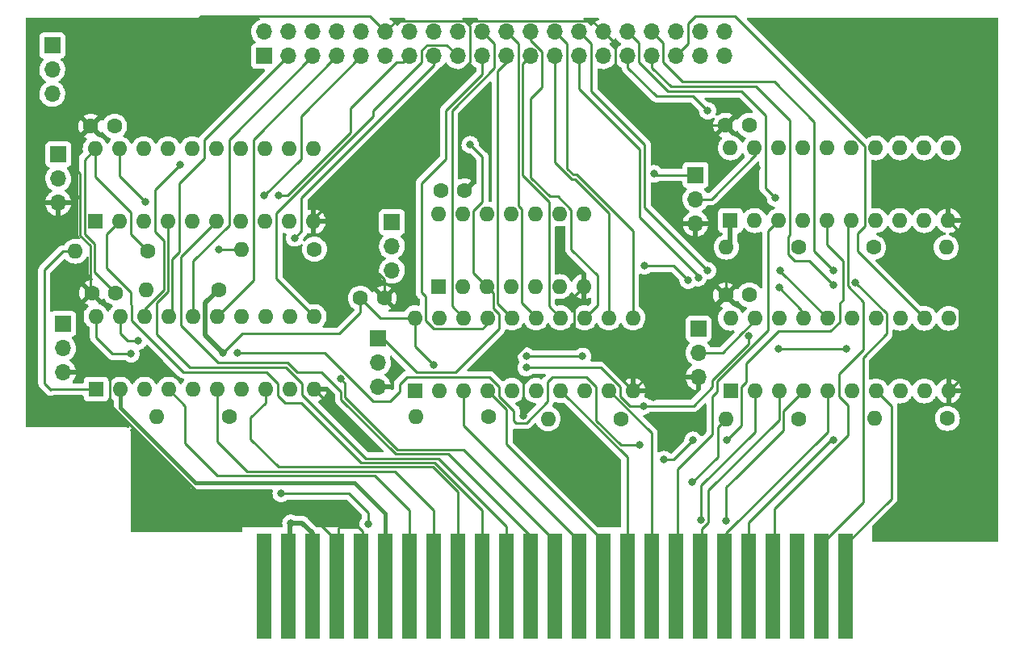
<source format=gbr>
%TF.GenerationSoftware,KiCad,Pcbnew,(6.0.9-0)*%
%TF.CreationDate,2022-12-14T23:49:12+00:00*%
%TF.ProjectId,MSX_DE1_Hat,4d53585f-4445-4315-9f48-61742e6b6963,1.1*%
%TF.SameCoordinates,Original*%
%TF.FileFunction,Copper,L2,Bot*%
%TF.FilePolarity,Positive*%
%FSLAX46Y46*%
G04 Gerber Fmt 4.6, Leading zero omitted, Abs format (unit mm)*
G04 Created by KiCad (PCBNEW (6.0.9-0)) date 2022-12-14 23:49:12*
%MOMM*%
%LPD*%
G01*
G04 APERTURE LIST*
%TA.AperFunction,ComponentPad*%
%ADD10C,1.600000*%
%TD*%
%TA.AperFunction,ComponentPad*%
%ADD11R,1.700000X1.700000*%
%TD*%
%TA.AperFunction,ComponentPad*%
%ADD12O,1.700000X1.700000*%
%TD*%
%TA.AperFunction,ComponentPad*%
%ADD13R,1.600000X1.600000*%
%TD*%
%TA.AperFunction,ComponentPad*%
%ADD14O,1.600000X1.600000*%
%TD*%
%TA.AperFunction,ConnectorPad*%
%ADD15R,1.500000X11.000000*%
%TD*%
%TA.AperFunction,ViaPad*%
%ADD16C,0.800000*%
%TD*%
%TA.AperFunction,Conductor*%
%ADD17C,0.250000*%
%TD*%
%TA.AperFunction,Conductor*%
%ADD18C,0.500000*%
%TD*%
%TA.AperFunction,Conductor*%
%ADD19C,0.400000*%
%TD*%
G04 APERTURE END LIST*
D10*
%TO.P,C1,1*%
%TO.N,GNDREF*%
X59396659Y-49582291D03*
%TO.P,C1,2*%
%TO.N,Vdd*%
X61896659Y-49582291D03*
%TD*%
%TO.P,C3,1*%
%TO.N,GNDREF*%
X90051103Y-50130479D03*
%TO.P,C3,2*%
%TO.N,Vdd*%
X87551103Y-50130479D03*
%TD*%
%TO.P,C2,1*%
%TO.N,GNDREF*%
X59282166Y-32103329D03*
%TO.P,C2,2*%
%TO.N,Vdd*%
X61782166Y-32103329D03*
%TD*%
D11*
%TO.P,J5,1,Pin_1*%
%TO.N,Net-(J3-Pad1)*%
X89408000Y-54356000D03*
D12*
%TO.P,J5,2,Pin_2*%
%TO.N,Net-(J5-Pad2)*%
X89408000Y-56896000D03*
%TO.P,J5,3,Pin_3*%
%TO.N,GNDREF*%
X89408000Y-59436000D03*
%TD*%
D11*
%TO.P,J1,1,Pin_1*%
%TO.N,C_D7*%
X77470000Y-24747500D03*
D12*
%TO.P,J1,2,Pin_2*%
%TO.N,C_A5*%
X77470000Y-22207500D03*
%TO.P,J1,3,Pin_3*%
%TO.N,C_D6*%
X80010000Y-24747500D03*
%TO.P,J1,4,Pin_4*%
%TO.N,C_A4*%
X80010000Y-22207500D03*
%TO.P,J1,5,Pin_5*%
%TO.N,C_D5*%
X82550000Y-24747500D03*
%TO.P,J1,6,Pin_6*%
%TO.N,C_A3*%
X82550000Y-22207500D03*
%TO.P,J1,7,Pin_7*%
%TO.N,C_D4*%
X85090000Y-24747500D03*
%TO.P,J1,8,Pin_8*%
%TO.N,C_A2*%
X85090000Y-22207500D03*
%TO.P,J1,9,Pin_9*%
%TO.N,C_D3*%
X87630000Y-24747500D03*
%TO.P,J1,10,Pin_10*%
%TO.N,C_A1*%
X87630000Y-22207500D03*
%TO.P,J1,11,Pin_11*%
%TO.N,unconnected-(J1-Pad11)*%
X90170000Y-24747500D03*
%TO.P,J1,12,Pin_12*%
%TO.N,GNDREF*%
X90170000Y-22207500D03*
%TO.P,J1,13,Pin_13*%
%TO.N,C_D2*%
X92710000Y-24747500D03*
%TO.P,J1,14,Pin_14*%
%TO.N,C_A0*%
X92710000Y-22207500D03*
%TO.P,J1,15,Pin_15*%
%TO.N,C_D1*%
X95250000Y-24747500D03*
%TO.P,J1,16,Pin_16*%
%TO.N,C_A14*%
X95250000Y-22207500D03*
%TO.P,J1,17,Pin_17*%
%TO.N,C_D0*%
X97790000Y-24747500D03*
%TO.P,J1,18,Pin_18*%
%TO.N,C_A13*%
X97790000Y-22207500D03*
%TO.P,J1,19,Pin_19*%
%TO.N,C_A12*%
X100330000Y-24747500D03*
%TO.P,J1,20,Pin_20*%
%TO.N,C_A8*%
X100330000Y-22207500D03*
%TO.P,J1,21,Pin_21*%
%TO.N,C_A7*%
X102870000Y-24747500D03*
%TO.P,J1,22,Pin_22*%
%TO.N,C_A6*%
X102870000Y-22207500D03*
%TO.P,J1,23,Pin_23*%
%TO.N,C_A10*%
X105410000Y-24747500D03*
%TO.P,J1,24,Pin_24*%
%TO.N,C_A11*%
X105410000Y-22207500D03*
%TO.P,J1,25,Pin_25*%
%TO.N,C_A15*%
X107950000Y-24747500D03*
%TO.P,J1,26,Pin_26*%
%TO.N,C_A9*%
X107950000Y-22207500D03*
%TO.P,J1,27,Pin_27*%
%TO.N,{slash}C_RD*%
X110490000Y-24747500D03*
%TO.P,J1,28,Pin_28*%
%TO.N,{slash}C_WR*%
X110490000Y-22207500D03*
%TO.P,J1,29,Pin_29*%
%TO.N,+3.3V*%
X113030000Y-24747500D03*
%TO.P,J1,30,Pin_30*%
%TO.N,GNDREF*%
X113030000Y-22207500D03*
%TO.P,J1,31,Pin_31*%
%TO.N,{slash}C_MREQ*%
X115570000Y-24747500D03*
%TO.P,J1,32,Pin_32*%
%TO.N,{slash}C_IORQ*%
X115570000Y-22207500D03*
%TO.P,J1,33,Pin_33*%
%TO.N,{slash}C_SLTSL*%
X118110000Y-24747500D03*
%TO.P,J1,34,Pin_34*%
%TO.N,{slash}C_CS1*%
X118110000Y-22207500D03*
%TO.P,J1,35,Pin_35*%
%TO.N,{slash}C_CS2*%
X120650000Y-24747500D03*
%TO.P,J1,36,Pin_36*%
%TO.N,{slash}BUSDIR*%
X120650000Y-22207500D03*
%TO.P,J1,37,Pin_37*%
%TO.N,{slash}C_M1*%
X123190000Y-24747500D03*
%TO.P,J1,38,Pin_38*%
%TO.N,{slash}INT*%
X123190000Y-22207500D03*
%TO.P,J1,39,Pin_39*%
%TO.N,C_CLOCK*%
X125730000Y-24747500D03*
%TO.P,J1,40,Pin_40*%
%TO.N,{slash}C_WAIT*%
X125730000Y-22207500D03*
%TD*%
D10*
%TO.P,C5,1*%
%TO.N,GNDREF*%
X125825897Y-31997953D03*
%TO.P,C5,2*%
%TO.N,Vdd*%
X128325897Y-31997953D03*
%TD*%
D13*
%TO.P,U5,1,DIR*%
%TO.N,Net-(R5-Pad2)*%
X126340094Y-41991078D03*
D14*
%TO.P,U5,2,A1*%
%TO.N,{slash}CS12*%
X128880094Y-41991078D03*
%TO.P,U5,3,A2*%
%TO.N,{slash}RESET*%
X131420094Y-41991078D03*
%TO.P,U5,4,A3*%
%TO.N,{slash}RFSH*%
X133960094Y-41991078D03*
%TO.P,U5,5,A4*%
%TO.N,CLOCK*%
X136500094Y-41991078D03*
%TO.P,U5,6,A5*%
%TO.N,{slash}WAIT*%
X139040094Y-41991078D03*
%TO.P,U5,7,A6*%
%TO.N,unconnected-(U5-Pad7)*%
X141580094Y-41991078D03*
%TO.P,U5,8,A7*%
%TO.N,unconnected-(U5-Pad8)*%
X144120094Y-41991078D03*
%TO.P,U5,9,A8*%
%TO.N,unconnected-(U5-Pad9)*%
X146660094Y-41991078D03*
%TO.P,U5,10,GND*%
%TO.N,GNDREF*%
X149200094Y-41991078D03*
%TO.P,U5,11,B8*%
%TO.N,unconnected-(U5-Pad11)*%
X149200094Y-34371078D03*
%TO.P,U5,12,B7*%
%TO.N,unconnected-(U5-Pad12)*%
X146660094Y-34371078D03*
%TO.P,U5,13,B6*%
%TO.N,unconnected-(U5-Pad13)*%
X144120094Y-34371078D03*
%TO.P,U5,14,B5*%
%TO.N,{slash}C_WAIT*%
X141580094Y-34371078D03*
%TO.P,U5,15,B4*%
%TO.N,C_CLOCK*%
X139040094Y-34371078D03*
%TO.P,U5,16,B3*%
%TO.N,{slash}C_RFSH*%
X136500094Y-34371078D03*
%TO.P,U5,17,B2*%
%TO.N,{slash}C_RESET*%
X133960094Y-34371078D03*
%TO.P,U5,18,B1*%
%TO.N,{slash}C_CS12*%
X131420094Y-34371078D03*
%TO.P,U5,19,/OE*%
%TO.N,Net-(J3-Pad2)*%
X128880094Y-34371078D03*
%TO.P,U5,20,Vcc*%
%TO.N,Vdd*%
X126340094Y-34371078D03*
%TD*%
D10*
%TO.P,C6,1*%
%TO.N,GNDREF*%
X98476309Y-38890789D03*
%TO.P,C6,2*%
%TO.N,Vdd*%
X95976309Y-38890789D03*
%TD*%
%TO.P,R4,1*%
%TO.N,Vdd*%
X101008467Y-62598010D03*
D14*
%TO.P,R4,2*%
%TO.N,Net-(R5-Pad2)*%
X93388467Y-62598010D03*
%TD*%
D11*
%TO.P,J2,1,Pin_1*%
%TO.N,{slash}RD*%
X90860506Y-42164000D03*
D12*
%TO.P,J2,2,Pin_2*%
%TO.N,Net-(R5-Pad2)*%
X90860506Y-44704000D03*
%TO.P,J2,3,Pin_3*%
%TO.N,unconnected-(J2-Pad3)*%
X90860506Y-47244000D03*
%TD*%
D13*
%TO.P,U3,1,DIR*%
%TO.N,Net-(R5-Pad2)*%
X93268761Y-59816810D03*
D14*
%TO.P,U3,2,A1*%
%TO.N,A8*%
X95808761Y-59816810D03*
%TO.P,U3,3,A2*%
%TO.N,A12*%
X98348761Y-59816810D03*
%TO.P,U3,4,A3*%
%TO.N,A7*%
X100888761Y-59816810D03*
%TO.P,U3,5,A4*%
%TO.N,A6*%
X103428761Y-59816810D03*
%TO.P,U3,6,A5*%
%TO.N,A10*%
X105968761Y-59816810D03*
%TO.P,U3,7,A6*%
%TO.N,A11*%
X108508761Y-59816810D03*
%TO.P,U3,8,A7*%
%TO.N,A15*%
X111048761Y-59816810D03*
%TO.P,U3,9,A8*%
%TO.N,A9*%
X113588761Y-59816810D03*
%TO.P,U3,10,GND*%
%TO.N,GNDREF*%
X116128761Y-59816810D03*
%TO.P,U3,11,B8*%
%TO.N,C_A9*%
X116128761Y-52196810D03*
%TO.P,U3,12,B7*%
%TO.N,C_A15*%
X113588761Y-52196810D03*
%TO.P,U3,13,B6*%
%TO.N,C_A11*%
X111048761Y-52196810D03*
%TO.P,U3,14,B5*%
%TO.N,C_A10*%
X108508761Y-52196810D03*
%TO.P,U3,15,B4*%
%TO.N,C_A6*%
X105968761Y-52196810D03*
%TO.P,U3,16,B3*%
%TO.N,C_A7*%
X103428761Y-52196810D03*
%TO.P,U3,17,B2*%
%TO.N,C_A12*%
X100888761Y-52196810D03*
%TO.P,U3,18,B1*%
%TO.N,C_A8*%
X98348761Y-52196810D03*
%TO.P,U3,19,/OE*%
%TO.N,Net-(J5-Pad2)*%
X95808761Y-52196810D03*
%TO.P,U3,20,Vcc*%
%TO.N,Vdd*%
X93268761Y-52196810D03*
%TD*%
D15*
%TO.P,CONN1,1,/CS1*%
%TO.N,{slash}CS1*%
X138382025Y-80314405D03*
%TO.P,CONN1,3,/CS12*%
%TO.N,{slash}CS12*%
X135842025Y-80314405D03*
%TO.P,CONN1,5,RSV_(NC)*%
%TO.N,unconnected-(CONN1-Pad5)*%
X133302025Y-80314405D03*
%TO.P,CONN1,7,/WAIT*%
%TO.N,{slash}WAIT*%
X130762025Y-80314405D03*
%TO.P,CONN1,9,/M1*%
%TO.N,{slash}M1*%
X128222025Y-80314405D03*
%TO.P,CONN1,11,/IORQ*%
%TO.N,{slash}IORQ*%
X125682025Y-80314405D03*
%TO.P,CONN1,13,/WR*%
%TO.N,{slash}WR*%
X123142025Y-80314405D03*
%TO.P,CONN1,15,/RESET*%
%TO.N,{slash}RESET*%
X120602025Y-80314405D03*
%TO.P,CONN1,17,A9*%
%TO.N,A9*%
X118062025Y-80314405D03*
%TO.P,CONN1,19,A11*%
%TO.N,A11*%
X115522025Y-80314405D03*
%TO.P,CONN1,21,A7*%
%TO.N,A7*%
X112982025Y-80314405D03*
%TO.P,CONN1,23,A12*%
%TO.N,A12*%
X110442025Y-80314405D03*
%TO.P,CONN1,25,A14*%
%TO.N,A14*%
X107902025Y-80314405D03*
%TO.P,CONN1,27,A1*%
%TO.N,A1*%
X105362025Y-80314405D03*
%TO.P,CONN1,29,A3*%
%TO.N,A3*%
X102822025Y-80314405D03*
%TO.P,CONN1,31,A5*%
%TO.N,A5*%
X100282025Y-80314405D03*
%TO.P,CONN1,33,D1*%
%TO.N,D1*%
X97742025Y-80314405D03*
%TO.P,CONN1,35,D3*%
%TO.N,D3*%
X95202025Y-80314405D03*
%TO.P,CONN1,37,D5*%
%TO.N,D5*%
X92662025Y-80314405D03*
%TO.P,CONN1,39,D7*%
%TO.N,D7*%
X90122025Y-80314405D03*
%TO.P,CONN1,41,GND*%
%TO.N,GNDREF*%
X87582025Y-80314405D03*
%TO.P,CONN1,43,GND*%
X85042025Y-80314405D03*
%TO.P,CONN1,45,+5V*%
%TO.N,+5V*%
X82502025Y-80314405D03*
%TO.P,CONN1,47,+5V*%
X79962025Y-80314405D03*
%TO.P,CONN1,49,SOUNDIN*%
%TO.N,SOUNDIN*%
X77422025Y-80314405D03*
%TD*%
D11*
%TO.P,J3,1,Pin_1*%
%TO.N,Net-(J3-Pad1)*%
X122689074Y-37226609D03*
D12*
%TO.P,J3,2,Pin_2*%
%TO.N,Net-(J3-Pad2)*%
X122689074Y-39766609D03*
%TO.P,J3,3,Pin_3*%
%TO.N,GNDREF*%
X122689074Y-42306609D03*
%TD*%
D11*
%TO.P,J4,1,Pin_1*%
%TO.N,Net-(J3-Pad1)*%
X122995848Y-53340000D03*
D12*
%TO.P,J4,2,Pin_2*%
%TO.N,Net-(J4-Pad2)*%
X122995848Y-55880000D03*
%TO.P,J4,3,Pin_3*%
%TO.N,GNDREF*%
X122995848Y-58420000D03*
%TD*%
D11*
%TO.P,J7,1,Pin_1*%
%TO.N,Net-(J3-Pad1)*%
X56388000Y-52832000D03*
D12*
%TO.P,J7,2,Pin_2*%
%TO.N,Net-(J7-Pad2)*%
X56388000Y-55372000D03*
%TO.P,J7,3,Pin_3*%
%TO.N,GNDREF*%
X56388000Y-57912000D03*
%TD*%
D10*
%TO.P,R10,1*%
%TO.N,Vdd*%
X72671821Y-49259272D03*
D14*
%TO.P,R10,2*%
%TO.N,Net-(J7-Pad2)*%
X65051821Y-49259272D03*
%TD*%
D10*
%TO.P,R5,1*%
%TO.N,Vdd*%
X133528705Y-44789838D03*
D14*
%TO.P,R5,2*%
%TO.N,Net-(R5-Pad2)*%
X125908705Y-44789838D03*
%TD*%
D10*
%TO.P,R7,1*%
%TO.N,Vdd*%
X141349182Y-44801723D03*
D14*
%TO.P,R7,2*%
%TO.N,Net-(J3-Pad2)*%
X148969182Y-44801723D03*
%TD*%
D10*
%TO.P,R8,1*%
%TO.N,Vdd*%
X114841727Y-62777861D03*
D14*
%TO.P,R8,2*%
%TO.N,Net-(J5-Pad2)*%
X107221727Y-62777861D03*
%TD*%
D10*
%TO.P,R2,1*%
%TO.N,Vdd*%
X73826094Y-62523366D03*
D14*
%TO.P,R2,2*%
%TO.N,Net-(R5-Pad2)*%
X66206094Y-62523366D03*
%TD*%
D13*
%TO.P,U6,1*%
%TO.N,{slash}WR*%
X95735371Y-48920285D03*
D14*
%TO.P,U6,2*%
%TO.N,{slash}RD*%
X98275371Y-48920285D03*
%TO.P,U6,3*%
%TO.N,Net-(J3-Pad1)*%
X100815371Y-48920285D03*
%TO.P,U6,4*%
%TO.N,unconnected-(U6-Pad4)*%
X103355371Y-48920285D03*
%TO.P,U6,5*%
%TO.N,unconnected-(U6-Pad5)*%
X105895371Y-48920285D03*
%TO.P,U6,6*%
%TO.N,unconnected-(U6-Pad6)*%
X108435371Y-48920285D03*
%TO.P,U6,7,VSS*%
%TO.N,GNDREF*%
X110975371Y-48920285D03*
%TO.P,U6,8*%
%TO.N,unconnected-(U6-Pad8)*%
X110975371Y-41300285D03*
%TO.P,U6,9*%
%TO.N,unconnected-(U6-Pad9)*%
X108435371Y-41300285D03*
%TO.P,U6,10*%
%TO.N,unconnected-(U6-Pad10)*%
X105895371Y-41300285D03*
%TO.P,U6,11*%
%TO.N,unconnected-(U6-Pad11)*%
X103355371Y-41300285D03*
%TO.P,U6,12*%
%TO.N,unconnected-(U6-Pad12)*%
X100815371Y-41300285D03*
%TO.P,U6,13*%
%TO.N,unconnected-(U6-Pad13)*%
X98275371Y-41300285D03*
%TO.P,U6,14,VDD*%
%TO.N,Vdd*%
X95735371Y-41300285D03*
%TD*%
D10*
%TO.P,R3,1*%
%TO.N,Vdd*%
X133519314Y-62790942D03*
D14*
%TO.P,R3,2*%
%TO.N,Net-(R5-Pad2)*%
X125899314Y-62790942D03*
%TD*%
D13*
%TO.P,U1,1,DIR*%
%TO.N,Net-(R5-Pad2)*%
X59838625Y-59680000D03*
D14*
%TO.P,U1,2,A1*%
%TO.N,D7*%
X62378625Y-59680000D03*
%TO.P,U1,3,A2*%
%TO.N,D6*%
X64918625Y-59680000D03*
%TO.P,U1,4,A3*%
%TO.N,D5*%
X67458625Y-59680000D03*
%TO.P,U1,5,A4*%
%TO.N,D4*%
X69998625Y-59680000D03*
%TO.P,U1,6,A5*%
%TO.N,D3*%
X72538625Y-59680000D03*
%TO.P,U1,7,A6*%
%TO.N,D2*%
X75078625Y-59680000D03*
%TO.P,U1,8,A7*%
%TO.N,D1*%
X77618625Y-59680000D03*
%TO.P,U1,9,A8*%
%TO.N,D0*%
X80158625Y-59680000D03*
%TO.P,U1,10,GND*%
%TO.N,GNDREF*%
X82698625Y-59680000D03*
%TO.P,U1,11,B8*%
%TO.N,C_D0*%
X82698625Y-52060000D03*
%TO.P,U1,12,B7*%
%TO.N,C_D1*%
X80158625Y-52060000D03*
%TO.P,U1,13,B6*%
%TO.N,C_D2*%
X77618625Y-52060000D03*
%TO.P,U1,14,B5*%
%TO.N,C_D3*%
X75078625Y-52060000D03*
%TO.P,U1,15,B4*%
%TO.N,C_D4*%
X72538625Y-52060000D03*
%TO.P,U1,16,B3*%
%TO.N,C_D5*%
X69998625Y-52060000D03*
%TO.P,U1,17,B2*%
%TO.N,C_D6*%
X67458625Y-52060000D03*
%TO.P,U1,18,B1*%
%TO.N,C_D7*%
X64918625Y-52060000D03*
%TO.P,U1,19,/OE*%
%TO.N,Net-(J7-Pad2)*%
X62378625Y-52060000D03*
%TO.P,U1,20,Vcc*%
%TO.N,Vdd*%
X59838625Y-52060000D03*
%TD*%
D10*
%TO.P,R9,1*%
%TO.N,Vdd*%
X82738457Y-44999999D03*
D14*
%TO.P,R9,2*%
%TO.N,Net-(J6-Pad2)*%
X75118457Y-44999999D03*
%TD*%
D13*
%TO.P,U2,1,DIR*%
%TO.N,Net-(R5-Pad2)*%
X59751269Y-42090750D03*
D14*
%TO.P,U2,2,A1*%
%TO.N,A5*%
X62291269Y-42090750D03*
%TO.P,U2,3,A2*%
%TO.N,A4*%
X64831269Y-42090750D03*
%TO.P,U2,4,A3*%
%TO.N,A3*%
X67371269Y-42090750D03*
%TO.P,U2,5,A4*%
%TO.N,A2*%
X69911269Y-42090750D03*
%TO.P,U2,6,A5*%
%TO.N,A1*%
X72451269Y-42090750D03*
%TO.P,U2,7,A6*%
%TO.N,A0*%
X74991269Y-42090750D03*
%TO.P,U2,8,A7*%
%TO.N,A14*%
X77531269Y-42090750D03*
%TO.P,U2,9,A8*%
%TO.N,A13*%
X80071269Y-42090750D03*
%TO.P,U2,10,GND*%
%TO.N,GNDREF*%
X82611269Y-42090750D03*
%TO.P,U2,11,B8*%
%TO.N,C_A13*%
X82611269Y-34470750D03*
%TO.P,U2,12,B7*%
%TO.N,C_A14*%
X80071269Y-34470750D03*
%TO.P,U2,13,B6*%
%TO.N,C_A0*%
X77531269Y-34470750D03*
%TO.P,U2,14,B5*%
%TO.N,C_A1*%
X74991269Y-34470750D03*
%TO.P,U2,15,B4*%
%TO.N,C_A2*%
X72451269Y-34470750D03*
%TO.P,U2,16,B3*%
%TO.N,C_A3*%
X69911269Y-34470750D03*
%TO.P,U2,17,B2*%
%TO.N,C_A4*%
X67371269Y-34470750D03*
%TO.P,U2,18,B1*%
%TO.N,C_A5*%
X64831269Y-34470750D03*
%TO.P,U2,19,/OE*%
%TO.N,Net-(J6-Pad2)*%
X62291269Y-34470750D03*
%TO.P,U2,20,Vcc*%
%TO.N,Vdd*%
X59751269Y-34470750D03*
%TD*%
D10*
%TO.P,R1,1*%
%TO.N,Vdd*%
X65278000Y-45212000D03*
D14*
%TO.P,R1,2*%
%TO.N,Net-(R5-Pad2)*%
X57658000Y-45212000D03*
%TD*%
D10*
%TO.P,R6,1*%
%TO.N,Vdd*%
X149087772Y-62738091D03*
D14*
%TO.P,R6,2*%
%TO.N,Net-(J4-Pad2)*%
X141467772Y-62738091D03*
%TD*%
D10*
%TO.P,C4,1*%
%TO.N,GNDREF*%
X125844258Y-49804272D03*
%TO.P,C4,2*%
%TO.N,Vdd*%
X128344258Y-49804272D03*
%TD*%
D11*
%TO.P,J8,1,Pin_1*%
%TO.N,+3.3V*%
X55247838Y-23631758D03*
D12*
%TO.P,J8,2,Pin_2*%
%TO.N,Vdd*%
X55247838Y-26171758D03*
%TO.P,J8,3,Pin_3*%
%TO.N,+5V*%
X55247838Y-28711758D03*
%TD*%
D11*
%TO.P,J6,1,Pin_1*%
%TO.N,Net-(J3-Pad1)*%
X55880000Y-35052000D03*
D12*
%TO.P,J6,2,Pin_2*%
%TO.N,Net-(J6-Pad2)*%
X55880000Y-37592000D03*
%TO.P,J6,3,Pin_3*%
%TO.N,GNDREF*%
X55880000Y-40132000D03*
%TD*%
D13*
%TO.P,U4,1,DIR*%
%TO.N,Net-(R5-Pad2)*%
X126356514Y-59858244D03*
D14*
%TO.P,U4,2,A1*%
%TO.N,{slash}RD*%
X128896514Y-59858244D03*
%TO.P,U4,3,A2*%
%TO.N,{slash}WR*%
X131436514Y-59858244D03*
%TO.P,U4,4,A3*%
%TO.N,{slash}MREQ*%
X133976514Y-59858244D03*
%TO.P,U4,5,A4*%
%TO.N,{slash}IORQ*%
X136516514Y-59858244D03*
%TO.P,U4,6,A5*%
%TO.N,{slash}SLTSL*%
X139056514Y-59858244D03*
%TO.P,U4,7,A6*%
%TO.N,{slash}CS1*%
X141596514Y-59858244D03*
%TO.P,U4,8,A7*%
%TO.N,{slash}CS2*%
X144136514Y-59858244D03*
%TO.P,U4,9,A8*%
%TO.N,{slash}M1*%
X146676514Y-59858244D03*
%TO.P,U4,10,GND*%
%TO.N,GNDREF*%
X149216514Y-59858244D03*
%TO.P,U4,11,B8*%
%TO.N,{slash}C_M1*%
X149216514Y-52238244D03*
%TO.P,U4,12,B7*%
%TO.N,{slash}C_CS2*%
X146676514Y-52238244D03*
%TO.P,U4,13,B6*%
%TO.N,{slash}C_CS1*%
X144136514Y-52238244D03*
%TO.P,U4,14,B5*%
%TO.N,{slash}C_SLTSL*%
X141596514Y-52238244D03*
%TO.P,U4,15,B4*%
%TO.N,{slash}C_IORQ*%
X139056514Y-52238244D03*
%TO.P,U4,16,B3*%
%TO.N,{slash}C_MREQ*%
X136516514Y-52238244D03*
%TO.P,U4,17,B2*%
%TO.N,{slash}C_WR*%
X133976514Y-52238244D03*
%TO.P,U4,18,B1*%
%TO.N,{slash}C_RD*%
X131436514Y-52238244D03*
%TO.P,U4,19,/OE*%
%TO.N,Net-(J4-Pad2)*%
X128896514Y-52238244D03*
%TO.P,U4,20,Vcc*%
%TO.N,Vdd*%
X126356514Y-52238244D03*
%TD*%
D16*
%TO.N,Net-(R5-Pad2)*%
X110848664Y-56228141D03*
X122358123Y-69401281D03*
X104958724Y-56199723D03*
%TO.N,GNDREF*%
X95502725Y-28955089D03*
X129127176Y-36481632D03*
X109220000Y-67564000D03*
X118239558Y-60536449D03*
X87376000Y-64516000D03*
X104648000Y-62484000D03*
X118364000Y-62484000D03*
%TO.N,{slash}C_CS1*%
X137160000Y-47244000D03*
%TO.N,{slash}C_SLTSL*%
X137160000Y-48768000D03*
%TO.N,{slash}C_IORQ*%
X131064000Y-39624000D03*
%TO.N,+5V*%
X80260003Y-73721274D03*
%TO.N,{slash}C_MREQ*%
X123952000Y-30480000D03*
X131572000Y-47244000D03*
%TO.N,{slash}C_RD*%
X122971349Y-47983609D03*
%TO.N,C_D7*%
X68662042Y-36167567D03*
%TO.N,C_D3*%
X77470000Y-39370000D03*
%TO.N,C_D2*%
X78990485Y-39399985D03*
%TO.N,C_D1*%
X80650904Y-43822113D03*
%TO.N,{slash}CS12*%
X139464507Y-48495493D03*
%TO.N,{slash}M1*%
X137160000Y-65000000D03*
%TO.N,{slash}MREQ*%
X125920514Y-73488871D03*
%TO.N,{slash}WR*%
X117348000Y-46736000D03*
X121920000Y-48260000D03*
%TO.N,{slash}RD*%
X123295831Y-73358388D03*
%TO.N,A14*%
X85461637Y-58562351D03*
%TO.N,CLOCK*%
X79248000Y-70612000D03*
X125984000Y-65024000D03*
X122428000Y-65024000D03*
X74676000Y-55880000D03*
X116840000Y-65532000D03*
X88362534Y-73819699D03*
X119380000Y-67056000D03*
%TO.N,{slash}C_WR*%
X123952000Y-47244000D03*
X131449423Y-49046164D03*
%TO.N,Net-(J3-Pad1)*%
X118364000Y-37084000D03*
X99060000Y-34036000D03*
%TO.N,Net-(J4-Pad2)*%
X131349270Y-55436544D03*
X138465547Y-55462999D03*
%TO.N,Net-(J6-Pad2)*%
X72735151Y-44989548D03*
X65000000Y-40000000D03*
%TO.N,Net-(J7-Pad2)*%
X64259272Y-54629636D03*
%TO.N,Vdd*%
X63501085Y-55974542D03*
X73152000Y-55880000D03*
X95250000Y-57150000D03*
X104937292Y-57405939D03*
X117222182Y-61441817D03*
X128245135Y-54126865D03*
%TD*%
D17*
%TO.N,GNDREF*%
X87376000Y-64516000D02*
X87376000Y-64357375D01*
X87376000Y-64357375D02*
X82698625Y-59680000D01*
%TO.N,Net-(J4-Pad2)*%
X122995848Y-55880000D02*
X125501450Y-55880000D01*
X125501450Y-55880000D02*
X127520135Y-53861315D01*
X127520135Y-53861315D02*
X127520135Y-53826560D01*
X127520135Y-53826560D02*
X128896514Y-52450181D01*
X128896514Y-52450181D02*
X128896514Y-52238244D01*
D18*
%TO.N,Net-(R5-Pad2)*%
X126340094Y-41991078D02*
X126340094Y-44358449D01*
X126340094Y-44358449D02*
X125908705Y-44789838D01*
D17*
%TO.N,{slash}WAIT*%
X130989749Y-80509983D02*
X130989749Y-72210251D01*
X137765827Y-58082623D02*
X140303771Y-55544679D01*
X138684000Y-61384926D02*
X137765827Y-60466753D01*
X138684000Y-64516000D02*
X138684000Y-61384926D01*
X130989749Y-72210251D02*
X138684000Y-64516000D01*
X140303771Y-55544679D02*
X140303771Y-50494425D01*
X137765827Y-60466753D02*
X137765827Y-58082623D01*
X140303771Y-50494425D02*
X138684000Y-48874654D01*
X138684000Y-48874654D02*
X138684000Y-42347172D01*
X138684000Y-42347172D02*
X139040094Y-41991078D01*
%TO.N,Net-(R5-Pad2)*%
X110848664Y-56228141D02*
X104987142Y-56228141D01*
X104987142Y-56228141D02*
X104958724Y-56199723D01*
X125000437Y-66758967D02*
X122358123Y-69401281D01*
X125000437Y-64820187D02*
X125000437Y-66758967D01*
X125899314Y-62790942D02*
X125000437Y-63689819D01*
X125000437Y-63689819D02*
X125000437Y-64820187D01*
%TO.N,{slash}RESET*%
X120829749Y-68076899D02*
X124460000Y-64446648D01*
X124968000Y-59944000D02*
X124968000Y-58850874D01*
X124460000Y-64446648D02*
X124460000Y-60452000D01*
X124460000Y-60452000D02*
X124968000Y-59944000D01*
X120829749Y-80509983D02*
X120829749Y-68076899D01*
X124968000Y-58850874D02*
X130287829Y-53531045D01*
X130287829Y-43123343D02*
X131420094Y-41991078D01*
X130287829Y-53531045D02*
X130287829Y-43123343D01*
%TO.N,Vdd*%
X93268761Y-52196810D02*
X89617434Y-52196810D01*
X89617434Y-52196810D02*
X87551103Y-50130479D01*
%TO.N,Net-(R5-Pad2)*%
X57658000Y-45212000D02*
X56388000Y-45212000D01*
X56388000Y-45212000D02*
X54416249Y-47183751D01*
X54416249Y-59083674D02*
X55067656Y-59735081D01*
X54416249Y-47183751D02*
X54416249Y-59083674D01*
X55067656Y-59735081D02*
X55122737Y-59680000D01*
X55122737Y-59680000D02*
X59838625Y-59680000D01*
%TO.N,GNDREF*%
X104648000Y-58911637D02*
X103553817Y-57817454D01*
X119888000Y-56057571D02*
X119888000Y-51816000D01*
X58420000Y-50558950D02*
X58420000Y-55012436D01*
X117519919Y-59816810D02*
X118239558Y-60536449D01*
X111855000Y-21032500D02*
X113030000Y-22207500D01*
X58420000Y-55012436D02*
X60123782Y-56716218D01*
X85344000Y-74168000D02*
X85269749Y-74242251D01*
X90051103Y-50130479D02*
X90051103Y-48158866D01*
X120295056Y-32004000D02*
X125819850Y-32004000D01*
X98502500Y-21032500D02*
X91345000Y-21032500D01*
X59396659Y-49582291D02*
X59240000Y-49425632D01*
X119888000Y-51816000D02*
X120904000Y-50800000D01*
X55880000Y-40132000D02*
X57404000Y-40132000D01*
X87809749Y-80509983D02*
X87809749Y-74601749D01*
X61253625Y-61253625D02*
X61253625Y-57846062D01*
X87809749Y-74601749D02*
X87376000Y-74168000D01*
X61253625Y-57846062D02*
X60223967Y-56816403D01*
X149216514Y-59858244D02*
X150341514Y-58733244D01*
X59282166Y-32103329D02*
X57912000Y-33473495D01*
X99060000Y-25400000D02*
X99060000Y-21590000D01*
X88533557Y-20571057D02*
X70814438Y-20571057D01*
X70814438Y-20571057D02*
X59282166Y-32103329D01*
X85269749Y-74242251D02*
X85269749Y-80509983D01*
X98502500Y-21032500D02*
X111855000Y-21032500D01*
X109923761Y-53611810D02*
X109923761Y-49971895D01*
X103553817Y-57817454D02*
X103553817Y-56353635D01*
X117525571Y-58420000D02*
X116128761Y-59816810D01*
X59396659Y-49582291D02*
X58420000Y-50558950D01*
X114304278Y-23481778D02*
X114304278Y-26013222D01*
X85042025Y-75564405D02*
X81867620Y-72390000D01*
X90051103Y-50130479D02*
X90051103Y-50664897D01*
X122995848Y-58420000D02*
X117525571Y-58420000D01*
X120904000Y-50800000D02*
X125145570Y-50800000D01*
X82611269Y-42090750D02*
X83982987Y-42090750D01*
X109943976Y-53632024D02*
X109923761Y-53611810D01*
X87376000Y-74168000D02*
X85344000Y-74168000D01*
X58928000Y-57912000D02*
X60123782Y-56716218D01*
X109923761Y-49971895D02*
X110975371Y-48920285D01*
X81867620Y-72390000D02*
X72390000Y-72390000D01*
X57912000Y-36822652D02*
X58176269Y-37086921D01*
X116128761Y-59816810D02*
X119888000Y-56057571D01*
X99060000Y-21590000D02*
X98502500Y-21032500D01*
X90170000Y-22207500D02*
X88533557Y-20571057D01*
X56388000Y-57912000D02*
X58928000Y-57912000D01*
X59240000Y-44636396D02*
X58176269Y-43572665D01*
X116128761Y-59816810D02*
X117519919Y-59816810D01*
X122689074Y-42306609D02*
X122689074Y-43949074D01*
X58176269Y-43572665D02*
X58176269Y-39593112D01*
X90051103Y-48158866D02*
X84685516Y-42793279D01*
X122689074Y-43949074D02*
X125844258Y-47104258D01*
X59240000Y-49425632D02*
X59240000Y-44636396D01*
X116128761Y-59816810D02*
X109943976Y-53632024D01*
X150341514Y-58733244D02*
X150341514Y-43132498D01*
X57404000Y-40132000D02*
X58176269Y-39359731D01*
X85042025Y-80314405D02*
X85042025Y-75564405D01*
X60123782Y-56716218D02*
X60223967Y-56816403D01*
X106275428Y-53632024D02*
X109943976Y-53632024D01*
X72390000Y-72390000D02*
X61253625Y-61253625D01*
X125844258Y-47104258D02*
X125844258Y-49804272D01*
X57912000Y-33473495D02*
X57912000Y-36822652D01*
X82611269Y-41848731D02*
X99060000Y-25400000D01*
X91345000Y-21032500D02*
X90170000Y-22207500D01*
X125145570Y-50800000D02*
X125844258Y-50101312D01*
X83982987Y-42090750D02*
X84685516Y-42793279D01*
X58133317Y-39550160D02*
X58176269Y-39593112D01*
X58176269Y-39359731D02*
X58176269Y-39593112D01*
X150341514Y-43132498D02*
X149200094Y-41991078D01*
X104648000Y-62484000D02*
X104648000Y-58911637D01*
X58176269Y-37086921D02*
X58176269Y-39359731D01*
X113030000Y-22207500D02*
X114304278Y-23481778D01*
X114304278Y-26013222D02*
X120295056Y-32004000D01*
X125819850Y-32004000D02*
X125825897Y-31997953D01*
X125844258Y-50101312D02*
X125844258Y-49804272D01*
X103553817Y-56353635D02*
X106275428Y-53632024D01*
%TO.N,{slash}C_CS1*%
X130926817Y-27432000D02*
X121345942Y-27432000D01*
X121345942Y-27432000D02*
X119285000Y-25371058D01*
X135128000Y-31633183D02*
X130926817Y-27432000D01*
X119285000Y-23382500D02*
X118110000Y-22207500D01*
X119285000Y-25371058D02*
X119285000Y-23382500D01*
X135128000Y-45212000D02*
X135128000Y-31633183D01*
X137160000Y-47244000D02*
X135128000Y-45212000D01*
%TO.N,{slash}C_SLTSL*%
X120100419Y-27940000D02*
X118110000Y-25949581D01*
X134620000Y-46228000D02*
X133078909Y-46228000D01*
X132403705Y-45552796D02*
X132403705Y-43666236D01*
X137160000Y-48768000D02*
X134620000Y-46228000D01*
X132588000Y-31496000D02*
X129032000Y-27940000D01*
X129032000Y-27940000D02*
X120100419Y-27940000D01*
X118110000Y-25949581D02*
X118110000Y-24747500D01*
X133078909Y-46228000D02*
X132403705Y-45552796D01*
X132588000Y-43481941D02*
X132588000Y-31496000D01*
X132403705Y-43666236D02*
X132588000Y-43481941D01*
%TO.N,C_A15*%
X109696305Y-37637056D02*
X107950000Y-35890751D01*
X113588761Y-52196810D02*
X113588761Y-41201553D01*
X107950000Y-35890751D02*
X107950000Y-24747500D01*
X113588761Y-41201553D02*
X110024264Y-37637056D01*
X110024264Y-37637056D02*
X109696305Y-37637056D01*
%TO.N,{slash}C_IORQ*%
X130005094Y-30945094D02*
X130005094Y-38565094D01*
X130005094Y-38565094D02*
X131064000Y-39624000D01*
X116745000Y-25371058D02*
X119821942Y-28448000D01*
X115570000Y-22207500D02*
X116745000Y-23382500D01*
X127508000Y-28448000D02*
X130005094Y-30945094D01*
X116745000Y-23382500D02*
X116745000Y-25371058D01*
X119821942Y-28448000D02*
X127508000Y-28448000D01*
D18*
%TO.N,+5V*%
X80260003Y-73721274D02*
X80189749Y-73791528D01*
X82502025Y-74758948D02*
X82502025Y-80314405D01*
X81443842Y-73700765D02*
X82502025Y-74758948D01*
D17*
X80189749Y-74810251D02*
X80189749Y-80509983D01*
X80264000Y-74168000D02*
X80189749Y-74242251D01*
D18*
X80189749Y-73791528D02*
X80189749Y-74810251D01*
D17*
X80189749Y-74242251D02*
X80189749Y-74810251D01*
D18*
X80260003Y-73721274D02*
X80280512Y-73700765D01*
X80280512Y-73700765D02*
X81443842Y-73700765D01*
D17*
%TO.N,C_A12*%
X94393761Y-52483761D02*
X95250000Y-53340000D01*
X100888761Y-52781239D02*
X100888761Y-52196810D01*
X95250000Y-53340000D02*
X100330000Y-53340000D01*
X93980000Y-38100000D02*
X93980000Y-49530000D01*
X100330000Y-53340000D02*
X100888761Y-52781239D01*
X94393761Y-49943761D02*
X94393761Y-52483761D01*
X93980000Y-49530000D02*
X94393761Y-49943761D01*
X96520000Y-35560000D02*
X93980000Y-38100000D01*
X96520000Y-30452548D02*
X96520000Y-35560000D01*
X100330000Y-26642548D02*
X96520000Y-30452548D01*
X100330000Y-24747500D02*
X100330000Y-26642548D01*
%TO.N,{slash}C_MREQ*%
X122428000Y-28956000D02*
X123952000Y-30480000D01*
X115570000Y-25949581D02*
X118576419Y-28956000D01*
X131572000Y-47293730D02*
X131572000Y-47244000D01*
X136516514Y-52238244D02*
X131572000Y-47293730D01*
X118576419Y-28956000D02*
X122428000Y-28956000D01*
X115570000Y-24747500D02*
X115570000Y-25949581D01*
%TO.N,C_A11*%
X105409559Y-36363686D02*
X105410000Y-36363245D01*
X105409559Y-37463163D02*
X107428597Y-39482201D01*
X109659790Y-40872012D02*
X109659790Y-44996111D01*
X109659790Y-44996111D02*
X112388490Y-47724811D01*
X108269979Y-39482201D02*
X107428597Y-39482201D01*
X105410000Y-29210000D02*
X105410000Y-36363245D01*
X109659790Y-40872012D02*
X108269979Y-39482201D01*
X112388490Y-50857081D02*
X111048761Y-52196810D01*
X105410000Y-22207500D02*
X105410000Y-23085799D01*
X105409559Y-36363686D02*
X105409559Y-37463163D01*
X112388490Y-47724811D02*
X112388490Y-50857081D01*
X106585000Y-28035000D02*
X105410000Y-29210000D01*
X106585000Y-24260799D02*
X106585000Y-28035000D01*
X105410000Y-23085799D02*
X106585000Y-24260799D01*
%TO.N,C_A10*%
X104572736Y-25584764D02*
X104572736Y-37262736D01*
X104572736Y-37262736D02*
X107310371Y-40000371D01*
X105410000Y-24747500D02*
X104572736Y-25584764D01*
X107310371Y-40000371D02*
X107310371Y-50998420D01*
X107310371Y-50998420D02*
X108508761Y-52196810D01*
%TO.N,{slash}C_RD*%
X110490000Y-28194000D02*
X110490000Y-24747500D01*
X116840000Y-41656000D02*
X116840000Y-34544000D01*
X122971349Y-47983609D02*
X122971349Y-47787349D01*
X116840000Y-34544000D02*
X110490000Y-28194000D01*
X122971349Y-47787349D02*
X116840000Y-41656000D01*
%TO.N,C_A9*%
X107950000Y-22207500D02*
X109220000Y-23477500D01*
X109220000Y-36524355D02*
X109882701Y-37187056D01*
X116128761Y-43105157D02*
X116128761Y-52196810D01*
X109882701Y-37187056D02*
X110210660Y-37187056D01*
X109220000Y-23477500D02*
X109220000Y-36524355D01*
X110210660Y-37187056D02*
X116128761Y-43105157D01*
%TO.N,C_A8*%
X97150371Y-30458573D02*
X97150371Y-50998420D01*
X97150371Y-50998420D02*
X98348761Y-52196810D01*
X101600000Y-23477500D02*
X101600000Y-26008944D01*
X101600000Y-26008944D02*
X97150371Y-30458573D01*
X100330000Y-22207500D02*
X101600000Y-23477500D01*
%TO.N,C_D7*%
X66921269Y-49282335D02*
X66921269Y-44061269D01*
X64918625Y-52060000D02*
X64918625Y-51284979D01*
X64918625Y-51284979D02*
X66921269Y-49282335D01*
X66921269Y-44061269D02*
X66040000Y-43180000D01*
X66040000Y-43180000D02*
X66040000Y-38789609D01*
X66040000Y-38789609D02*
X68662042Y-36167567D01*
%TO.N,C_A6*%
X105968761Y-52196810D02*
X105968761Y-52120761D01*
X104480371Y-50632371D02*
X104480371Y-40834294D01*
X104122736Y-40476659D02*
X104122736Y-23460236D01*
X104122736Y-23460236D02*
X102870000Y-22207500D01*
X104480371Y-40834294D02*
X104122736Y-40476659D01*
X105968761Y-52120761D02*
X104480371Y-50632371D01*
%TO.N,C_D6*%
X80010000Y-24747500D02*
X71223310Y-33534190D01*
X71223310Y-33534190D02*
X71223310Y-35456690D01*
X68580000Y-45325623D02*
X67821269Y-46084354D01*
X68580000Y-38100000D02*
X68580000Y-45325623D01*
X67821269Y-46084354D02*
X67821269Y-51697356D01*
X67821269Y-51697356D02*
X67458625Y-52060000D01*
X71223310Y-35456690D02*
X68580000Y-38100000D01*
%TO.N,C_D5*%
X69998625Y-46254179D02*
X73778432Y-42474372D01*
X69998625Y-52060000D02*
X69998625Y-46254179D01*
X73778432Y-42474372D02*
X73778432Y-33519068D01*
X73778432Y-33519068D02*
X82550000Y-24747500D01*
%TO.N,C_D4*%
X76358782Y-48239843D02*
X76358782Y-33478718D01*
X72538625Y-52060000D02*
X76358782Y-48239843D01*
X76358782Y-33478718D02*
X85090000Y-24747500D01*
%TO.N,C_D3*%
X81318772Y-31058728D02*
X87630000Y-24747500D01*
X77470000Y-39370000D02*
X81318772Y-35521228D01*
X81318772Y-35521228D02*
X81318772Y-31058728D01*
%TO.N,C_D2*%
X91371242Y-25400000D02*
X92057500Y-25400000D01*
X86546887Y-30224355D02*
X91371242Y-25400000D01*
X92057500Y-25400000D02*
X92710000Y-24747500D01*
X79930636Y-39399985D02*
X86546887Y-32783734D01*
X86546887Y-32783734D02*
X86546887Y-30224355D01*
X78990485Y-39399985D02*
X79930636Y-39399985D01*
%TO.N,C_D1*%
X80650904Y-43822113D02*
X81371863Y-43101154D01*
X81371863Y-43101154D02*
X81371863Y-39586887D01*
X81371863Y-39586887D02*
X95250000Y-25708750D01*
X95250000Y-25708750D02*
X95250000Y-24747500D01*
%TO.N,C_D0*%
X82698625Y-52060000D02*
X78740000Y-48101375D01*
X88900000Y-30480000D02*
X93980000Y-25400000D01*
X94537500Y-23572500D02*
X96615000Y-23572500D01*
X88900000Y-31067017D02*
X88900000Y-30480000D01*
X93980000Y-24130000D02*
X94537500Y-23572500D01*
X78740000Y-41227017D02*
X88900000Y-31067017D01*
X96615000Y-23572500D02*
X97790000Y-24747500D01*
X93980000Y-25400000D02*
X93980000Y-24130000D01*
X78740000Y-48101375D02*
X78740000Y-41227017D01*
%TO.N,{slash}C_CS2*%
X121920000Y-21336000D02*
X122684943Y-20571057D01*
X126831064Y-20571057D02*
X140455094Y-34195087D01*
X121920000Y-23477500D02*
X121920000Y-21336000D01*
X140455094Y-34195087D02*
X140455094Y-42549144D01*
X122684943Y-20571057D02*
X126831064Y-20571057D01*
X139650300Y-43353938D02*
X139650300Y-45212030D01*
X120650000Y-24747500D02*
X121920000Y-23477500D01*
X140455094Y-42549144D02*
X139650300Y-43353938D01*
X139650300Y-45212030D02*
X146676514Y-52238244D01*
%TO.N,Net-(J3-Pad2)*%
X129032000Y-34522984D02*
X128880094Y-34371078D01*
X124317391Y-39766609D02*
X129032000Y-35052000D01*
X129032000Y-35052000D02*
X129032000Y-34522984D01*
X122689074Y-39766609D02*
X124317391Y-39766609D01*
%TO.N,{slash}CS1*%
X143205454Y-61467184D02*
X143205454Y-71164278D01*
X138609749Y-75759983D02*
X138609749Y-80509983D01*
X141596514Y-59858244D02*
X143205454Y-61467184D01*
X143205454Y-71164278D02*
X138609749Y-75759983D01*
%TO.N,{slash}CS12*%
X136069749Y-75759983D02*
X140260942Y-71568790D01*
X140260942Y-56335058D02*
X142721514Y-53874486D01*
X142721514Y-51752500D02*
X139464507Y-48495493D01*
X142721514Y-53874486D02*
X142721514Y-51752500D01*
X136069749Y-80509983D02*
X136069749Y-75759983D01*
X140260942Y-71568790D02*
X140260942Y-56335058D01*
%TO.N,{slash}M1*%
X137160000Y-65000000D02*
X136912182Y-65000000D01*
X136912182Y-65000000D02*
X128222025Y-73690157D01*
X128222025Y-73690157D02*
X128222025Y-80314405D01*
%TO.N,{slash}IORQ*%
X136516514Y-64143486D02*
X136516514Y-59858244D01*
X125909749Y-80509983D02*
X125909749Y-74750251D01*
X125909749Y-74750251D02*
X136516514Y-64143486D01*
%TO.N,{slash}MREQ*%
X125920514Y-73488871D02*
X125920514Y-69950555D01*
X125920514Y-69950555D02*
X126999999Y-68871070D01*
X131886514Y-63984556D02*
X126999999Y-68871070D01*
X133976514Y-59858244D02*
X131886514Y-61948244D01*
X131886514Y-61948244D02*
X131886514Y-63984556D01*
%TO.N,{slash}WR*%
X123369749Y-74309775D02*
X124020831Y-73658693D01*
X117348000Y-46736000D02*
X120396000Y-46736000D01*
X124020831Y-73658693D02*
X124020831Y-70289169D01*
X120396000Y-46736000D02*
X121920000Y-48260000D01*
X124020831Y-70289169D02*
X131436514Y-62873486D01*
X131436514Y-62873486D02*
X131436514Y-59858244D01*
X123369749Y-80509983D02*
X123369749Y-74309775D01*
%TO.N,{slash}RD*%
X128896514Y-64143486D02*
X128896514Y-59858244D01*
X123295831Y-73358388D02*
X123295831Y-69744169D01*
X123295831Y-69744169D02*
X128896514Y-64143486D01*
%TO.N,A9*%
X113588761Y-59816810D02*
X118062025Y-64290074D01*
X118062025Y-64290074D02*
X118062025Y-80314405D01*
%TO.N,A11*%
X115522025Y-80314405D02*
X115522025Y-66830074D01*
X115522025Y-66830074D02*
X108508761Y-59816810D01*
%TO.N,A7*%
X102870000Y-65452380D02*
X102870000Y-61798049D01*
X112982025Y-80314405D02*
X112982025Y-75564405D01*
X112982025Y-75564405D02*
X102870000Y-65452380D01*
X102870000Y-61798049D02*
X100888761Y-59816810D01*
%TO.N,A12*%
X110442025Y-80314405D02*
X110442025Y-75564405D01*
X98348761Y-63471141D02*
X98348761Y-59816810D01*
X110442025Y-75564405D02*
X98348761Y-63471141D01*
%TO.N,A14*%
X85461637Y-58562351D02*
X85961399Y-59062113D01*
X107902025Y-75564405D02*
X107902025Y-80314405D01*
X85961399Y-59062113D02*
X85961399Y-60561399D01*
X98377620Y-66040000D02*
X107902025Y-75564405D01*
X85961399Y-60561399D02*
X91440000Y-66040000D01*
X91440000Y-66040000D02*
X98377620Y-66040000D01*
%TO.N,A1*%
X105307986Y-75031244D02*
X96766742Y-66490000D01*
X91253604Y-66490000D02*
X85502386Y-60738782D01*
X105307986Y-80260366D02*
X105307986Y-75031244D01*
X80900396Y-57912000D02*
X79884396Y-56896000D01*
X72644000Y-56896000D02*
X68712896Y-52964896D01*
X79884396Y-56896000D02*
X72644000Y-56896000D01*
X68712896Y-52964896D02*
X68712896Y-45829123D01*
X96766742Y-66490000D02*
X91253604Y-66490000D01*
X83506665Y-57912000D02*
X80900396Y-57912000D01*
X68712896Y-45829123D02*
X72451269Y-42090750D01*
X105362025Y-80314405D02*
X105307986Y-80260366D01*
X85502386Y-60738782D02*
X85502386Y-59907721D01*
X85502386Y-59907721D02*
X83506665Y-57912000D01*
%TO.N,A3*%
X69673237Y-57404000D02*
X79756000Y-57404000D01*
X66216194Y-53946957D02*
X69673237Y-57404000D01*
X81426017Y-60248008D02*
X88118009Y-66940000D01*
X88118009Y-66940000D02*
X95725107Y-66940000D01*
X102822025Y-74036918D02*
X102822025Y-80314405D01*
X81426017Y-59074017D02*
X81426017Y-60248008D01*
X66216194Y-50623806D02*
X66216194Y-53946957D01*
X67371269Y-49468731D02*
X66216194Y-50623806D01*
X67371269Y-42090750D02*
X67371269Y-49468731D01*
X95725107Y-66940000D02*
X102822025Y-74036918D01*
X79756000Y-57404000D02*
X81426017Y-59074017D01*
%TO.N,A5*%
X100282025Y-72342025D02*
X100282025Y-80314405D01*
X63500000Y-50800000D02*
X63561076Y-50861076D01*
X79612958Y-61097653D02*
X81347292Y-61097653D01*
X62291269Y-42090750D02*
X60960000Y-43422019D01*
X69020240Y-57912000D02*
X77716373Y-57912000D01*
X81347292Y-61097653D02*
X87639639Y-67390000D01*
X78888626Y-60373321D02*
X79612958Y-61097653D01*
X60960000Y-46990000D02*
X63500000Y-49530000D01*
X87639639Y-67390000D02*
X95330000Y-67390000D01*
X60960000Y-43422019D02*
X60960000Y-46990000D01*
X78888626Y-59084253D02*
X78888626Y-60373321D01*
X63500000Y-49530000D02*
X63500000Y-50800000D01*
X77716373Y-57912000D02*
X78888626Y-59084253D01*
X63561076Y-50861076D02*
X63561076Y-52452836D01*
X63561076Y-52452836D02*
X69020240Y-57912000D01*
X95330000Y-67390000D02*
X100282025Y-72342025D01*
%TO.N,D1*%
X76030349Y-62683820D02*
X77618625Y-61095544D01*
X76030349Y-64919277D02*
X76030349Y-62683820D01*
X97742025Y-80314405D02*
X97742025Y-70438421D01*
X95143604Y-67840000D02*
X78951072Y-67840000D01*
X97742025Y-70438421D02*
X95143604Y-67840000D01*
X78951072Y-67840000D02*
X76030349Y-64919277D01*
X77618625Y-61095544D02*
X77618625Y-59680000D01*
%TO.N,D3*%
X72538625Y-59680000D02*
X72538625Y-65188446D01*
X95202025Y-72342025D02*
X95202025Y-80314405D01*
X91150000Y-68290000D02*
X95202025Y-72342025D01*
X72538625Y-65188446D02*
X75640179Y-68290000D01*
X75640179Y-68290000D02*
X91150000Y-68290000D01*
%TO.N,D5*%
X72573057Y-68740000D02*
X89060000Y-68740000D01*
X89060000Y-68740000D02*
X92662025Y-72342025D01*
X92662025Y-72342025D02*
X92662025Y-80314405D01*
X69197633Y-61419008D02*
X69197633Y-65364576D01*
X67458625Y-59680000D02*
X69197633Y-61419008D01*
X69197633Y-65364576D02*
X72573057Y-68740000D01*
D19*
%TO.N,D7*%
X90122025Y-80314405D02*
X90122025Y-72683841D01*
X62378625Y-61624715D02*
X62378625Y-59680000D01*
X90122025Y-72683841D02*
X86922364Y-69484180D01*
X70238090Y-69484180D02*
X62378625Y-61624715D01*
X86922364Y-69484180D02*
X70238090Y-69484180D01*
D17*
%TO.N,CLOCK*%
X88362534Y-72614534D02*
X87376000Y-71628000D01*
X137781936Y-52621154D02*
X136802667Y-53600423D01*
X127481514Y-63526486D02*
X125984000Y-65024000D01*
X91682228Y-59153343D02*
X91682228Y-59896915D01*
X102108000Y-60399653D02*
X102108000Y-59436000D01*
X122428000Y-65024000D02*
X120396000Y-67056000D01*
X88900000Y-60960000D02*
X83820000Y-55880000D01*
X128016000Y-56984000D02*
X128016000Y-58928000D01*
X138176000Y-50292000D02*
X137781936Y-50686064D01*
X138176000Y-46228000D02*
X138176000Y-50292000D01*
X92415571Y-58420000D02*
X91682228Y-59153343D01*
X112268000Y-59445058D02*
X111242942Y-58420000D01*
X127481514Y-59462486D02*
X127481514Y-63526486D01*
X87376000Y-71628000D02*
X86360000Y-70612000D01*
X86360000Y-70612000D02*
X79248000Y-70612000D01*
X103849000Y-63209000D02*
X103632000Y-62992000D01*
X136500094Y-41991078D02*
X136500094Y-44552094D01*
X103632000Y-62992000D02*
X103632000Y-61923653D01*
X128016000Y-58928000D02*
X127481514Y-59462486D01*
X83820000Y-55880000D02*
X74676000Y-55880000D01*
X101092000Y-58420000D02*
X92415571Y-58420000D01*
X114860347Y-65532000D02*
X112268000Y-62939653D01*
X131399577Y-53600423D02*
X128016000Y-56984000D01*
X136500094Y-44552094D02*
X138176000Y-46228000D01*
X107188000Y-58928000D02*
X107188000Y-60969305D01*
X104948305Y-63209000D02*
X103849000Y-63209000D01*
X107696000Y-58420000D02*
X107188000Y-58928000D01*
X90619143Y-60960000D02*
X88900000Y-60960000D01*
X116840000Y-65532000D02*
X114860347Y-65532000D01*
X88362534Y-73819699D02*
X88362534Y-72614534D01*
X107188000Y-60969305D02*
X104948305Y-63209000D01*
X137781936Y-50686064D02*
X137781936Y-52621154D01*
X120396000Y-67056000D02*
X119380000Y-67056000D01*
X136802667Y-53600423D02*
X131399577Y-53600423D01*
X112268000Y-62939653D02*
X112268000Y-59445058D01*
X102108000Y-59436000D02*
X101092000Y-58420000D01*
X91682228Y-59896915D02*
X90619143Y-60960000D01*
X111242942Y-58420000D02*
X107696000Y-58420000D01*
X103632000Y-61923653D02*
X102108000Y-60399653D01*
%TO.N,C_A7*%
X102870000Y-25400000D02*
X102870000Y-24747500D01*
X101940371Y-26329629D02*
X102870000Y-25400000D01*
X103428761Y-52196810D02*
X101940371Y-50708420D01*
X101940371Y-50708420D02*
X101940371Y-26329629D01*
%TO.N,{slash}C_WR*%
X111760000Y-28448000D02*
X111760000Y-23477500D01*
X117348000Y-34036000D02*
X111760000Y-28448000D01*
X131449423Y-49046164D02*
X133756646Y-51353387D01*
X123952000Y-47244000D02*
X117348000Y-40640000D01*
X111760000Y-23477500D02*
X110490000Y-22207500D01*
X133756646Y-51353387D02*
X133756646Y-52018376D01*
X117348000Y-40640000D02*
X117348000Y-34036000D01*
X133756646Y-52018376D02*
X133976514Y-52238244D01*
%TO.N,Net-(J3-Pad1)*%
X101490371Y-51198371D02*
X101490371Y-49595285D01*
X102108000Y-51816000D02*
X101490371Y-51198371D01*
X100343714Y-35319714D02*
X99060000Y-34036000D01*
X99400371Y-47505285D02*
X99400371Y-40980371D01*
X100815371Y-48920285D02*
X99400371Y-47505285D01*
X118506609Y-37226609D02*
X122689074Y-37226609D01*
X97536000Y-57912000D02*
X102108000Y-53340000D01*
X99400371Y-40980371D02*
X100343714Y-40037028D01*
X101490371Y-49595285D02*
X100815371Y-48920285D01*
X89916000Y-54356000D02*
X93472000Y-57912000D01*
X89408000Y-54356000D02*
X89916000Y-54356000D01*
X93472000Y-57912000D02*
X97536000Y-57912000D01*
X100343714Y-40037028D02*
X100343714Y-35319714D01*
X118364000Y-37084000D02*
X118506609Y-37226609D01*
X102108000Y-53340000D02*
X102108000Y-51816000D01*
%TO.N,Net-(J4-Pad2)*%
X131349270Y-55436544D02*
X131375725Y-55462999D01*
X131375725Y-55462999D02*
X138465547Y-55462999D01*
%TO.N,Net-(J6-Pad2)*%
X72735151Y-44989548D02*
X75108006Y-44989548D01*
X62291269Y-37291269D02*
X65000000Y-40000000D01*
X75108006Y-44989548D02*
X75118457Y-44999999D01*
X62291269Y-34470750D02*
X62291269Y-37291269D01*
%TO.N,Net-(J7-Pad2)*%
X62378625Y-53824808D02*
X62378625Y-52060000D01*
X64259272Y-54629636D02*
X63183453Y-54629636D01*
X63183453Y-54629636D02*
X62378625Y-53824808D01*
%TO.N,Vdd*%
X59751269Y-34470750D02*
X58626269Y-35595750D01*
D18*
X72671821Y-49259272D02*
X71288625Y-50642468D01*
D17*
X59690000Y-44450000D02*
X59690000Y-47375632D01*
X115824000Y-61415653D02*
X122480347Y-61415653D01*
X124460000Y-59436000D02*
X124460000Y-58722478D01*
X107594061Y-57405939D02*
X104937292Y-57405939D01*
X85344000Y-53848000D02*
X87551103Y-51640897D01*
X107596000Y-57404000D02*
X107594061Y-57405939D01*
D18*
X71288625Y-54016625D02*
X73152000Y-55880000D01*
D17*
X114808000Y-59436000D02*
X114808000Y-60399653D01*
X61562542Y-55974542D02*
X59838625Y-54250625D01*
X93268761Y-55168761D02*
X95250000Y-57150000D01*
X87551103Y-51640897D02*
X87551103Y-50130479D01*
D18*
X71288625Y-50642468D02*
X71288625Y-54016625D01*
D17*
X65278000Y-45212000D02*
X63500000Y-43434000D01*
X59838625Y-54250625D02*
X59838625Y-52060000D01*
X58626269Y-43386269D02*
X59690000Y-44450000D01*
X73152000Y-55880000D02*
X75184000Y-53848000D01*
X107596000Y-57404000D02*
X112776000Y-57404000D01*
X75184000Y-53848000D02*
X85344000Y-53848000D01*
X124460000Y-58722478D02*
X128245135Y-54937343D01*
X93268761Y-52196810D02*
X93268761Y-55168761D01*
X59690000Y-47375632D02*
X61896659Y-49582291D01*
X59751269Y-37399269D02*
X59751269Y-34470750D01*
X128245135Y-54937343D02*
X128245135Y-54126865D01*
X58626269Y-35595750D02*
X58626269Y-43386269D01*
X63501085Y-55974542D02*
X61562542Y-55974542D01*
X63500000Y-41148000D02*
X59751269Y-37399269D01*
X63500000Y-43434000D02*
X63500000Y-41148000D01*
X114808000Y-60399653D02*
X115824000Y-61415653D01*
X112776000Y-57404000D02*
X114808000Y-59436000D01*
X122480347Y-61415653D02*
X124460000Y-59436000D01*
%TD*%
%TA.AperFunction,Conductor*%
%TO.N,GNDREF*%
G36*
X154373621Y-20728502D02*
G01*
X154420114Y-20782158D01*
X154431500Y-20834500D01*
X154431500Y-75565500D01*
X154411498Y-75633621D01*
X154357842Y-75680114D01*
X154305500Y-75691500D01*
X141350000Y-75691500D01*
X141281879Y-75671498D01*
X141235386Y-75617842D01*
X141224000Y-75565500D01*
X141224000Y-74168000D01*
X141218681Y-74168000D01*
X141212268Y-74146160D01*
X141212268Y-74075164D01*
X141244069Y-74021567D01*
X143597701Y-71667935D01*
X143605991Y-71660391D01*
X143612472Y-71656278D01*
X143619476Y-71648820D01*
X143659112Y-71606611D01*
X143661867Y-71603769D01*
X143681588Y-71584048D01*
X143684066Y-71580853D01*
X143691772Y-71571831D01*
X143716612Y-71545379D01*
X143722040Y-71539599D01*
X143731800Y-71521846D01*
X143742653Y-71505323D01*
X143750207Y-71495584D01*
X143755067Y-71489319D01*
X143772630Y-71448735D01*
X143777837Y-71438105D01*
X143799149Y-71399338D01*
X143801120Y-71391661D01*
X143801122Y-71391656D01*
X143804186Y-71379720D01*
X143810592Y-71361008D01*
X143815488Y-71349695D01*
X143818635Y-71342423D01*
X143825551Y-71298759D01*
X143827958Y-71287138D01*
X143836982Y-71251989D01*
X143836982Y-71251988D01*
X143838954Y-71244308D01*
X143838954Y-71224047D01*
X143840505Y-71204336D01*
X143842433Y-71192163D01*
X143843673Y-71184335D01*
X143839513Y-71140324D01*
X143838954Y-71128467D01*
X143838954Y-62738091D01*
X147774274Y-62738091D01*
X147794229Y-62966178D01*
X147795653Y-62971491D01*
X147795653Y-62971493D01*
X147851554Y-63180115D01*
X147853488Y-63187334D01*
X147855811Y-63192315D01*
X147855811Y-63192316D01*
X147947923Y-63389853D01*
X147947926Y-63389858D01*
X147950249Y-63394840D01*
X148009268Y-63479127D01*
X148077340Y-63576344D01*
X148081574Y-63582391D01*
X148243472Y-63744289D01*
X148247980Y-63747446D01*
X148247983Y-63747448D01*
X148303544Y-63786352D01*
X148431023Y-63875614D01*
X148436005Y-63877937D01*
X148436010Y-63877940D01*
X148628411Y-63967657D01*
X148638529Y-63972375D01*
X148643837Y-63973797D01*
X148643839Y-63973798D01*
X148854370Y-64030210D01*
X148854372Y-64030210D01*
X148859685Y-64031634D01*
X149087772Y-64051589D01*
X149315859Y-64031634D01*
X149321172Y-64030210D01*
X149321174Y-64030210D01*
X149531705Y-63973798D01*
X149531707Y-63973797D01*
X149537015Y-63972375D01*
X149547133Y-63967657D01*
X149739534Y-63877940D01*
X149739539Y-63877937D01*
X149744521Y-63875614D01*
X149872000Y-63786352D01*
X149927561Y-63747448D01*
X149927564Y-63747446D01*
X149932072Y-63744289D01*
X150093970Y-63582391D01*
X150098205Y-63576344D01*
X150166276Y-63479127D01*
X150225295Y-63394840D01*
X150227618Y-63389858D01*
X150227621Y-63389853D01*
X150319733Y-63192316D01*
X150319733Y-63192315D01*
X150322056Y-63187334D01*
X150323991Y-63180115D01*
X150379891Y-62971493D01*
X150379891Y-62971491D01*
X150381315Y-62966178D01*
X150401270Y-62738091D01*
X150381315Y-62510004D01*
X150379346Y-62502654D01*
X150323479Y-62294158D01*
X150323478Y-62294156D01*
X150322056Y-62288848D01*
X150283923Y-62207071D01*
X150227621Y-62086329D01*
X150227618Y-62086324D01*
X150225295Y-62081342D01*
X150147918Y-61970836D01*
X150097129Y-61898302D01*
X150097127Y-61898299D01*
X150093970Y-61893791D01*
X149932072Y-61731893D01*
X149927564Y-61728736D01*
X149927561Y-61728734D01*
X149801318Y-61640338D01*
X149744521Y-61600568D01*
X149739539Y-61598245D01*
X149739534Y-61598242D01*
X149541997Y-61506130D01*
X149541996Y-61506130D01*
X149537015Y-61503807D01*
X149531707Y-61502385D01*
X149531705Y-61502384D01*
X149321174Y-61445972D01*
X149321172Y-61445972D01*
X149315859Y-61444548D01*
X149087772Y-61424593D01*
X148859685Y-61444548D01*
X148854372Y-61445972D01*
X148854370Y-61445972D01*
X148643839Y-61502384D01*
X148643837Y-61502385D01*
X148638529Y-61503807D01*
X148633548Y-61506130D01*
X148633547Y-61506130D01*
X148436010Y-61598242D01*
X148436005Y-61598245D01*
X148431023Y-61600568D01*
X148374226Y-61640338D01*
X148247983Y-61728734D01*
X148247980Y-61728736D01*
X148243472Y-61731893D01*
X148081574Y-61893791D01*
X148078417Y-61898299D01*
X148078415Y-61898302D01*
X148027626Y-61970836D01*
X147950249Y-62081342D01*
X147947926Y-62086324D01*
X147947923Y-62086329D01*
X147891621Y-62207071D01*
X147853488Y-62288848D01*
X147852066Y-62294156D01*
X147852065Y-62294158D01*
X147796198Y-62502654D01*
X147794229Y-62510004D01*
X147774274Y-62738091D01*
X143838954Y-62738091D01*
X143838954Y-61545952D01*
X143839481Y-61534769D01*
X143841156Y-61527276D01*
X143840864Y-61517966D01*
X143839016Y-61459186D01*
X143838954Y-61455228D01*
X143838954Y-61427328D01*
X143838450Y-61423337D01*
X143837517Y-61411495D01*
X143837478Y-61410226D01*
X143836128Y-61367295D01*
X143833916Y-61359681D01*
X143833915Y-61359676D01*
X143830477Y-61347843D01*
X143826466Y-61328479D01*
X143824921Y-61316246D01*
X143824921Y-61316244D01*
X143823928Y-61308387D01*
X143824217Y-61308350D01*
X143826495Y-61241942D01*
X143866904Y-61183567D01*
X143932458Y-61156306D01*
X143957085Y-61156044D01*
X144136514Y-61171742D01*
X144364601Y-61151787D01*
X144369914Y-61150363D01*
X144369916Y-61150363D01*
X144580447Y-61093951D01*
X144580449Y-61093950D01*
X144585757Y-61092528D01*
X144597668Y-61086974D01*
X144788276Y-60998093D01*
X144788281Y-60998090D01*
X144793263Y-60995767D01*
X144907600Y-60915707D01*
X144976303Y-60867601D01*
X144976306Y-60867599D01*
X144980814Y-60864442D01*
X145142712Y-60702544D01*
X145152216Y-60688972D01*
X145233404Y-60573023D01*
X145274037Y-60514993D01*
X145276360Y-60510011D01*
X145276363Y-60510006D01*
X145292319Y-60475787D01*
X145339236Y-60422502D01*
X145407513Y-60403041D01*
X145475473Y-60423583D01*
X145520709Y-60475787D01*
X145536665Y-60510006D01*
X145536668Y-60510011D01*
X145538991Y-60514993D01*
X145579624Y-60573023D01*
X145660813Y-60688972D01*
X145670316Y-60702544D01*
X145832214Y-60864442D01*
X145836722Y-60867599D01*
X145836725Y-60867601D01*
X145905428Y-60915707D01*
X146019765Y-60995767D01*
X146024747Y-60998090D01*
X146024752Y-60998093D01*
X146215360Y-61086974D01*
X146227271Y-61092528D01*
X146232579Y-61093950D01*
X146232581Y-61093951D01*
X146443112Y-61150363D01*
X146443114Y-61150363D01*
X146448427Y-61151787D01*
X146676514Y-61171742D01*
X146904601Y-61151787D01*
X146909914Y-61150363D01*
X146909916Y-61150363D01*
X147120447Y-61093951D01*
X147120449Y-61093950D01*
X147125757Y-61092528D01*
X147137668Y-61086974D01*
X147328276Y-60998093D01*
X147328281Y-60998090D01*
X147333263Y-60995767D01*
X147447600Y-60915707D01*
X147516303Y-60867601D01*
X147516306Y-60867599D01*
X147520814Y-60864442D01*
X147682712Y-60702544D01*
X147692216Y-60688972D01*
X147773404Y-60573023D01*
X147814037Y-60514993D01*
X147816360Y-60510011D01*
X147816363Y-60510006D01*
X147832595Y-60475195D01*
X147879512Y-60421910D01*
X147947789Y-60402449D01*
X148015749Y-60422991D01*
X148060985Y-60475195D01*
X148077100Y-60509755D01*
X148082583Y-60519251D01*
X148207542Y-60697711D01*
X148214598Y-60706119D01*
X148368639Y-60860160D01*
X148377047Y-60867216D01*
X148555507Y-60992175D01*
X148565003Y-60997658D01*
X148762461Y-61089734D01*
X148772753Y-61093480D01*
X148945017Y-61139638D01*
X148959113Y-61139302D01*
X148962514Y-61131360D01*
X148962514Y-61126211D01*
X149470514Y-61126211D01*
X149474487Y-61139742D01*
X149483036Y-61140971D01*
X149660275Y-61093480D01*
X149670567Y-61089734D01*
X149868025Y-60997658D01*
X149877521Y-60992175D01*
X150055981Y-60867216D01*
X150064389Y-60860160D01*
X150218430Y-60706119D01*
X150225486Y-60697711D01*
X150350445Y-60519251D01*
X150355928Y-60509755D01*
X150448004Y-60312297D01*
X150451750Y-60302005D01*
X150497908Y-60129741D01*
X150497572Y-60115645D01*
X150489630Y-60112244D01*
X149488629Y-60112244D01*
X149473390Y-60116719D01*
X149472185Y-60118109D01*
X149470514Y-60125792D01*
X149470514Y-61126211D01*
X148962514Y-61126211D01*
X148962514Y-59586129D01*
X149470514Y-59586129D01*
X149474989Y-59601368D01*
X149476379Y-59602573D01*
X149484062Y-59604244D01*
X150484481Y-59604244D01*
X150498012Y-59600271D01*
X150499241Y-59591722D01*
X150451750Y-59414483D01*
X150448004Y-59404191D01*
X150355928Y-59206733D01*
X150350445Y-59197237D01*
X150225486Y-59018777D01*
X150218430Y-59010369D01*
X150064389Y-58856328D01*
X150055981Y-58849272D01*
X149877521Y-58724313D01*
X149868025Y-58718830D01*
X149670567Y-58626754D01*
X149660275Y-58623008D01*
X149488011Y-58576850D01*
X149473915Y-58577186D01*
X149470514Y-58585128D01*
X149470514Y-59586129D01*
X148962514Y-59586129D01*
X148962514Y-58590277D01*
X148958541Y-58576746D01*
X148949992Y-58575517D01*
X148772753Y-58623008D01*
X148762461Y-58626754D01*
X148565003Y-58718830D01*
X148555507Y-58724313D01*
X148377047Y-58849272D01*
X148368639Y-58856328D01*
X148214598Y-59010369D01*
X148207542Y-59018777D01*
X148082583Y-59197237D01*
X148077100Y-59206733D01*
X148060985Y-59241293D01*
X148014068Y-59294578D01*
X147945791Y-59314039D01*
X147877831Y-59293497D01*
X147832595Y-59241293D01*
X147816363Y-59206482D01*
X147816360Y-59206477D01*
X147814037Y-59201495D01*
X147738465Y-59093567D01*
X147685871Y-59018455D01*
X147685869Y-59018452D01*
X147682712Y-59013944D01*
X147520814Y-58852046D01*
X147516306Y-58848889D01*
X147516303Y-58848887D01*
X147425021Y-58784971D01*
X147333263Y-58720721D01*
X147328281Y-58718398D01*
X147328276Y-58718395D01*
X147130739Y-58626283D01*
X147130738Y-58626283D01*
X147125757Y-58623960D01*
X147120449Y-58622538D01*
X147120447Y-58622537D01*
X146909916Y-58566125D01*
X146909914Y-58566125D01*
X146904601Y-58564701D01*
X146676514Y-58544746D01*
X146448427Y-58564701D01*
X146443114Y-58566125D01*
X146443112Y-58566125D01*
X146232581Y-58622537D01*
X146232579Y-58622538D01*
X146227271Y-58623960D01*
X146222290Y-58626283D01*
X146222289Y-58626283D01*
X146024752Y-58718395D01*
X146024747Y-58718398D01*
X146019765Y-58720721D01*
X145928007Y-58784971D01*
X145836725Y-58848887D01*
X145836722Y-58848889D01*
X145832214Y-58852046D01*
X145670316Y-59013944D01*
X145667159Y-59018452D01*
X145667157Y-59018455D01*
X145614563Y-59093567D01*
X145538991Y-59201495D01*
X145536668Y-59206477D01*
X145536665Y-59206482D01*
X145520709Y-59240701D01*
X145473792Y-59293986D01*
X145405515Y-59313447D01*
X145337555Y-59292905D01*
X145292319Y-59240701D01*
X145276363Y-59206482D01*
X145276360Y-59206477D01*
X145274037Y-59201495D01*
X145198465Y-59093567D01*
X145145871Y-59018455D01*
X145145869Y-59018452D01*
X145142712Y-59013944D01*
X144980814Y-58852046D01*
X144976306Y-58848889D01*
X144976303Y-58848887D01*
X144885021Y-58784971D01*
X144793263Y-58720721D01*
X144788281Y-58718398D01*
X144788276Y-58718395D01*
X144590739Y-58626283D01*
X144590738Y-58626283D01*
X144585757Y-58623960D01*
X144580449Y-58622538D01*
X144580447Y-58622537D01*
X144369916Y-58566125D01*
X144369914Y-58566125D01*
X144364601Y-58564701D01*
X144136514Y-58544746D01*
X143908427Y-58564701D01*
X143903114Y-58566125D01*
X143903112Y-58566125D01*
X143692581Y-58622537D01*
X143692579Y-58622538D01*
X143687271Y-58623960D01*
X143682290Y-58626283D01*
X143682289Y-58626283D01*
X143484752Y-58718395D01*
X143484747Y-58718398D01*
X143479765Y-58720721D01*
X143388007Y-58784971D01*
X143296725Y-58848887D01*
X143296722Y-58848889D01*
X143292214Y-58852046D01*
X143130316Y-59013944D01*
X143127159Y-59018452D01*
X143127157Y-59018455D01*
X143074563Y-59093567D01*
X142998991Y-59201495D01*
X142996668Y-59206477D01*
X142996665Y-59206482D01*
X142980709Y-59240701D01*
X142933792Y-59293986D01*
X142865515Y-59313447D01*
X142797555Y-59292905D01*
X142752319Y-59240701D01*
X142736363Y-59206482D01*
X142736360Y-59206477D01*
X142734037Y-59201495D01*
X142658465Y-59093567D01*
X142605871Y-59018455D01*
X142605869Y-59018452D01*
X142602712Y-59013944D01*
X142440814Y-58852046D01*
X142436306Y-58848889D01*
X142436303Y-58848887D01*
X142345021Y-58784971D01*
X142253263Y-58720721D01*
X142248281Y-58718398D01*
X142248276Y-58718395D01*
X142050739Y-58626283D01*
X142050738Y-58626283D01*
X142045757Y-58623960D01*
X142040449Y-58622538D01*
X142040447Y-58622537D01*
X141829916Y-58566125D01*
X141829914Y-58566125D01*
X141824601Y-58564701D01*
X141596514Y-58544746D01*
X141368427Y-58564701D01*
X141363114Y-58566125D01*
X141363112Y-58566125D01*
X141152581Y-58622537D01*
X141152579Y-58622538D01*
X141147271Y-58623960D01*
X141142289Y-58626283D01*
X141142284Y-58626285D01*
X141073691Y-58658270D01*
X141003500Y-58668931D01*
X140938687Y-58639951D01*
X140899831Y-58580531D01*
X140894442Y-58544075D01*
X140894442Y-56649652D01*
X140914444Y-56581531D01*
X140931347Y-56560557D01*
X143113761Y-54378143D01*
X143122051Y-54370599D01*
X143128532Y-54366486D01*
X143175173Y-54316818D01*
X143177927Y-54313977D01*
X143197648Y-54294256D01*
X143200126Y-54291061D01*
X143207832Y-54282039D01*
X143210315Y-54279395D01*
X143238100Y-54249807D01*
X143244863Y-54237505D01*
X143247860Y-54232054D01*
X143258713Y-54215531D01*
X143266267Y-54205792D01*
X143271127Y-54199527D01*
X143288690Y-54158943D01*
X143293897Y-54148313D01*
X143315209Y-54109546D01*
X143317180Y-54101869D01*
X143317182Y-54101864D01*
X143320246Y-54089928D01*
X143326652Y-54071216D01*
X143326939Y-54070554D01*
X143334695Y-54052631D01*
X143335935Y-54044803D01*
X143335937Y-54044796D01*
X143341613Y-54008962D01*
X143344019Y-53997342D01*
X143353042Y-53962197D01*
X143353042Y-53962196D01*
X143355014Y-53954516D01*
X143355014Y-53934262D01*
X143356565Y-53914551D01*
X143358494Y-53902372D01*
X143359734Y-53894543D01*
X143358095Y-53877199D01*
X143355573Y-53850525D01*
X143355014Y-53838667D01*
X143355014Y-53515375D01*
X143375016Y-53447254D01*
X143428672Y-53400761D01*
X143498946Y-53390657D01*
X143534263Y-53401180D01*
X143687271Y-53472528D01*
X143692579Y-53473950D01*
X143692581Y-53473951D01*
X143903112Y-53530363D01*
X143903114Y-53530363D01*
X143908427Y-53531787D01*
X144136514Y-53551742D01*
X144364601Y-53531787D01*
X144369914Y-53530363D01*
X144369916Y-53530363D01*
X144580447Y-53473951D01*
X144580449Y-53473950D01*
X144585757Y-53472528D01*
X144594151Y-53468614D01*
X144788276Y-53378093D01*
X144788281Y-53378090D01*
X144793263Y-53375767D01*
X144908893Y-53294802D01*
X144976303Y-53247601D01*
X144976307Y-53247598D01*
X144980814Y-53244442D01*
X145142712Y-53082544D01*
X145156887Y-53062301D01*
X145267520Y-52904300D01*
X145274037Y-52894993D01*
X145276360Y-52890011D01*
X145276363Y-52890006D01*
X145292319Y-52855787D01*
X145339236Y-52802502D01*
X145407513Y-52783041D01*
X145475473Y-52803583D01*
X145520709Y-52855787D01*
X145536665Y-52890006D01*
X145536668Y-52890011D01*
X145538991Y-52894993D01*
X145545508Y-52904300D01*
X145656142Y-53062301D01*
X145670316Y-53082544D01*
X145832214Y-53244442D01*
X145836721Y-53247598D01*
X145836725Y-53247601D01*
X145904135Y-53294802D01*
X146019765Y-53375767D01*
X146024747Y-53378090D01*
X146024752Y-53378093D01*
X146218877Y-53468614D01*
X146227271Y-53472528D01*
X146232579Y-53473950D01*
X146232581Y-53473951D01*
X146443112Y-53530363D01*
X146443114Y-53530363D01*
X146448427Y-53531787D01*
X146676514Y-53551742D01*
X146904601Y-53531787D01*
X146909914Y-53530363D01*
X146909916Y-53530363D01*
X147120447Y-53473951D01*
X147120449Y-53473950D01*
X147125757Y-53472528D01*
X147134151Y-53468614D01*
X147328276Y-53378093D01*
X147328281Y-53378090D01*
X147333263Y-53375767D01*
X147448893Y-53294802D01*
X147516303Y-53247601D01*
X147516307Y-53247598D01*
X147520814Y-53244442D01*
X147682712Y-53082544D01*
X147696887Y-53062301D01*
X147807520Y-52904300D01*
X147814037Y-52894993D01*
X147816360Y-52890011D01*
X147816363Y-52890006D01*
X147832319Y-52855787D01*
X147879236Y-52802502D01*
X147947513Y-52783041D01*
X148015473Y-52803583D01*
X148060709Y-52855787D01*
X148076665Y-52890006D01*
X148076668Y-52890011D01*
X148078991Y-52894993D01*
X148085508Y-52904300D01*
X148196142Y-53062301D01*
X148210316Y-53082544D01*
X148372214Y-53244442D01*
X148376721Y-53247598D01*
X148376725Y-53247601D01*
X148444135Y-53294802D01*
X148559765Y-53375767D01*
X148564747Y-53378090D01*
X148564752Y-53378093D01*
X148758877Y-53468614D01*
X148767271Y-53472528D01*
X148772579Y-53473950D01*
X148772581Y-53473951D01*
X148983112Y-53530363D01*
X148983114Y-53530363D01*
X148988427Y-53531787D01*
X149216514Y-53551742D01*
X149444601Y-53531787D01*
X149449914Y-53530363D01*
X149449916Y-53530363D01*
X149660447Y-53473951D01*
X149660449Y-53473950D01*
X149665757Y-53472528D01*
X149674151Y-53468614D01*
X149868276Y-53378093D01*
X149868281Y-53378090D01*
X149873263Y-53375767D01*
X149988893Y-53294802D01*
X150056303Y-53247601D01*
X150056307Y-53247598D01*
X150060814Y-53244442D01*
X150222712Y-53082544D01*
X150236887Y-53062301D01*
X150347520Y-52904300D01*
X150354037Y-52894993D01*
X150356360Y-52890011D01*
X150356363Y-52890006D01*
X150448475Y-52692469D01*
X150448475Y-52692468D01*
X150450798Y-52687487D01*
X150460566Y-52651035D01*
X150508633Y-52471646D01*
X150508633Y-52471644D01*
X150510057Y-52466331D01*
X150530012Y-52238244D01*
X150510057Y-52010157D01*
X150498955Y-51968723D01*
X150452221Y-51794311D01*
X150452220Y-51794309D01*
X150450798Y-51789001D01*
X150448475Y-51784019D01*
X150356363Y-51586482D01*
X150356360Y-51586477D01*
X150354037Y-51581495D01*
X150251136Y-51434538D01*
X150225871Y-51398455D01*
X150225869Y-51398452D01*
X150222712Y-51393944D01*
X150060814Y-51232046D01*
X150056306Y-51228889D01*
X150056303Y-51228887D01*
X149974328Y-51171488D01*
X149873263Y-51100721D01*
X149868281Y-51098398D01*
X149868276Y-51098395D01*
X149670739Y-51006283D01*
X149670738Y-51006283D01*
X149665757Y-51003960D01*
X149660449Y-51002538D01*
X149660447Y-51002537D01*
X149449916Y-50946125D01*
X149449914Y-50946125D01*
X149444601Y-50944701D01*
X149216514Y-50924746D01*
X148988427Y-50944701D01*
X148983114Y-50946125D01*
X148983112Y-50946125D01*
X148772581Y-51002537D01*
X148772579Y-51002538D01*
X148767271Y-51003960D01*
X148762290Y-51006283D01*
X148762289Y-51006283D01*
X148564752Y-51098395D01*
X148564747Y-51098398D01*
X148559765Y-51100721D01*
X148458700Y-51171488D01*
X148376725Y-51228887D01*
X148376722Y-51228889D01*
X148372214Y-51232046D01*
X148210316Y-51393944D01*
X148207159Y-51398452D01*
X148207157Y-51398455D01*
X148181892Y-51434538D01*
X148078991Y-51581495D01*
X148076668Y-51586477D01*
X148076665Y-51586482D01*
X148060709Y-51620701D01*
X148013792Y-51673986D01*
X147945515Y-51693447D01*
X147877555Y-51672905D01*
X147832319Y-51620701D01*
X147816363Y-51586482D01*
X147816360Y-51586477D01*
X147814037Y-51581495D01*
X147711136Y-51434538D01*
X147685871Y-51398455D01*
X147685869Y-51398452D01*
X147682712Y-51393944D01*
X147520814Y-51232046D01*
X147516306Y-51228889D01*
X147516303Y-51228887D01*
X147434328Y-51171488D01*
X147333263Y-51100721D01*
X147328281Y-51098398D01*
X147328276Y-51098395D01*
X147130739Y-51006283D01*
X147130738Y-51006283D01*
X147125757Y-51003960D01*
X147120449Y-51002538D01*
X147120447Y-51002537D01*
X146909916Y-50946125D01*
X146909914Y-50946125D01*
X146904601Y-50944701D01*
X146676514Y-50924746D01*
X146448427Y-50944701D01*
X146443116Y-50946124D01*
X146443105Y-50946126D01*
X146384973Y-50961703D01*
X146313997Y-50960014D01*
X146263266Y-50929092D01*
X141614998Y-46280823D01*
X141580972Y-46218511D01*
X141586037Y-46147696D01*
X141628584Y-46090860D01*
X141671480Y-46070022D01*
X141761913Y-46045791D01*
X141793115Y-46037430D01*
X141793117Y-46037429D01*
X141798425Y-46036007D01*
X141828736Y-46021873D01*
X142000944Y-45941572D01*
X142000949Y-45941569D01*
X142005931Y-45939246D01*
X142145408Y-45841583D01*
X142188971Y-45811080D01*
X142188974Y-45811078D01*
X142193482Y-45807921D01*
X142355380Y-45646023D01*
X142360974Y-45638035D01*
X142439077Y-45526492D01*
X142486705Y-45458472D01*
X142489028Y-45453490D01*
X142489031Y-45453485D01*
X142581143Y-45255948D01*
X142581143Y-45255947D01*
X142583466Y-45250966D01*
X142588074Y-45233771D01*
X142641301Y-45035125D01*
X142641301Y-45035123D01*
X142642725Y-45029810D01*
X142662680Y-44801723D01*
X142642725Y-44573636D01*
X142641009Y-44567231D01*
X142584889Y-44357790D01*
X142584888Y-44357788D01*
X142583466Y-44352480D01*
X142568183Y-44319705D01*
X142489031Y-44149961D01*
X142489028Y-44149956D01*
X142486705Y-44144974D01*
X142389025Y-44005473D01*
X142358539Y-43961934D01*
X142358537Y-43961931D01*
X142355380Y-43957423D01*
X142193482Y-43795525D01*
X142188974Y-43792368D01*
X142188971Y-43792366D01*
X142087629Y-43721406D01*
X142005931Y-43664200D01*
X142000949Y-43661877D01*
X142000944Y-43661874D01*
X141803407Y-43569762D01*
X141803406Y-43569762D01*
X141798425Y-43567439D01*
X141695372Y-43539826D01*
X141634750Y-43502874D01*
X141603728Y-43439013D01*
X141612157Y-43368519D01*
X141657360Y-43313772D01*
X141717003Y-43292598D01*
X141802700Y-43285101D01*
X141802705Y-43285100D01*
X141808181Y-43284621D01*
X141813494Y-43283197D01*
X141813496Y-43283197D01*
X142024027Y-43226785D01*
X142024029Y-43226784D01*
X142029337Y-43225362D01*
X142061269Y-43210472D01*
X142231856Y-43130927D01*
X142231861Y-43130924D01*
X142236843Y-43128601D01*
X142378552Y-43029375D01*
X142419883Y-43000435D01*
X142419886Y-43000433D01*
X142424394Y-42997276D01*
X142586292Y-42835378D01*
X142607626Y-42804911D01*
X142667862Y-42718884D01*
X142717617Y-42647827D01*
X142719940Y-42642845D01*
X142719943Y-42642840D01*
X142735899Y-42608621D01*
X142782816Y-42555336D01*
X142851093Y-42535875D01*
X142919053Y-42556417D01*
X142964289Y-42608621D01*
X142980245Y-42642840D01*
X142980248Y-42642845D01*
X142982571Y-42647827D01*
X143032326Y-42718884D01*
X143092563Y-42804911D01*
X143113896Y-42835378D01*
X143275794Y-42997276D01*
X143280302Y-43000433D01*
X143280305Y-43000435D01*
X143321636Y-43029375D01*
X143463345Y-43128601D01*
X143468327Y-43130924D01*
X143468332Y-43130927D01*
X143638919Y-43210472D01*
X143670851Y-43225362D01*
X143676159Y-43226784D01*
X143676161Y-43226785D01*
X143886692Y-43283197D01*
X143886694Y-43283197D01*
X143892007Y-43284621D01*
X144120094Y-43304576D01*
X144348181Y-43284621D01*
X144353494Y-43283197D01*
X144353496Y-43283197D01*
X144564027Y-43226785D01*
X144564029Y-43226784D01*
X144569337Y-43225362D01*
X144601269Y-43210472D01*
X144771856Y-43130927D01*
X144771861Y-43130924D01*
X144776843Y-43128601D01*
X144918552Y-43029375D01*
X144959883Y-43000435D01*
X144959886Y-43000433D01*
X144964394Y-42997276D01*
X145126292Y-42835378D01*
X145147626Y-42804911D01*
X145207862Y-42718884D01*
X145257617Y-42647827D01*
X145259940Y-42642845D01*
X145259943Y-42642840D01*
X145275899Y-42608621D01*
X145322816Y-42555336D01*
X145391093Y-42535875D01*
X145459053Y-42556417D01*
X145504289Y-42608621D01*
X145520245Y-42642840D01*
X145520248Y-42642845D01*
X145522571Y-42647827D01*
X145572326Y-42718884D01*
X145632563Y-42804911D01*
X145653896Y-42835378D01*
X145815794Y-42997276D01*
X145820302Y-43000433D01*
X145820305Y-43000435D01*
X145861636Y-43029375D01*
X146003345Y-43128601D01*
X146008327Y-43130924D01*
X146008332Y-43130927D01*
X146178919Y-43210472D01*
X146210851Y-43225362D01*
X146216159Y-43226784D01*
X146216161Y-43226785D01*
X146426692Y-43283197D01*
X146426694Y-43283197D01*
X146432007Y-43284621D01*
X146660094Y-43304576D01*
X146888181Y-43284621D01*
X146893494Y-43283197D01*
X146893496Y-43283197D01*
X147104027Y-43226785D01*
X147104029Y-43226784D01*
X147109337Y-43225362D01*
X147141269Y-43210472D01*
X147311856Y-43130927D01*
X147311861Y-43130924D01*
X147316843Y-43128601D01*
X147458552Y-43029375D01*
X147499883Y-43000435D01*
X147499886Y-43000433D01*
X147504394Y-42997276D01*
X147666292Y-42835378D01*
X147687626Y-42804911D01*
X147747862Y-42718884D01*
X147797617Y-42647827D01*
X147799940Y-42642845D01*
X147799943Y-42642840D01*
X147816175Y-42608029D01*
X147863092Y-42554744D01*
X147931369Y-42535283D01*
X147999329Y-42555825D01*
X148044565Y-42608029D01*
X148060680Y-42642589D01*
X148066163Y-42652085D01*
X148191122Y-42830545D01*
X148198178Y-42838953D01*
X148352219Y-42992994D01*
X148360627Y-43000050D01*
X148539087Y-43125009D01*
X148548583Y-43130492D01*
X148746041Y-43222568D01*
X148756330Y-43226313D01*
X148855359Y-43252848D01*
X148915981Y-43289800D01*
X148947003Y-43353661D01*
X148938574Y-43424155D01*
X148893370Y-43478902D01*
X148833729Y-43500076D01*
X148806064Y-43502496D01*
X148746576Y-43507700D01*
X148746571Y-43507701D01*
X148741095Y-43508180D01*
X148735782Y-43509604D01*
X148735780Y-43509604D01*
X148525249Y-43566016D01*
X148525247Y-43566017D01*
X148519939Y-43567439D01*
X148514958Y-43569762D01*
X148514957Y-43569762D01*
X148317420Y-43661874D01*
X148317415Y-43661877D01*
X148312433Y-43664200D01*
X148230735Y-43721406D01*
X148129393Y-43792366D01*
X148129390Y-43792368D01*
X148124882Y-43795525D01*
X147962984Y-43957423D01*
X147959827Y-43961931D01*
X147959825Y-43961934D01*
X147929339Y-44005473D01*
X147831659Y-44144974D01*
X147829336Y-44149956D01*
X147829333Y-44149961D01*
X147750181Y-44319705D01*
X147734898Y-44352480D01*
X147733476Y-44357788D01*
X147733475Y-44357790D01*
X147677355Y-44567231D01*
X147675639Y-44573636D01*
X147655684Y-44801723D01*
X147675639Y-45029810D01*
X147677063Y-45035123D01*
X147677063Y-45035125D01*
X147730291Y-45233771D01*
X147734898Y-45250966D01*
X147737221Y-45255947D01*
X147737221Y-45255948D01*
X147829333Y-45453485D01*
X147829336Y-45453490D01*
X147831659Y-45458472D01*
X147879287Y-45526492D01*
X147957391Y-45638035D01*
X147962984Y-45646023D01*
X148124882Y-45807921D01*
X148129390Y-45811078D01*
X148129393Y-45811080D01*
X148172956Y-45841583D01*
X148312433Y-45939246D01*
X148317415Y-45941569D01*
X148317420Y-45941572D01*
X148489628Y-46021873D01*
X148519939Y-46036007D01*
X148525247Y-46037429D01*
X148525249Y-46037430D01*
X148735780Y-46093842D01*
X148735782Y-46093842D01*
X148741095Y-46095266D01*
X148969182Y-46115221D01*
X149197269Y-46095266D01*
X149202582Y-46093842D01*
X149202584Y-46093842D01*
X149413115Y-46037430D01*
X149413117Y-46037429D01*
X149418425Y-46036007D01*
X149448736Y-46021873D01*
X149620944Y-45941572D01*
X149620949Y-45941569D01*
X149625931Y-45939246D01*
X149765408Y-45841583D01*
X149808971Y-45811080D01*
X149808974Y-45811078D01*
X149813482Y-45807921D01*
X149975380Y-45646023D01*
X149980974Y-45638035D01*
X150059077Y-45526492D01*
X150106705Y-45458472D01*
X150109028Y-45453490D01*
X150109031Y-45453485D01*
X150201143Y-45255948D01*
X150201143Y-45255947D01*
X150203466Y-45250966D01*
X150208074Y-45233771D01*
X150261301Y-45035125D01*
X150261301Y-45035123D01*
X150262725Y-45029810D01*
X150282680Y-44801723D01*
X150262725Y-44573636D01*
X150261009Y-44567231D01*
X150204889Y-44357790D01*
X150204888Y-44357788D01*
X150203466Y-44352480D01*
X150188183Y-44319705D01*
X150109031Y-44149961D01*
X150109028Y-44149956D01*
X150106705Y-44144974D01*
X150009025Y-44005473D01*
X149978539Y-43961934D01*
X149978537Y-43961931D01*
X149975380Y-43957423D01*
X149813482Y-43795525D01*
X149808974Y-43792368D01*
X149808971Y-43792366D01*
X149707629Y-43721406D01*
X149625931Y-43664200D01*
X149620949Y-43661877D01*
X149620944Y-43661874D01*
X149423407Y-43569762D01*
X149423406Y-43569762D01*
X149418425Y-43567439D01*
X149413117Y-43566017D01*
X149413115Y-43566016D01*
X149365803Y-43553339D01*
X149313960Y-43539448D01*
X149253338Y-43502496D01*
X149222317Y-43438636D01*
X149230745Y-43368141D01*
X149275948Y-43313394D01*
X149335590Y-43292220D01*
X149422614Y-43284606D01*
X149433406Y-43282703D01*
X149643855Y-43226314D01*
X149654147Y-43222568D01*
X149851605Y-43130492D01*
X149861101Y-43125009D01*
X150039561Y-43000050D01*
X150047969Y-42992994D01*
X150202010Y-42838953D01*
X150209066Y-42830545D01*
X150334025Y-42652085D01*
X150339508Y-42642589D01*
X150431584Y-42445131D01*
X150435330Y-42434839D01*
X150481488Y-42262575D01*
X150481152Y-42248479D01*
X150473210Y-42245078D01*
X149072094Y-42245078D01*
X149003973Y-42225076D01*
X148957480Y-42171420D01*
X148946094Y-42119078D01*
X148946094Y-41718963D01*
X149454094Y-41718963D01*
X149458569Y-41734202D01*
X149459959Y-41735407D01*
X149467642Y-41737078D01*
X150468061Y-41737078D01*
X150481592Y-41733105D01*
X150482821Y-41724556D01*
X150435330Y-41547317D01*
X150431584Y-41537025D01*
X150339508Y-41339567D01*
X150334025Y-41330071D01*
X150209066Y-41151611D01*
X150202010Y-41143203D01*
X150047969Y-40989162D01*
X150039561Y-40982106D01*
X149861101Y-40857147D01*
X149851605Y-40851664D01*
X149654147Y-40759588D01*
X149643855Y-40755842D01*
X149471591Y-40709684D01*
X149457495Y-40710020D01*
X149454094Y-40717962D01*
X149454094Y-41718963D01*
X148946094Y-41718963D01*
X148946094Y-40723111D01*
X148942121Y-40709580D01*
X148933572Y-40708351D01*
X148756333Y-40755842D01*
X148746041Y-40759588D01*
X148548583Y-40851664D01*
X148539087Y-40857147D01*
X148360627Y-40982106D01*
X148352219Y-40989162D01*
X148198178Y-41143203D01*
X148191122Y-41151611D01*
X148066163Y-41330071D01*
X148060680Y-41339567D01*
X148044565Y-41374127D01*
X147997648Y-41427412D01*
X147929371Y-41446873D01*
X147861411Y-41426331D01*
X147816175Y-41374127D01*
X147799943Y-41339316D01*
X147799940Y-41339311D01*
X147797617Y-41334329D01*
X147699742Y-41194549D01*
X147669451Y-41151289D01*
X147669449Y-41151286D01*
X147666292Y-41146778D01*
X147504394Y-40984880D01*
X147499886Y-40981723D01*
X147499883Y-40981721D01*
X147391869Y-40906089D01*
X147316843Y-40853555D01*
X147311861Y-40851232D01*
X147311856Y-40851229D01*
X147114319Y-40759117D01*
X147114318Y-40759117D01*
X147109337Y-40756794D01*
X147104029Y-40755372D01*
X147104027Y-40755371D01*
X146893496Y-40698959D01*
X146893494Y-40698959D01*
X146888181Y-40697535D01*
X146660094Y-40677580D01*
X146432007Y-40697535D01*
X146426694Y-40698959D01*
X146426692Y-40698959D01*
X146216161Y-40755371D01*
X146216159Y-40755372D01*
X146210851Y-40756794D01*
X146205870Y-40759117D01*
X146205869Y-40759117D01*
X146008332Y-40851229D01*
X146008327Y-40851232D01*
X146003345Y-40853555D01*
X145928319Y-40906089D01*
X145820305Y-40981721D01*
X145820302Y-40981723D01*
X145815794Y-40984880D01*
X145653896Y-41146778D01*
X145650739Y-41151286D01*
X145650737Y-41151289D01*
X145620446Y-41194549D01*
X145522571Y-41334329D01*
X145520248Y-41339311D01*
X145520245Y-41339316D01*
X145504289Y-41373535D01*
X145457372Y-41426820D01*
X145389095Y-41446281D01*
X145321135Y-41425739D01*
X145275899Y-41373535D01*
X145259943Y-41339316D01*
X145259940Y-41339311D01*
X145257617Y-41334329D01*
X145159742Y-41194549D01*
X145129451Y-41151289D01*
X145129449Y-41151286D01*
X145126292Y-41146778D01*
X144964394Y-40984880D01*
X144959886Y-40981723D01*
X144959883Y-40981721D01*
X144851869Y-40906089D01*
X144776843Y-40853555D01*
X144771861Y-40851232D01*
X144771856Y-40851229D01*
X144574319Y-40759117D01*
X144574318Y-40759117D01*
X144569337Y-40756794D01*
X144564029Y-40755372D01*
X144564027Y-40755371D01*
X144353496Y-40698959D01*
X144353494Y-40698959D01*
X144348181Y-40697535D01*
X144120094Y-40677580D01*
X143892007Y-40697535D01*
X143886694Y-40698959D01*
X143886692Y-40698959D01*
X143676161Y-40755371D01*
X143676159Y-40755372D01*
X143670851Y-40756794D01*
X143665870Y-40759117D01*
X143665869Y-40759117D01*
X143468332Y-40851229D01*
X143468327Y-40851232D01*
X143463345Y-40853555D01*
X143388319Y-40906089D01*
X143280305Y-40981721D01*
X143280302Y-40981723D01*
X143275794Y-40984880D01*
X143113896Y-41146778D01*
X143110739Y-41151286D01*
X143110737Y-41151289D01*
X143080446Y-41194549D01*
X142982571Y-41334329D01*
X142980248Y-41339311D01*
X142980245Y-41339316D01*
X142964289Y-41373535D01*
X142917372Y-41426820D01*
X142849095Y-41446281D01*
X142781135Y-41425739D01*
X142735899Y-41373535D01*
X142719943Y-41339316D01*
X142719940Y-41339311D01*
X142717617Y-41334329D01*
X142619742Y-41194549D01*
X142589451Y-41151289D01*
X142589449Y-41151286D01*
X142586292Y-41146778D01*
X142424394Y-40984880D01*
X142419886Y-40981723D01*
X142419883Y-40981721D01*
X142311869Y-40906089D01*
X142236843Y-40853555D01*
X142231861Y-40851232D01*
X142231856Y-40851229D01*
X142034319Y-40759117D01*
X142034318Y-40759117D01*
X142029337Y-40756794D01*
X142024029Y-40755372D01*
X142024027Y-40755371D01*
X141813496Y-40698959D01*
X141813494Y-40698959D01*
X141808181Y-40697535D01*
X141580094Y-40677580D01*
X141352007Y-40697535D01*
X141247204Y-40725617D01*
X141176229Y-40723927D01*
X141117433Y-40684133D01*
X141089485Y-40618869D01*
X141088594Y-40603910D01*
X141088594Y-35758246D01*
X141108596Y-35690125D01*
X141162252Y-35643632D01*
X141232526Y-35633528D01*
X141247199Y-35636538D01*
X141352007Y-35664621D01*
X141580094Y-35684576D01*
X141808181Y-35664621D01*
X141813494Y-35663197D01*
X141813496Y-35663197D01*
X142024027Y-35606785D01*
X142024029Y-35606784D01*
X142029337Y-35605362D01*
X142071595Y-35585657D01*
X142231856Y-35510927D01*
X142231861Y-35510924D01*
X142236843Y-35508601D01*
X142361594Y-35421249D01*
X142419883Y-35380435D01*
X142419886Y-35380433D01*
X142424394Y-35377276D01*
X142586292Y-35215378D01*
X142717617Y-35027827D01*
X142719940Y-35022845D01*
X142719943Y-35022840D01*
X142735899Y-34988621D01*
X142782816Y-34935336D01*
X142851093Y-34915875D01*
X142919053Y-34936417D01*
X142964289Y-34988621D01*
X142980245Y-35022840D01*
X142980248Y-35022845D01*
X142982571Y-35027827D01*
X143113896Y-35215378D01*
X143275794Y-35377276D01*
X143280302Y-35380433D01*
X143280305Y-35380435D01*
X143338594Y-35421249D01*
X143463345Y-35508601D01*
X143468327Y-35510924D01*
X143468332Y-35510927D01*
X143628593Y-35585657D01*
X143670851Y-35605362D01*
X143676159Y-35606784D01*
X143676161Y-35606785D01*
X143886692Y-35663197D01*
X143886694Y-35663197D01*
X143892007Y-35664621D01*
X144120094Y-35684576D01*
X144348181Y-35664621D01*
X144353494Y-35663197D01*
X144353496Y-35663197D01*
X144564027Y-35606785D01*
X144564029Y-35606784D01*
X144569337Y-35605362D01*
X144611595Y-35585657D01*
X144771856Y-35510927D01*
X144771861Y-35510924D01*
X144776843Y-35508601D01*
X144901594Y-35421249D01*
X144959883Y-35380435D01*
X144959886Y-35380433D01*
X144964394Y-35377276D01*
X145126292Y-35215378D01*
X145257617Y-35027827D01*
X145259940Y-35022845D01*
X145259943Y-35022840D01*
X145275899Y-34988621D01*
X145322816Y-34935336D01*
X145391093Y-34915875D01*
X145459053Y-34936417D01*
X145504289Y-34988621D01*
X145520245Y-35022840D01*
X145520248Y-35022845D01*
X145522571Y-35027827D01*
X145653896Y-35215378D01*
X145815794Y-35377276D01*
X145820302Y-35380433D01*
X145820305Y-35380435D01*
X145878594Y-35421249D01*
X146003345Y-35508601D01*
X146008327Y-35510924D01*
X146008332Y-35510927D01*
X146168593Y-35585657D01*
X146210851Y-35605362D01*
X146216159Y-35606784D01*
X146216161Y-35606785D01*
X146426692Y-35663197D01*
X146426694Y-35663197D01*
X146432007Y-35664621D01*
X146660094Y-35684576D01*
X146888181Y-35664621D01*
X146893494Y-35663197D01*
X146893496Y-35663197D01*
X147104027Y-35606785D01*
X147104029Y-35606784D01*
X147109337Y-35605362D01*
X147151595Y-35585657D01*
X147311856Y-35510927D01*
X147311861Y-35510924D01*
X147316843Y-35508601D01*
X147441594Y-35421249D01*
X147499883Y-35380435D01*
X147499886Y-35380433D01*
X147504394Y-35377276D01*
X147666292Y-35215378D01*
X147797617Y-35027827D01*
X147799940Y-35022845D01*
X147799943Y-35022840D01*
X147815899Y-34988621D01*
X147862816Y-34935336D01*
X147931093Y-34915875D01*
X147999053Y-34936417D01*
X148044289Y-34988621D01*
X148060245Y-35022840D01*
X148060248Y-35022845D01*
X148062571Y-35027827D01*
X148193896Y-35215378D01*
X148355794Y-35377276D01*
X148360302Y-35380433D01*
X148360305Y-35380435D01*
X148418594Y-35421249D01*
X148543345Y-35508601D01*
X148548327Y-35510924D01*
X148548332Y-35510927D01*
X148708593Y-35585657D01*
X148750851Y-35605362D01*
X148756159Y-35606784D01*
X148756161Y-35606785D01*
X148966692Y-35663197D01*
X148966694Y-35663197D01*
X148972007Y-35664621D01*
X149200094Y-35684576D01*
X149428181Y-35664621D01*
X149433494Y-35663197D01*
X149433496Y-35663197D01*
X149644027Y-35606785D01*
X149644029Y-35606784D01*
X149649337Y-35605362D01*
X149691595Y-35585657D01*
X149851856Y-35510927D01*
X149851861Y-35510924D01*
X149856843Y-35508601D01*
X149981594Y-35421249D01*
X150039883Y-35380435D01*
X150039886Y-35380433D01*
X150044394Y-35377276D01*
X150206292Y-35215378D01*
X150337617Y-35027827D01*
X150339940Y-35022845D01*
X150339943Y-35022840D01*
X150432055Y-34825303D01*
X150432055Y-34825302D01*
X150434378Y-34820321D01*
X150461595Y-34718749D01*
X150492213Y-34604480D01*
X150492213Y-34604478D01*
X150493637Y-34599165D01*
X150513592Y-34371078D01*
X150493637Y-34142991D01*
X150459750Y-34016525D01*
X150435801Y-33927145D01*
X150435800Y-33927143D01*
X150434378Y-33921835D01*
X150427524Y-33907137D01*
X150339943Y-33719316D01*
X150339940Y-33719311D01*
X150337617Y-33714329D01*
X150256788Y-33598893D01*
X150209451Y-33531289D01*
X150209449Y-33531286D01*
X150206292Y-33526778D01*
X150044394Y-33364880D01*
X150039886Y-33361723D01*
X150039883Y-33361721D01*
X149952554Y-33300573D01*
X149856843Y-33233555D01*
X149851861Y-33231232D01*
X149851856Y-33231229D01*
X149654319Y-33139117D01*
X149654318Y-33139117D01*
X149649337Y-33136794D01*
X149644029Y-33135372D01*
X149644027Y-33135371D01*
X149433496Y-33078959D01*
X149433494Y-33078959D01*
X149428181Y-33077535D01*
X149200094Y-33057580D01*
X148972007Y-33077535D01*
X148966694Y-33078959D01*
X148966692Y-33078959D01*
X148756161Y-33135371D01*
X148756159Y-33135372D01*
X148750851Y-33136794D01*
X148745870Y-33139117D01*
X148745869Y-33139117D01*
X148548332Y-33231229D01*
X148548327Y-33231232D01*
X148543345Y-33233555D01*
X148447634Y-33300573D01*
X148360305Y-33361721D01*
X148360302Y-33361723D01*
X148355794Y-33364880D01*
X148193896Y-33526778D01*
X148190739Y-33531286D01*
X148190737Y-33531289D01*
X148143400Y-33598893D01*
X148062571Y-33714329D01*
X148060248Y-33719311D01*
X148060245Y-33719316D01*
X148044289Y-33753535D01*
X147997372Y-33806820D01*
X147929095Y-33826281D01*
X147861135Y-33805739D01*
X147815899Y-33753535D01*
X147799943Y-33719316D01*
X147799940Y-33719311D01*
X147797617Y-33714329D01*
X147716788Y-33598893D01*
X147669451Y-33531289D01*
X147669449Y-33531286D01*
X147666292Y-33526778D01*
X147504394Y-33364880D01*
X147499886Y-33361723D01*
X147499883Y-33361721D01*
X147412554Y-33300573D01*
X147316843Y-33233555D01*
X147311861Y-33231232D01*
X147311856Y-33231229D01*
X147114319Y-33139117D01*
X147114318Y-33139117D01*
X147109337Y-33136794D01*
X147104029Y-33135372D01*
X147104027Y-33135371D01*
X146893496Y-33078959D01*
X146893494Y-33078959D01*
X146888181Y-33077535D01*
X146660094Y-33057580D01*
X146432007Y-33077535D01*
X146426694Y-33078959D01*
X146426692Y-33078959D01*
X146216161Y-33135371D01*
X146216159Y-33135372D01*
X146210851Y-33136794D01*
X146205870Y-33139117D01*
X146205869Y-33139117D01*
X146008332Y-33231229D01*
X146008327Y-33231232D01*
X146003345Y-33233555D01*
X145907634Y-33300573D01*
X145820305Y-33361721D01*
X145820302Y-33361723D01*
X145815794Y-33364880D01*
X145653896Y-33526778D01*
X145650739Y-33531286D01*
X145650737Y-33531289D01*
X145603400Y-33598893D01*
X145522571Y-33714329D01*
X145520248Y-33719311D01*
X145520245Y-33719316D01*
X145504289Y-33753535D01*
X145457372Y-33806820D01*
X145389095Y-33826281D01*
X145321135Y-33805739D01*
X145275899Y-33753535D01*
X145259943Y-33719316D01*
X145259940Y-33719311D01*
X145257617Y-33714329D01*
X145176788Y-33598893D01*
X145129451Y-33531289D01*
X145129449Y-33531286D01*
X145126292Y-33526778D01*
X144964394Y-33364880D01*
X144959886Y-33361723D01*
X144959883Y-33361721D01*
X144872554Y-33300573D01*
X144776843Y-33233555D01*
X144771861Y-33231232D01*
X144771856Y-33231229D01*
X144574319Y-33139117D01*
X144574318Y-33139117D01*
X144569337Y-33136794D01*
X144564029Y-33135372D01*
X144564027Y-33135371D01*
X144353496Y-33078959D01*
X144353494Y-33078959D01*
X144348181Y-33077535D01*
X144120094Y-33057580D01*
X143892007Y-33077535D01*
X143886694Y-33078959D01*
X143886692Y-33078959D01*
X143676161Y-33135371D01*
X143676159Y-33135372D01*
X143670851Y-33136794D01*
X143665870Y-33139117D01*
X143665869Y-33139117D01*
X143468332Y-33231229D01*
X143468327Y-33231232D01*
X143463345Y-33233555D01*
X143367634Y-33300573D01*
X143280305Y-33361721D01*
X143280302Y-33361723D01*
X143275794Y-33364880D01*
X143113896Y-33526778D01*
X143110739Y-33531286D01*
X143110737Y-33531289D01*
X143063400Y-33598893D01*
X142982571Y-33714329D01*
X142980248Y-33719311D01*
X142980245Y-33719316D01*
X142964289Y-33753535D01*
X142917372Y-33806820D01*
X142849095Y-33826281D01*
X142781135Y-33805739D01*
X142735899Y-33753535D01*
X142719943Y-33719316D01*
X142719940Y-33719311D01*
X142717617Y-33714329D01*
X142636788Y-33598893D01*
X142589451Y-33531289D01*
X142589449Y-33531286D01*
X142586292Y-33526778D01*
X142424394Y-33364880D01*
X142419886Y-33361723D01*
X142419883Y-33361721D01*
X142332554Y-33300573D01*
X142236843Y-33233555D01*
X142231861Y-33231232D01*
X142231856Y-33231229D01*
X142034319Y-33139117D01*
X142034318Y-33139117D01*
X142029337Y-33136794D01*
X142024029Y-33135372D01*
X142024027Y-33135371D01*
X141813496Y-33078959D01*
X141813494Y-33078959D01*
X141808181Y-33077535D01*
X141580094Y-33057580D01*
X141352007Y-33077535D01*
X141346694Y-33078959D01*
X141346692Y-33078959D01*
X141136161Y-33135371D01*
X141136159Y-33135372D01*
X141130851Y-33136794D01*
X141125870Y-33139117D01*
X141125869Y-33139117D01*
X140928332Y-33231229D01*
X140928327Y-33231232D01*
X140923345Y-33233555D01*
X140827634Y-33300573D01*
X140740305Y-33361721D01*
X140740302Y-33361723D01*
X140735794Y-33364880D01*
X140717388Y-33383286D01*
X140655076Y-33417312D01*
X140584261Y-33412247D01*
X140539198Y-33383286D01*
X128079507Y-20923595D01*
X128045481Y-20861283D01*
X128050546Y-20790468D01*
X128093093Y-20733632D01*
X128159613Y-20708821D01*
X128168602Y-20708500D01*
X154305500Y-20708500D01*
X154373621Y-20728502D01*
G37*
%TD.AperFunction*%
%TA.AperFunction,Conductor*%
G36*
X63583563Y-63842412D02*
G01*
X63619491Y-63867551D01*
X69716640Y-69964700D01*
X69722494Y-69970965D01*
X69760529Y-70014565D01*
X69766743Y-70018932D01*
X69812809Y-70051308D01*
X69818104Y-70055241D01*
X69868372Y-70094656D01*
X69875288Y-70097779D01*
X69877574Y-70099163D01*
X69892255Y-70107537D01*
X69894615Y-70108802D01*
X69900829Y-70113170D01*
X69907908Y-70115930D01*
X69907910Y-70115931D01*
X69960365Y-70136382D01*
X69966434Y-70138933D01*
X70024663Y-70165225D01*
X70032130Y-70166609D01*
X70034685Y-70167410D01*
X70050938Y-70172039D01*
X70053518Y-70172702D01*
X70060599Y-70175462D01*
X70068130Y-70176453D01*
X70068132Y-70176454D01*
X70097751Y-70180353D01*
X70123951Y-70183802D01*
X70130449Y-70184832D01*
X70193276Y-70196476D01*
X70200856Y-70196039D01*
X70200857Y-70196039D01*
X70255482Y-70192889D01*
X70262736Y-70192680D01*
X78255568Y-70192680D01*
X78323689Y-70212682D01*
X78370182Y-70266338D01*
X78380286Y-70336612D01*
X78375401Y-70357616D01*
X78365859Y-70386983D01*
X78354458Y-70422072D01*
X78353768Y-70428633D01*
X78353768Y-70428635D01*
X78350917Y-70455760D01*
X78334496Y-70612000D01*
X78335186Y-70618565D01*
X78343248Y-70695266D01*
X78354458Y-70801928D01*
X78413473Y-70983556D01*
X78508960Y-71148944D01*
X78513378Y-71153851D01*
X78513379Y-71153852D01*
X78558835Y-71204336D01*
X78636747Y-71290866D01*
X78696936Y-71334596D01*
X78759044Y-71379720D01*
X78791248Y-71403118D01*
X78797276Y-71405802D01*
X78797278Y-71405803D01*
X78959681Y-71478109D01*
X78965712Y-71480794D01*
X79059112Y-71500647D01*
X79146056Y-71519128D01*
X79146061Y-71519128D01*
X79152513Y-71520500D01*
X79343487Y-71520500D01*
X79349939Y-71519128D01*
X79349944Y-71519128D01*
X79436888Y-71500647D01*
X79530288Y-71480794D01*
X79536319Y-71478109D01*
X79698722Y-71405803D01*
X79698724Y-71405802D01*
X79704752Y-71403118D01*
X79736957Y-71379720D01*
X79848389Y-71298759D01*
X79859253Y-71290866D01*
X79863668Y-71285963D01*
X79868580Y-71281540D01*
X79869705Y-71282789D01*
X79923014Y-71249949D01*
X79956200Y-71245500D01*
X86045405Y-71245500D01*
X86113526Y-71265502D01*
X86134501Y-71282405D01*
X86956230Y-72104135D01*
X86956233Y-72104137D01*
X86956238Y-72104142D01*
X87692130Y-72840035D01*
X87726155Y-72902347D01*
X87729034Y-72929130D01*
X87729034Y-73117175D01*
X87709032Y-73185296D01*
X87696676Y-73201478D01*
X87623494Y-73282755D01*
X87528007Y-73448143D01*
X87468992Y-73629771D01*
X87468302Y-73636332D01*
X87468302Y-73636334D01*
X87453040Y-73781549D01*
X87449030Y-73819699D01*
X87468992Y-74009627D01*
X87471008Y-74015831D01*
X87465609Y-74086592D01*
X87422793Y-74143225D01*
X87356156Y-74167720D01*
X87347764Y-74168000D01*
X83035948Y-74168000D01*
X82967827Y-74147998D01*
X82946853Y-74131095D01*
X82027612Y-73211854D01*
X82015226Y-73197442D01*
X82006693Y-73185847D01*
X82006688Y-73185842D01*
X82002350Y-73179947D01*
X81996772Y-73175208D01*
X81996769Y-73175205D01*
X81962074Y-73145730D01*
X81954558Y-73138800D01*
X81948863Y-73133105D01*
X81928728Y-73117175D01*
X81926591Y-73115484D01*
X81923187Y-73112693D01*
X81873139Y-73070174D01*
X81873137Y-73070173D01*
X81867557Y-73065432D01*
X81861041Y-73062104D01*
X81855992Y-73058737D01*
X81850863Y-73055570D01*
X81845126Y-73051031D01*
X81778967Y-73020110D01*
X81775067Y-73018204D01*
X81710034Y-72984996D01*
X81702926Y-72983257D01*
X81697283Y-72981158D01*
X81691520Y-72979241D01*
X81684892Y-72976143D01*
X81613425Y-72961278D01*
X81609141Y-72960308D01*
X81574890Y-72951927D01*
X81538232Y-72942957D01*
X81532630Y-72942609D01*
X81532627Y-72942609D01*
X81527078Y-72942265D01*
X81527080Y-72942229D01*
X81523087Y-72941990D01*
X81518895Y-72941616D01*
X81511727Y-72940125D01*
X81445517Y-72941916D01*
X81434321Y-72942219D01*
X81430914Y-72942265D01*
X80770110Y-72942265D01*
X80717625Y-72928201D01*
X80716755Y-72930156D01*
X80548322Y-72855165D01*
X80548321Y-72855165D01*
X80542291Y-72852480D01*
X80448891Y-72832627D01*
X80361947Y-72814146D01*
X80361942Y-72814146D01*
X80355490Y-72812774D01*
X80164516Y-72812774D01*
X80158064Y-72814146D01*
X80158059Y-72814146D01*
X80071115Y-72832627D01*
X79977715Y-72852480D01*
X79971685Y-72855165D01*
X79971684Y-72855165D01*
X79809281Y-72927471D01*
X79809279Y-72927472D01*
X79803251Y-72930156D01*
X79797910Y-72934036D01*
X79797909Y-72934037D01*
X79760414Y-72961279D01*
X79648750Y-73042408D01*
X79644329Y-73047318D01*
X79644328Y-73047319D01*
X79530215Y-73174055D01*
X79520963Y-73184330D01*
X79504160Y-73213434D01*
X79436565Y-73330512D01*
X79425476Y-73349718D01*
X79366461Y-73531346D01*
X79365771Y-73537907D01*
X79365771Y-73537909D01*
X79356841Y-73622874D01*
X79346499Y-73721274D01*
X79347189Y-73727839D01*
X79365357Y-73900694D01*
X79366461Y-73911202D01*
X79380011Y-73952905D01*
X79396309Y-74003064D01*
X79398337Y-74074031D01*
X79361674Y-74134829D01*
X79297962Y-74166155D01*
X79276476Y-74168000D01*
X75184000Y-74168000D01*
X75184000Y-74572980D01*
X75163998Y-74641101D01*
X75110342Y-74687594D01*
X75040068Y-74697698D01*
X75027467Y-74694923D01*
X75024526Y-74694484D01*
X75015934Y-74691914D01*
X75006963Y-74691859D01*
X75006962Y-74691859D01*
X74996903Y-74691798D01*
X74981494Y-74691704D01*
X74980711Y-74691671D01*
X74979614Y-74691500D01*
X74948623Y-74691500D01*
X74947853Y-74691498D01*
X74874215Y-74691048D01*
X74874214Y-74691048D01*
X74870279Y-74691024D01*
X74868935Y-74691408D01*
X74867590Y-74691500D01*
X63574500Y-74691500D01*
X63506379Y-74671498D01*
X63459886Y-74617842D01*
X63448500Y-74565500D01*
X63448500Y-64208623D01*
X63448502Y-64207853D01*
X63448646Y-64184243D01*
X63448976Y-64130279D01*
X63440850Y-64101847D01*
X63437272Y-64085085D01*
X63435366Y-64071777D01*
X63433080Y-64055813D01*
X63422451Y-64032436D01*
X63416004Y-64014913D01*
X63413060Y-64004613D01*
X63409247Y-63991272D01*
X63409759Y-63920278D01*
X63448572Y-63860830D01*
X63513363Y-63831803D01*
X63583563Y-63842412D01*
G37*
%TD.AperFunction*%
%TA.AperFunction,Conductor*%
G36*
X107968677Y-61010026D02*
G01*
X107984698Y-61016205D01*
X108059518Y-61051094D01*
X108064826Y-61052516D01*
X108064828Y-61052517D01*
X108275359Y-61108929D01*
X108275361Y-61108929D01*
X108280674Y-61110353D01*
X108508761Y-61130308D01*
X108736848Y-61110353D01*
X108742159Y-61108930D01*
X108742170Y-61108928D01*
X108800302Y-61093351D01*
X108871278Y-61095040D01*
X108922009Y-61125962D01*
X111886926Y-64090880D01*
X114851620Y-67055574D01*
X114885646Y-67117886D01*
X114888525Y-67144669D01*
X114888525Y-74042000D01*
X114868523Y-74110121D01*
X114814867Y-74156614D01*
X114762525Y-74168000D01*
X112533714Y-74168000D01*
X112465593Y-74147998D01*
X112444619Y-74131095D01*
X103540405Y-65226880D01*
X103506379Y-65164568D01*
X103503500Y-65137785D01*
X103503500Y-63940342D01*
X103523502Y-63872221D01*
X103577158Y-63825728D01*
X103647432Y-63815624D01*
X103663952Y-63819194D01*
X103670855Y-63822181D01*
X103693250Y-63825728D01*
X103714519Y-63829097D01*
X103726140Y-63831504D01*
X103757959Y-63839673D01*
X103768970Y-63842500D01*
X103789231Y-63842500D01*
X103808940Y-63844051D01*
X103828943Y-63847219D01*
X103836835Y-63846473D01*
X103842062Y-63845979D01*
X103872954Y-63843059D01*
X103884811Y-63842500D01*
X104869538Y-63842500D01*
X104880721Y-63843027D01*
X104888214Y-63844702D01*
X104896140Y-63844453D01*
X104896141Y-63844453D01*
X104956291Y-63842562D01*
X104960250Y-63842500D01*
X104988161Y-63842500D01*
X104992096Y-63842003D01*
X104992161Y-63841995D01*
X105003998Y-63841062D01*
X105036256Y-63840048D01*
X105040275Y-63839922D01*
X105048194Y-63839673D01*
X105067648Y-63834021D01*
X105087005Y-63830013D01*
X105099235Y-63828468D01*
X105099236Y-63828468D01*
X105107102Y-63827474D01*
X105114473Y-63824555D01*
X105114475Y-63824555D01*
X105148217Y-63811196D01*
X105159447Y-63807351D01*
X105194288Y-63797229D01*
X105194289Y-63797229D01*
X105201898Y-63795018D01*
X105208717Y-63790985D01*
X105208722Y-63790983D01*
X105219333Y-63784707D01*
X105237081Y-63776012D01*
X105255922Y-63768552D01*
X105291692Y-63742564D01*
X105301612Y-63736048D01*
X105332840Y-63717580D01*
X105332843Y-63717578D01*
X105339667Y-63713542D01*
X105353988Y-63699221D01*
X105369022Y-63686380D01*
X105378999Y-63679131D01*
X105385412Y-63674472D01*
X105413603Y-63640395D01*
X105421593Y-63631616D01*
X105808893Y-63244316D01*
X105871205Y-63210290D01*
X105942020Y-63215355D01*
X105998856Y-63257902D01*
X106012183Y-63280161D01*
X106081878Y-63429623D01*
X106081881Y-63429628D01*
X106084204Y-63434610D01*
X106127618Y-63496611D01*
X106193346Y-63590480D01*
X106215529Y-63622161D01*
X106377427Y-63784059D01*
X106381935Y-63787216D01*
X106381938Y-63787218D01*
X106448346Y-63833717D01*
X106564978Y-63915384D01*
X106569960Y-63917707D01*
X106569965Y-63917710D01*
X106756331Y-64004613D01*
X106772484Y-64012145D01*
X106777792Y-64013567D01*
X106777794Y-64013568D01*
X106988325Y-64069980D01*
X106988327Y-64069980D01*
X106993640Y-64071404D01*
X107221727Y-64091359D01*
X107449814Y-64071404D01*
X107455127Y-64069980D01*
X107455129Y-64069980D01*
X107665660Y-64013568D01*
X107665662Y-64013567D01*
X107670970Y-64012145D01*
X107687123Y-64004613D01*
X107873489Y-63917710D01*
X107873494Y-63917707D01*
X107878476Y-63915384D01*
X107995108Y-63833717D01*
X108061516Y-63787218D01*
X108061519Y-63787216D01*
X108066027Y-63784059D01*
X108227925Y-63622161D01*
X108250109Y-63590480D01*
X108315836Y-63496611D01*
X108359250Y-63434610D01*
X108361573Y-63429628D01*
X108361576Y-63429623D01*
X108453688Y-63232086D01*
X108453688Y-63232085D01*
X108456011Y-63227104D01*
X108460517Y-63210290D01*
X108513846Y-63011263D01*
X108513846Y-63011261D01*
X108515270Y-63005948D01*
X108535225Y-62777861D01*
X108515270Y-62549774D01*
X108506082Y-62515484D01*
X108457434Y-62333928D01*
X108457433Y-62333926D01*
X108456011Y-62328618D01*
X108453688Y-62323636D01*
X108361576Y-62126099D01*
X108361573Y-62126094D01*
X108359250Y-62121112D01*
X108269959Y-61993591D01*
X108231084Y-61938072D01*
X108231082Y-61938069D01*
X108227925Y-61933561D01*
X108066027Y-61771663D01*
X108061519Y-61768506D01*
X108061516Y-61768504D01*
X107973420Y-61706819D01*
X107878476Y-61640338D01*
X107873494Y-61638015D01*
X107873489Y-61638012D01*
X107722171Y-61567452D01*
X107668886Y-61520535D01*
X107649425Y-61452258D01*
X107669967Y-61384298D01*
X107683568Y-61367008D01*
X107704586Y-61344626D01*
X107708405Y-61337680D01*
X107708407Y-61337677D01*
X107714348Y-61326871D01*
X107725199Y-61310352D01*
X107728700Y-61305838D01*
X107737614Y-61294346D01*
X107740759Y-61287077D01*
X107740762Y-61287073D01*
X107755174Y-61253768D01*
X107760391Y-61243118D01*
X107781695Y-61204365D01*
X107784335Y-61194085D01*
X107786733Y-61184743D01*
X107793137Y-61166039D01*
X107798033Y-61154725D01*
X107798033Y-61154724D01*
X107801181Y-61147450D01*
X107802420Y-61139627D01*
X107802423Y-61139617D01*
X107807005Y-61110689D01*
X107837418Y-61046536D01*
X107897687Y-61009011D01*
X107968677Y-61010026D01*
G37*
%TD.AperFunction*%
%TA.AperFunction,Conductor*%
G36*
X123744532Y-61151538D02*
G01*
X123801368Y-61194085D01*
X123826179Y-61260605D01*
X123826500Y-61269594D01*
X123826500Y-64132053D01*
X123806498Y-64200174D01*
X123789595Y-64221148D01*
X123413693Y-64597050D01*
X123351381Y-64631076D01*
X123280566Y-64626011D01*
X123223730Y-64583464D01*
X123215479Y-64570955D01*
X123195331Y-64536057D01*
X123167040Y-64487056D01*
X123160889Y-64480224D01*
X123043675Y-64350045D01*
X123043674Y-64350044D01*
X123039253Y-64345134D01*
X122884752Y-64232882D01*
X122878724Y-64230198D01*
X122878722Y-64230197D01*
X122716319Y-64157891D01*
X122716318Y-64157891D01*
X122710288Y-64155206D01*
X122616887Y-64135353D01*
X122529944Y-64116872D01*
X122529939Y-64116872D01*
X122523487Y-64115500D01*
X122332513Y-64115500D01*
X122326061Y-64116872D01*
X122326056Y-64116872D01*
X122239113Y-64135353D01*
X122145712Y-64155206D01*
X122139682Y-64157891D01*
X122139681Y-64157891D01*
X121977278Y-64230197D01*
X121977276Y-64230198D01*
X121971248Y-64232882D01*
X121816747Y-64345134D01*
X121812326Y-64350044D01*
X121812325Y-64350045D01*
X121695112Y-64480224D01*
X121688960Y-64487056D01*
X121660669Y-64536057D01*
X121621057Y-64604668D01*
X121593473Y-64652444D01*
X121534458Y-64834072D01*
X121533768Y-64840633D01*
X121533768Y-64840635D01*
X121531565Y-64861595D01*
X121521001Y-64962114D01*
X121517093Y-64999293D01*
X121490080Y-65064950D01*
X121480878Y-65075218D01*
X120174075Y-66382020D01*
X120111763Y-66416046D01*
X120040947Y-66410981D01*
X120002295Y-66384556D01*
X120000580Y-66386460D01*
X119995668Y-66382037D01*
X119991253Y-66377134D01*
X119893592Y-66306179D01*
X119842094Y-66268763D01*
X119842093Y-66268762D01*
X119836752Y-66264882D01*
X119830724Y-66262198D01*
X119830722Y-66262197D01*
X119668319Y-66189891D01*
X119668318Y-66189891D01*
X119662288Y-66187206D01*
X119560170Y-66165500D01*
X119481944Y-66148872D01*
X119481939Y-66148872D01*
X119475487Y-66147500D01*
X119284513Y-66147500D01*
X119278061Y-66148872D01*
X119278056Y-66148872D01*
X119199830Y-66165500D01*
X119097712Y-66187206D01*
X119091682Y-66189891D01*
X119091681Y-66189891D01*
X118929278Y-66262197D01*
X118929276Y-66262198D01*
X118923248Y-66264882D01*
X118917905Y-66268764D01*
X118895587Y-66284979D01*
X118828719Y-66308838D01*
X118759568Y-66292759D01*
X118710087Y-66241845D01*
X118695525Y-66183044D01*
X118695525Y-64368842D01*
X118696052Y-64357659D01*
X118697727Y-64350166D01*
X118695587Y-64282075D01*
X118695525Y-64278118D01*
X118695525Y-64250218D01*
X118695021Y-64246227D01*
X118694088Y-64234385D01*
X118693957Y-64230197D01*
X118692699Y-64190185D01*
X118687046Y-64170726D01*
X118683037Y-64151367D01*
X118682871Y-64150057D01*
X118680499Y-64131277D01*
X118677583Y-64123911D01*
X118677581Y-64123905D01*
X118664225Y-64090172D01*
X118660380Y-64078942D01*
X118650255Y-64044091D01*
X118650255Y-64044090D01*
X118648044Y-64036481D01*
X118637730Y-64019040D01*
X118629033Y-64001287D01*
X118624497Y-63989832D01*
X118621577Y-63982457D01*
X118595588Y-63946686D01*
X118589072Y-63936766D01*
X118588879Y-63936439D01*
X118566567Y-63898712D01*
X118552246Y-63884391D01*
X118539405Y-63869357D01*
X118537723Y-63867042D01*
X118527497Y-63852967D01*
X118493420Y-63824776D01*
X118484641Y-63816786D01*
X117232821Y-62564966D01*
X117198795Y-62502654D01*
X117203860Y-62431839D01*
X117246407Y-62375003D01*
X117308746Y-62350561D01*
X117311068Y-62350317D01*
X117317669Y-62350317D01*
X117324121Y-62348945D01*
X117324126Y-62348945D01*
X117419754Y-62328618D01*
X117504470Y-62310611D01*
X117536079Y-62296538D01*
X117672904Y-62235620D01*
X117672906Y-62235619D01*
X117678934Y-62232935D01*
X117727573Y-62197597D01*
X117828096Y-62124562D01*
X117833435Y-62120683D01*
X117860304Y-62090842D01*
X117920750Y-62053603D01*
X117953940Y-62049153D01*
X122401580Y-62049153D01*
X122412763Y-62049680D01*
X122420256Y-62051355D01*
X122428182Y-62051106D01*
X122428183Y-62051106D01*
X122488333Y-62049215D01*
X122492292Y-62049153D01*
X122520203Y-62049153D01*
X122524138Y-62048656D01*
X122524203Y-62048648D01*
X122536040Y-62047715D01*
X122568298Y-62046701D01*
X122572317Y-62046575D01*
X122580236Y-62046326D01*
X122599690Y-62040674D01*
X122619047Y-62036666D01*
X122631277Y-62035121D01*
X122631278Y-62035121D01*
X122639144Y-62034127D01*
X122646515Y-62031208D01*
X122646517Y-62031208D01*
X122680259Y-62017849D01*
X122691489Y-62014004D01*
X122726330Y-62003882D01*
X122726331Y-62003882D01*
X122733940Y-62001671D01*
X122740759Y-61997638D01*
X122740764Y-61997636D01*
X122751375Y-61991360D01*
X122769123Y-61982665D01*
X122787964Y-61975205D01*
X122808261Y-61960459D01*
X122823734Y-61949217D01*
X122833654Y-61942701D01*
X122864882Y-61924233D01*
X122864885Y-61924231D01*
X122871709Y-61920195D01*
X122886030Y-61905874D01*
X122901064Y-61893033D01*
X122901755Y-61892531D01*
X122917454Y-61881125D01*
X122945645Y-61847048D01*
X122953635Y-61838269D01*
X123611405Y-61180499D01*
X123673717Y-61146473D01*
X123744532Y-61151538D01*
G37*
%TD.AperFunction*%
%TA.AperFunction,Conductor*%
G36*
X84141723Y-59442962D02*
G01*
X84831981Y-60133220D01*
X84866007Y-60195532D01*
X84868886Y-60222315D01*
X84868886Y-60660015D01*
X84868359Y-60671198D01*
X84866684Y-60678691D01*
X84866933Y-60686617D01*
X84866933Y-60686618D01*
X84868824Y-60746768D01*
X84868886Y-60750727D01*
X84868886Y-60778638D01*
X84869383Y-60782572D01*
X84869383Y-60782573D01*
X84869391Y-60782638D01*
X84870324Y-60794475D01*
X84871713Y-60838671D01*
X84876488Y-60855107D01*
X84877364Y-60858121D01*
X84881373Y-60877482D01*
X84883912Y-60897579D01*
X84886830Y-60904949D01*
X84886831Y-60904952D01*
X84900190Y-60938694D01*
X84904035Y-60949924D01*
X84914157Y-60984765D01*
X84916368Y-60992375D01*
X84920401Y-60999194D01*
X84920403Y-60999199D01*
X84926679Y-61009810D01*
X84935374Y-61027558D01*
X84942834Y-61046399D01*
X84947496Y-61052815D01*
X84947496Y-61052816D01*
X84968822Y-61082169D01*
X84975338Y-61092089D01*
X84992220Y-61120634D01*
X84997844Y-61130144D01*
X85012165Y-61144465D01*
X85025005Y-61159498D01*
X85036914Y-61175889D01*
X85050142Y-61186832D01*
X85070991Y-61204080D01*
X85079770Y-61212070D01*
X89959105Y-66091405D01*
X89993131Y-66153717D01*
X89988066Y-66224532D01*
X89945519Y-66281368D01*
X89878999Y-66306179D01*
X89870010Y-66306500D01*
X88432603Y-66306500D01*
X88364482Y-66286498D01*
X88343508Y-66269595D01*
X83165841Y-61091927D01*
X83131815Y-61029615D01*
X83136880Y-60958800D01*
X83179427Y-60901964D01*
X83201686Y-60888637D01*
X83350136Y-60819414D01*
X83359632Y-60813931D01*
X83538092Y-60688972D01*
X83546500Y-60681916D01*
X83700541Y-60527875D01*
X83707597Y-60519467D01*
X83832556Y-60341007D01*
X83838039Y-60331511D01*
X83930115Y-60134053D01*
X83933861Y-60123761D01*
X83980019Y-59951497D01*
X83979683Y-59937401D01*
X83971741Y-59934000D01*
X82570625Y-59934000D01*
X82502504Y-59913998D01*
X82456011Y-59860342D01*
X82444625Y-59808000D01*
X82444625Y-59552000D01*
X82464627Y-59483879D01*
X82518283Y-59437386D01*
X82570625Y-59426000D01*
X83966592Y-59426000D01*
X84017130Y-59411161D01*
X84088127Y-59411161D01*
X84141723Y-59442962D01*
G37*
%TD.AperFunction*%
%TA.AperFunction,Conductor*%
G36*
X76962625Y-20728502D02*
G01*
X77009118Y-20782158D01*
X77019222Y-20852432D01*
X76989728Y-20917012D01*
X76944119Y-20950085D01*
X76941756Y-20950857D01*
X76743607Y-21054007D01*
X76739474Y-21057110D01*
X76739471Y-21057112D01*
X76715247Y-21075300D01*
X76564965Y-21188135D01*
X76410629Y-21349638D01*
X76407720Y-21353903D01*
X76407714Y-21353911D01*
X76322556Y-21478749D01*
X76284743Y-21534180D01*
X76190688Y-21736805D01*
X76130989Y-21952070D01*
X76107251Y-22174195D01*
X76107548Y-22179348D01*
X76107548Y-22179351D01*
X76112963Y-22273258D01*
X76120110Y-22397215D01*
X76121247Y-22402261D01*
X76121248Y-22402267D01*
X76123693Y-22413116D01*
X76169222Y-22615139D01*
X76253266Y-22822116D01*
X76304019Y-22904938D01*
X76367291Y-23008188D01*
X76369987Y-23012588D01*
X76516250Y-23181438D01*
X76520230Y-23184742D01*
X76524981Y-23188687D01*
X76564616Y-23247590D01*
X76566113Y-23318571D01*
X76528997Y-23379093D01*
X76488725Y-23403612D01*
X76443997Y-23420380D01*
X76373295Y-23446885D01*
X76256739Y-23534239D01*
X76169385Y-23650795D01*
X76118255Y-23787184D01*
X76111500Y-23849366D01*
X76111500Y-25645634D01*
X76118255Y-25707816D01*
X76169385Y-25844205D01*
X76256739Y-25960761D01*
X76373295Y-26048115D01*
X76509684Y-26099245D01*
X76571866Y-26106000D01*
X77451405Y-26106000D01*
X77519526Y-26126002D01*
X77566019Y-26179658D01*
X77576123Y-26249932D01*
X77546629Y-26314512D01*
X77540500Y-26321095D01*
X70831057Y-33030538D01*
X70822771Y-33038078D01*
X70816292Y-33042190D01*
X70810867Y-33047967D01*
X70769667Y-33091841D01*
X70766912Y-33094683D01*
X70747175Y-33114420D01*
X70744695Y-33117617D01*
X70736992Y-33126637D01*
X70706724Y-33158869D01*
X70702905Y-33165815D01*
X70702903Y-33165818D01*
X70696962Y-33176624D01*
X70686111Y-33193143D01*
X70673696Y-33209149D01*
X70662733Y-33234484D01*
X70617322Y-33289059D01*
X70549615Y-33310420D01*
X70493845Y-33298640D01*
X70477170Y-33290864D01*
X70413878Y-33261351D01*
X70365494Y-33238789D01*
X70365493Y-33238789D01*
X70360512Y-33236466D01*
X70355204Y-33235044D01*
X70355202Y-33235043D01*
X70144671Y-33178631D01*
X70144669Y-33178631D01*
X70139356Y-33177207D01*
X69911269Y-33157252D01*
X69683182Y-33177207D01*
X69677869Y-33178631D01*
X69677867Y-33178631D01*
X69467336Y-33235043D01*
X69467334Y-33235044D01*
X69462026Y-33236466D01*
X69457045Y-33238789D01*
X69457044Y-33238789D01*
X69259507Y-33330901D01*
X69259502Y-33330904D01*
X69254520Y-33333227D01*
X69183029Y-33383286D01*
X69071480Y-33461393D01*
X69071477Y-33461395D01*
X69066969Y-33464552D01*
X68905071Y-33626450D01*
X68901914Y-33630958D01*
X68901912Y-33630961D01*
X68862104Y-33687813D01*
X68773746Y-33814001D01*
X68771423Y-33818983D01*
X68771420Y-33818988D01*
X68755464Y-33853207D01*
X68708547Y-33906492D01*
X68640270Y-33925953D01*
X68572310Y-33905411D01*
X68527074Y-33853207D01*
X68511118Y-33818988D01*
X68511115Y-33818983D01*
X68508792Y-33814001D01*
X68420434Y-33687813D01*
X68380626Y-33630961D01*
X68380624Y-33630958D01*
X68377467Y-33626450D01*
X68215569Y-33464552D01*
X68211061Y-33461395D01*
X68211058Y-33461393D01*
X68099509Y-33383286D01*
X68028018Y-33333227D01*
X68023036Y-33330904D01*
X68023031Y-33330901D01*
X67825494Y-33238789D01*
X67825493Y-33238789D01*
X67820512Y-33236466D01*
X67815204Y-33235044D01*
X67815202Y-33235043D01*
X67604671Y-33178631D01*
X67604669Y-33178631D01*
X67599356Y-33177207D01*
X67371269Y-33157252D01*
X67143182Y-33177207D01*
X67137869Y-33178631D01*
X67137867Y-33178631D01*
X66927336Y-33235043D01*
X66927334Y-33235044D01*
X66922026Y-33236466D01*
X66917045Y-33238789D01*
X66917044Y-33238789D01*
X66719507Y-33330901D01*
X66719502Y-33330904D01*
X66714520Y-33333227D01*
X66643029Y-33383286D01*
X66531480Y-33461393D01*
X66531477Y-33461395D01*
X66526969Y-33464552D01*
X66365071Y-33626450D01*
X66361914Y-33630958D01*
X66361912Y-33630961D01*
X66322104Y-33687813D01*
X66233746Y-33814001D01*
X66231423Y-33818983D01*
X66231420Y-33818988D01*
X66215464Y-33853207D01*
X66168547Y-33906492D01*
X66100270Y-33925953D01*
X66032310Y-33905411D01*
X65987074Y-33853207D01*
X65971118Y-33818988D01*
X65971115Y-33818983D01*
X65968792Y-33814001D01*
X65880434Y-33687813D01*
X65840626Y-33630961D01*
X65840624Y-33630958D01*
X65837467Y-33626450D01*
X65675569Y-33464552D01*
X65671061Y-33461395D01*
X65671058Y-33461393D01*
X65559509Y-33383286D01*
X65488018Y-33333227D01*
X65483036Y-33330904D01*
X65483031Y-33330901D01*
X65285494Y-33238789D01*
X65285493Y-33238789D01*
X65280512Y-33236466D01*
X65275204Y-33235044D01*
X65275202Y-33235043D01*
X65064671Y-33178631D01*
X65064669Y-33178631D01*
X65059356Y-33177207D01*
X64831269Y-33157252D01*
X64603182Y-33177207D01*
X64597869Y-33178631D01*
X64597867Y-33178631D01*
X64387336Y-33235043D01*
X64387334Y-33235044D01*
X64382026Y-33236466D01*
X64377045Y-33238789D01*
X64377044Y-33238789D01*
X64179507Y-33330901D01*
X64179502Y-33330904D01*
X64174520Y-33333227D01*
X64103029Y-33383286D01*
X63991480Y-33461393D01*
X63991477Y-33461395D01*
X63986969Y-33464552D01*
X63825071Y-33626450D01*
X63821914Y-33630958D01*
X63821912Y-33630961D01*
X63782104Y-33687813D01*
X63693746Y-33814001D01*
X63691423Y-33818983D01*
X63691420Y-33818988D01*
X63675464Y-33853207D01*
X63628547Y-33906492D01*
X63560270Y-33925953D01*
X63492310Y-33905411D01*
X63447074Y-33853207D01*
X63431118Y-33818988D01*
X63431115Y-33818983D01*
X63428792Y-33814001D01*
X63340434Y-33687813D01*
X63300626Y-33630961D01*
X63300624Y-33630958D01*
X63297467Y-33626450D01*
X63135569Y-33464552D01*
X63131061Y-33461395D01*
X63131058Y-33461393D01*
X63019509Y-33383286D01*
X62948018Y-33333227D01*
X62943036Y-33330904D01*
X62943031Y-33330901D01*
X62740512Y-33236466D01*
X62741469Y-33234413D01*
X62692117Y-33198054D01*
X62666799Y-33131725D01*
X62681361Y-33062238D01*
X62703311Y-33032682D01*
X62788364Y-32947629D01*
X62919689Y-32760078D01*
X62922012Y-32755096D01*
X62922015Y-32755091D01*
X63014127Y-32557554D01*
X63014127Y-32557553D01*
X63016450Y-32552572D01*
X63024822Y-32521330D01*
X63074285Y-32336731D01*
X63074285Y-32336729D01*
X63075709Y-32331416D01*
X63095664Y-32103329D01*
X63075709Y-31875242D01*
X63071272Y-31858683D01*
X63017873Y-31659396D01*
X63017872Y-31659394D01*
X63016450Y-31654086D01*
X62980735Y-31577494D01*
X62922015Y-31451567D01*
X62922012Y-31451562D01*
X62919689Y-31446580D01*
X62820694Y-31305201D01*
X62791523Y-31263540D01*
X62791521Y-31263537D01*
X62788364Y-31259029D01*
X62626466Y-31097131D01*
X62621958Y-31093974D01*
X62621955Y-31093972D01*
X62511052Y-31016317D01*
X62438915Y-30965806D01*
X62433933Y-30963483D01*
X62433928Y-30963480D01*
X62236391Y-30871368D01*
X62236390Y-30871368D01*
X62231409Y-30869045D01*
X62226101Y-30867623D01*
X62226099Y-30867622D01*
X62015568Y-30811210D01*
X62015566Y-30811210D01*
X62010253Y-30809786D01*
X61782166Y-30789831D01*
X61554079Y-30809786D01*
X61548766Y-30811210D01*
X61548764Y-30811210D01*
X61338233Y-30867622D01*
X61338231Y-30867623D01*
X61332923Y-30869045D01*
X61327942Y-30871368D01*
X61327941Y-30871368D01*
X61130404Y-30963480D01*
X61130399Y-30963483D01*
X61125417Y-30965806D01*
X61053280Y-31016317D01*
X60942377Y-31093972D01*
X60942374Y-31093974D01*
X60937866Y-31097131D01*
X60775968Y-31259029D01*
X60772811Y-31263537D01*
X60772809Y-31263540D01*
X60703758Y-31362155D01*
X60644643Y-31446580D01*
X60642319Y-31451564D01*
X60640995Y-31453857D01*
X60589613Y-31502850D01*
X60519899Y-31516286D01*
X60453988Y-31489900D01*
X60422757Y-31453857D01*
X60416100Y-31442327D01*
X60379657Y-31390281D01*
X60369178Y-31381905D01*
X60355732Y-31388973D01*
X59654188Y-32090517D01*
X59646574Y-32104461D01*
X59646705Y-32106294D01*
X59650956Y-32112909D01*
X60356453Y-32818406D01*
X60368228Y-32824836D01*
X60380243Y-32815540D01*
X60416100Y-32764331D01*
X60422757Y-32752801D01*
X60474139Y-32703808D01*
X60543853Y-32690371D01*
X60609764Y-32716758D01*
X60640995Y-32752801D01*
X60642319Y-32755094D01*
X60644643Y-32760078D01*
X60775968Y-32947629D01*
X60937866Y-33109527D01*
X60942374Y-33112684D01*
X60942377Y-33112686D01*
X61001104Y-33153807D01*
X61125417Y-33240852D01*
X61130399Y-33243175D01*
X61130404Y-33243178D01*
X61332923Y-33337613D01*
X61331966Y-33339666D01*
X61381318Y-33376025D01*
X61406636Y-33442354D01*
X61392074Y-33511841D01*
X61370124Y-33541397D01*
X61285071Y-33626450D01*
X61281914Y-33630958D01*
X61281912Y-33630961D01*
X61242104Y-33687813D01*
X61153746Y-33814001D01*
X61151423Y-33818983D01*
X61151420Y-33818988D01*
X61135464Y-33853207D01*
X61088547Y-33906492D01*
X61020270Y-33925953D01*
X60952310Y-33905411D01*
X60907074Y-33853207D01*
X60891118Y-33818988D01*
X60891115Y-33818983D01*
X60888792Y-33814001D01*
X60800434Y-33687813D01*
X60760626Y-33630961D01*
X60760624Y-33630958D01*
X60757467Y-33626450D01*
X60595569Y-33464552D01*
X60591061Y-33461395D01*
X60591058Y-33461393D01*
X60479509Y-33383286D01*
X60408018Y-33333227D01*
X60403036Y-33330904D01*
X60403031Y-33330901D01*
X60240642Y-33255179D01*
X60200512Y-33236466D01*
X60195198Y-33235042D01*
X60035841Y-33192342D01*
X59979357Y-33159730D01*
X59294978Y-32475351D01*
X59281034Y-32467737D01*
X59279201Y-32467868D01*
X59272586Y-32472119D01*
X58567089Y-33177616D01*
X58560659Y-33189391D01*
X58569955Y-33201406D01*
X58621160Y-33237260D01*
X58630655Y-33242743D01*
X58807281Y-33325105D01*
X58860566Y-33372023D01*
X58880027Y-33440300D01*
X58859485Y-33508260D01*
X58843126Y-33528395D01*
X58745071Y-33626450D01*
X58741914Y-33630958D01*
X58741912Y-33630961D01*
X58702104Y-33687813D01*
X58613746Y-33814001D01*
X58611423Y-33818983D01*
X58611420Y-33818988D01*
X58521748Y-34011293D01*
X58516985Y-34021507D01*
X58515563Y-34026815D01*
X58515562Y-34026817D01*
X58463969Y-34219365D01*
X58457726Y-34242663D01*
X58437771Y-34470750D01*
X58457726Y-34698837D01*
X58463062Y-34718749D01*
X58474729Y-34762291D01*
X58473039Y-34833268D01*
X58442117Y-34883997D01*
X58234016Y-35092098D01*
X58225730Y-35099638D01*
X58219251Y-35103750D01*
X58213826Y-35109527D01*
X58172626Y-35153401D01*
X58169871Y-35156243D01*
X58150134Y-35175980D01*
X58147654Y-35179177D01*
X58139951Y-35188197D01*
X58109683Y-35220429D01*
X58105864Y-35227375D01*
X58105862Y-35227378D01*
X58099921Y-35238184D01*
X58089070Y-35254703D01*
X58076655Y-35270709D01*
X58073510Y-35277978D01*
X58073507Y-35277982D01*
X58059095Y-35311287D01*
X58053878Y-35321937D01*
X58032574Y-35360690D01*
X58030603Y-35368365D01*
X58030603Y-35368366D01*
X58027536Y-35380312D01*
X58021132Y-35399016D01*
X58013088Y-35417605D01*
X58011849Y-35425428D01*
X58011846Y-35425438D01*
X58006170Y-35461274D01*
X58003764Y-35472894D01*
X57995407Y-35505444D01*
X57992769Y-35515720D01*
X57992769Y-35535974D01*
X57991218Y-35555684D01*
X57988049Y-35575693D01*
X57988795Y-35583585D01*
X57992210Y-35619711D01*
X57992769Y-35631569D01*
X57992769Y-43307502D01*
X57992242Y-43318685D01*
X57990567Y-43326178D01*
X57990816Y-43334104D01*
X57990816Y-43334105D01*
X57992707Y-43394255D01*
X57992769Y-43398214D01*
X57992769Y-43426125D01*
X57993266Y-43430059D01*
X57993266Y-43430060D01*
X57993274Y-43430125D01*
X57994207Y-43441962D01*
X57995596Y-43486158D01*
X58001247Y-43505608D01*
X58005256Y-43524969D01*
X58005292Y-43525250D01*
X58007795Y-43545066D01*
X58010714Y-43552437D01*
X58010714Y-43552439D01*
X58024073Y-43586181D01*
X58027918Y-43597411D01*
X58035970Y-43625126D01*
X58040251Y-43639862D01*
X58044284Y-43646681D01*
X58044286Y-43646686D01*
X58050562Y-43657297D01*
X58059257Y-43675045D01*
X58066717Y-43693886D01*
X58071379Y-43700302D01*
X58071379Y-43700303D01*
X58092705Y-43729656D01*
X58099221Y-43739576D01*
X58107897Y-43754246D01*
X58125357Y-43823062D01*
X58102841Y-43890393D01*
X58047497Y-43934863D01*
X57976896Y-43942352D01*
X57966833Y-43940093D01*
X57891402Y-43919881D01*
X57891400Y-43919881D01*
X57886087Y-43918457D01*
X57658000Y-43898502D01*
X57429913Y-43918457D01*
X57424600Y-43919881D01*
X57424598Y-43919881D01*
X57214067Y-43976293D01*
X57214065Y-43976294D01*
X57208757Y-43977716D01*
X57203776Y-43980039D01*
X57203775Y-43980039D01*
X57006238Y-44072151D01*
X57006233Y-44072154D01*
X57001251Y-44074477D01*
X56900571Y-44144974D01*
X56818211Y-44202643D01*
X56818208Y-44202645D01*
X56813700Y-44205802D01*
X56651802Y-44367700D01*
X56648645Y-44372208D01*
X56648643Y-44372211D01*
X56543227Y-44522760D01*
X56487770Y-44567088D01*
X56443974Y-44576427D01*
X56383144Y-44578340D01*
X56380014Y-44578438D01*
X56376055Y-44578500D01*
X56348144Y-44578500D01*
X56344210Y-44578997D01*
X56344209Y-44578997D01*
X56344144Y-44579005D01*
X56332307Y-44579938D01*
X56300049Y-44580952D01*
X56296030Y-44581078D01*
X56288111Y-44581327D01*
X56268657Y-44586979D01*
X56249300Y-44590987D01*
X56237070Y-44592532D01*
X56237069Y-44592532D01*
X56229203Y-44593526D01*
X56221832Y-44596445D01*
X56221830Y-44596445D01*
X56188088Y-44609804D01*
X56176858Y-44613649D01*
X56142017Y-44623771D01*
X56142016Y-44623771D01*
X56134407Y-44625982D01*
X56127588Y-44630015D01*
X56127583Y-44630017D01*
X56116972Y-44636293D01*
X56099224Y-44644988D01*
X56080383Y-44652448D01*
X56073967Y-44657110D01*
X56073966Y-44657110D01*
X56044613Y-44678436D01*
X56034693Y-44684952D01*
X56003465Y-44703420D01*
X56003462Y-44703422D01*
X55996638Y-44707458D01*
X55982317Y-44721779D01*
X55967284Y-44734619D01*
X55950893Y-44746528D01*
X55928242Y-44773908D01*
X55922702Y-44780605D01*
X55914712Y-44789384D01*
X54023996Y-46680099D01*
X54015710Y-46687639D01*
X54009231Y-46691751D01*
X54003806Y-46697528D01*
X53962606Y-46741402D01*
X53959851Y-46744244D01*
X53940114Y-46763981D01*
X53937634Y-46767178D01*
X53929931Y-46776198D01*
X53899663Y-46808430D01*
X53895844Y-46815376D01*
X53895842Y-46815379D01*
X53889901Y-46826185D01*
X53879050Y-46842704D01*
X53866635Y-46858710D01*
X53863490Y-46865979D01*
X53863487Y-46865983D01*
X53849075Y-46899288D01*
X53843858Y-46909938D01*
X53822554Y-46948691D01*
X53820583Y-46956366D01*
X53820583Y-46956367D01*
X53817516Y-46968313D01*
X53811112Y-46987017D01*
X53803068Y-47005606D01*
X53801829Y-47013429D01*
X53801826Y-47013439D01*
X53796150Y-47049275D01*
X53793744Y-47060895D01*
X53782749Y-47103721D01*
X53782749Y-47123975D01*
X53781198Y-47143685D01*
X53778029Y-47163694D01*
X53778775Y-47171586D01*
X53782190Y-47207712D01*
X53782749Y-47219570D01*
X53782749Y-59004907D01*
X53782222Y-59016090D01*
X53780547Y-59023583D01*
X53780796Y-59031509D01*
X53780796Y-59031510D01*
X53782687Y-59091660D01*
X53782749Y-59095610D01*
X53782749Y-59123530D01*
X53783246Y-59127464D01*
X53783246Y-59127465D01*
X53783254Y-59127530D01*
X53784187Y-59139367D01*
X53785576Y-59183563D01*
X53790786Y-59201495D01*
X53791227Y-59203013D01*
X53795236Y-59222374D01*
X53797775Y-59242471D01*
X53800694Y-59249842D01*
X53800694Y-59249844D01*
X53814053Y-59283586D01*
X53817898Y-59294816D01*
X53830231Y-59337267D01*
X53834264Y-59344086D01*
X53834266Y-59344091D01*
X53840542Y-59354702D01*
X53849237Y-59372450D01*
X53856697Y-59391291D01*
X53861359Y-59397707D01*
X53861359Y-59397708D01*
X53882685Y-59427061D01*
X53889201Y-59436981D01*
X53911707Y-59475036D01*
X53926028Y-59489357D01*
X53938868Y-59504390D01*
X53950777Y-59520781D01*
X53956883Y-59525832D01*
X53984854Y-59548972D01*
X53993633Y-59556962D01*
X54568934Y-60132263D01*
X54584050Y-60150534D01*
X54588684Y-60157352D01*
X54594632Y-60162596D01*
X54594633Y-60162597D01*
X54630819Y-60194499D01*
X54636589Y-60199918D01*
X54647887Y-60211216D01*
X54651020Y-60213646D01*
X54660522Y-60221017D01*
X54666620Y-60226062D01*
X54708746Y-60263201D01*
X54715813Y-60266801D01*
X54715812Y-60266801D01*
X54716088Y-60266942D01*
X54736108Y-60279647D01*
X54742616Y-60284695D01*
X54749886Y-60287841D01*
X54749891Y-60287844D01*
X54794159Y-60307000D01*
X54801306Y-60310362D01*
X54851360Y-60335866D01*
X54859405Y-60337664D01*
X54881950Y-60344990D01*
X54889511Y-60348262D01*
X54935543Y-60355553D01*
X54944982Y-60357048D01*
X54952757Y-60358532D01*
X54974800Y-60363459D01*
X55007565Y-60370783D01*
X55015488Y-60370534D01*
X55015489Y-60370534D01*
X55015550Y-60370532D01*
X55015800Y-60370524D01*
X55039471Y-60372014D01*
X55039767Y-60372061D01*
X55039770Y-60372061D01*
X55047599Y-60373301D01*
X55055491Y-60372555D01*
X55055492Y-60372555D01*
X55103514Y-60368016D01*
X55111411Y-60367519D01*
X55151910Y-60366246D01*
X55167545Y-60365754D01*
X55175452Y-60363457D01*
X55198743Y-60359014D01*
X55206949Y-60358238D01*
X55259814Y-60339205D01*
X55267331Y-60336763D01*
X55321249Y-60321099D01*
X55321502Y-60321970D01*
X55362400Y-60313500D01*
X58404125Y-60313500D01*
X58472246Y-60333502D01*
X58518739Y-60387158D01*
X58530125Y-60439500D01*
X58530125Y-60528134D01*
X58536880Y-60590316D01*
X58588010Y-60726705D01*
X58675364Y-60843261D01*
X58791920Y-60930615D01*
X58928309Y-60981745D01*
X58990491Y-60988500D01*
X60686759Y-60988500D01*
X60748941Y-60981745D01*
X60885330Y-60930615D01*
X61001886Y-60843261D01*
X61089240Y-60726705D01*
X61140370Y-60590316D01*
X61141542Y-60579526D01*
X61142428Y-60577394D01*
X61143050Y-60574778D01*
X61143473Y-60574879D01*
X61168780Y-60513965D01*
X61227142Y-60473537D01*
X61298096Y-60471078D01*
X61359115Y-60507371D01*
X61366114Y-60516031D01*
X61369268Y-60519789D01*
X61372427Y-60524300D01*
X61534325Y-60686198D01*
X61538833Y-60689355D01*
X61538836Y-60689357D01*
X61616396Y-60743665D01*
X61660724Y-60799122D01*
X61670125Y-60846878D01*
X61670125Y-61595803D01*
X61669833Y-61604373D01*
X61666490Y-61653419D01*
X61665900Y-61662067D01*
X61673265Y-61704264D01*
X61676886Y-61725014D01*
X61677848Y-61731536D01*
X61685523Y-61794957D01*
X61688206Y-61802058D01*
X61688847Y-61804667D01*
X61693310Y-61820977D01*
X61694075Y-61823513D01*
X61695382Y-61830999D01*
X61711018Y-61866617D01*
X61721067Y-61889510D01*
X61723560Y-61895619D01*
X61742840Y-61946642D01*
X61746138Y-61955371D01*
X61750442Y-61961634D01*
X61751679Y-61964000D01*
X61759924Y-61978812D01*
X61761257Y-61981066D01*
X61764310Y-61988020D01*
X61801639Y-62036666D01*
X61803204Y-62038706D01*
X61807084Y-62044047D01*
X61838964Y-62090435D01*
X61838969Y-62090440D01*
X61843268Y-62096696D01*
X61848938Y-62101747D01*
X61848939Y-62101749D01*
X61889795Y-62138150D01*
X61895071Y-62143131D01*
X63273682Y-63521742D01*
X63307708Y-63584054D01*
X63302643Y-63654869D01*
X63260096Y-63711705D01*
X63193576Y-63736516D01*
X63148483Y-63731554D01*
X63130879Y-63726289D01*
X63113436Y-63719628D01*
X63098324Y-63712533D01*
X63098322Y-63712532D01*
X63090200Y-63708719D01*
X63081333Y-63707338D01*
X63081332Y-63707338D01*
X63071690Y-63705837D01*
X63060983Y-63704170D01*
X63044268Y-63700387D01*
X63024534Y-63694485D01*
X63024528Y-63694484D01*
X63015934Y-63691914D01*
X63006963Y-63691859D01*
X63006962Y-63691859D01*
X62996903Y-63691798D01*
X62981494Y-63691704D01*
X62980711Y-63691671D01*
X62979614Y-63691500D01*
X62948623Y-63691500D01*
X62947853Y-63691498D01*
X62874215Y-63691048D01*
X62874214Y-63691048D01*
X62870279Y-63691024D01*
X62868935Y-63691408D01*
X62867590Y-63691500D01*
X52574500Y-63691500D01*
X52506379Y-63671498D01*
X52459886Y-63617842D01*
X52448500Y-63565500D01*
X52448500Y-40399966D01*
X54548257Y-40399966D01*
X54578565Y-40534446D01*
X54581645Y-40544275D01*
X54661770Y-40741603D01*
X54666413Y-40750794D01*
X54777694Y-40932388D01*
X54783777Y-40940699D01*
X54923213Y-41101667D01*
X54930580Y-41108883D01*
X55094434Y-41244916D01*
X55102881Y-41250831D01*
X55286756Y-41358279D01*
X55296042Y-41362729D01*
X55495001Y-41438703D01*
X55504899Y-41441579D01*
X55608250Y-41462606D01*
X55622299Y-41461410D01*
X55626000Y-41451065D01*
X55626000Y-41450517D01*
X56134000Y-41450517D01*
X56138064Y-41464359D01*
X56151478Y-41466393D01*
X56158184Y-41465534D01*
X56168262Y-41463392D01*
X56372255Y-41402191D01*
X56381842Y-41398433D01*
X56573095Y-41304739D01*
X56581945Y-41299464D01*
X56755328Y-41175792D01*
X56763200Y-41169139D01*
X56914052Y-41018812D01*
X56920730Y-41010965D01*
X57045008Y-40838013D01*
X57050313Y-40829183D01*
X57144670Y-40638267D01*
X57148469Y-40628672D01*
X57210377Y-40424910D01*
X57212555Y-40414837D01*
X57213986Y-40403962D01*
X57211775Y-40389778D01*
X57198617Y-40386000D01*
X56152115Y-40386000D01*
X56136876Y-40390475D01*
X56135671Y-40391865D01*
X56134000Y-40399548D01*
X56134000Y-41450517D01*
X55626000Y-41450517D01*
X55626000Y-40404115D01*
X55621525Y-40388876D01*
X55620135Y-40387671D01*
X55612452Y-40386000D01*
X54563225Y-40386000D01*
X54549694Y-40389973D01*
X54548257Y-40399966D01*
X52448500Y-40399966D01*
X52448500Y-37558695D01*
X54517251Y-37558695D01*
X54517548Y-37563848D01*
X54517548Y-37563851D01*
X54529720Y-37774959D01*
X54530110Y-37781715D01*
X54531247Y-37786761D01*
X54531248Y-37786767D01*
X54551287Y-37875684D01*
X54579222Y-37999639D01*
X54663266Y-38206616D01*
X54690758Y-38251479D01*
X54770777Y-38382058D01*
X54779987Y-38397088D01*
X54926250Y-38565938D01*
X55054714Y-38672591D01*
X55092299Y-38703794D01*
X55098126Y-38708632D01*
X55136856Y-38731264D01*
X55171955Y-38751774D01*
X55220679Y-38803412D01*
X55233750Y-38873195D01*
X55207019Y-38938967D01*
X55166562Y-38972327D01*
X55158457Y-38976546D01*
X55149738Y-38982036D01*
X54979433Y-39109905D01*
X54971726Y-39116748D01*
X54824590Y-39270717D01*
X54818104Y-39278727D01*
X54698098Y-39454649D01*
X54693000Y-39463623D01*
X54603338Y-39656783D01*
X54599775Y-39666470D01*
X54544389Y-39866183D01*
X54545912Y-39874607D01*
X54558292Y-39878000D01*
X57198344Y-39878000D01*
X57211875Y-39874027D01*
X57213180Y-39864947D01*
X57171214Y-39697875D01*
X57167894Y-39688124D01*
X57082972Y-39492814D01*
X57078105Y-39483739D01*
X56962426Y-39304926D01*
X56956136Y-39296757D01*
X56812806Y-39139240D01*
X56805273Y-39132215D01*
X56638139Y-39000222D01*
X56629556Y-38994520D01*
X56592602Y-38974120D01*
X56542631Y-38923687D01*
X56527859Y-38854245D01*
X56552975Y-38787839D01*
X56580327Y-38761232D01*
X56632677Y-38723891D01*
X56759860Y-38633173D01*
X56772284Y-38620793D01*
X56871585Y-38521838D01*
X56918096Y-38475489D01*
X56925944Y-38464568D01*
X57045435Y-38298277D01*
X57048453Y-38294077D01*
X57061053Y-38268584D01*
X57145136Y-38098453D01*
X57145137Y-38098451D01*
X57147430Y-38093811D01*
X57212370Y-37880069D01*
X57241529Y-37658590D01*
X57241611Y-37655240D01*
X57243074Y-37595365D01*
X57243074Y-37595361D01*
X57243156Y-37592000D01*
X57224852Y-37369361D01*
X57170431Y-37152702D01*
X57081354Y-36947840D01*
X56978310Y-36788558D01*
X56962822Y-36764617D01*
X56962820Y-36764614D01*
X56960014Y-36760277D01*
X56956532Y-36756450D01*
X56812798Y-36598488D01*
X56781746Y-36534642D01*
X56790141Y-36464143D01*
X56835317Y-36409375D01*
X56861761Y-36395706D01*
X56968297Y-36355767D01*
X56976705Y-36352615D01*
X57093261Y-36265261D01*
X57180615Y-36148705D01*
X57231745Y-36012316D01*
X57237815Y-35956440D01*
X57238131Y-35953531D01*
X57238500Y-35950134D01*
X57238500Y-34153866D01*
X57231745Y-34091684D01*
X57180615Y-33955295D01*
X57093261Y-33838739D01*
X56976705Y-33751385D01*
X56840316Y-33700255D01*
X56778134Y-33693500D01*
X54981866Y-33693500D01*
X54919684Y-33700255D01*
X54783295Y-33751385D01*
X54666739Y-33838739D01*
X54579385Y-33955295D01*
X54528255Y-34091684D01*
X54521500Y-34153866D01*
X54521500Y-35950134D01*
X54521869Y-35953531D01*
X54522185Y-35956440D01*
X54528255Y-36012316D01*
X54579385Y-36148705D01*
X54666739Y-36265261D01*
X54783295Y-36352615D01*
X54791704Y-36355767D01*
X54791705Y-36355768D01*
X54900451Y-36396535D01*
X54957216Y-36439176D01*
X54981916Y-36505738D01*
X54966709Y-36575087D01*
X54947316Y-36601568D01*
X54820629Y-36734138D01*
X54817715Y-36738410D01*
X54817714Y-36738411D01*
X54799838Y-36764617D01*
X54694743Y-36918680D01*
X54679003Y-36952590D01*
X54621687Y-37076067D01*
X54600688Y-37121305D01*
X54540989Y-37336570D01*
X54517251Y-37558695D01*
X52448500Y-37558695D01*
X52448500Y-32108804D01*
X57969649Y-32108804D01*
X57988638Y-32325848D01*
X57990541Y-32336641D01*
X58046930Y-32547090D01*
X58050676Y-32557382D01*
X58142752Y-32754840D01*
X58148235Y-32764335D01*
X58184675Y-32816377D01*
X58195154Y-32824753D01*
X58208600Y-32817685D01*
X58910144Y-32116141D01*
X58917758Y-32102197D01*
X58917627Y-32100364D01*
X58913376Y-32093749D01*
X58207879Y-31388252D01*
X58196104Y-31381822D01*
X58184089Y-31391118D01*
X58148235Y-31442323D01*
X58142752Y-31451818D01*
X58050676Y-31649276D01*
X58046930Y-31659568D01*
X57990541Y-31870017D01*
X57988638Y-31880810D01*
X57969649Y-32097854D01*
X57969649Y-32108804D01*
X52448500Y-32108804D01*
X52448500Y-31016317D01*
X58560742Y-31016317D01*
X58567810Y-31029763D01*
X59269354Y-31731307D01*
X59283298Y-31738921D01*
X59285131Y-31738790D01*
X59291746Y-31734539D01*
X59997243Y-31029042D01*
X60003673Y-31017267D01*
X59994377Y-31005252D01*
X59943172Y-30969398D01*
X59933677Y-30963915D01*
X59736219Y-30871839D01*
X59725927Y-30868093D01*
X59515478Y-30811704D01*
X59504685Y-30809801D01*
X59287641Y-30790812D01*
X59276691Y-30790812D01*
X59059647Y-30809801D01*
X59048854Y-30811704D01*
X58838405Y-30868093D01*
X58828113Y-30871839D01*
X58630655Y-30963915D01*
X58621160Y-30969398D01*
X58569118Y-31005838D01*
X58560742Y-31016317D01*
X52448500Y-31016317D01*
X52448500Y-28678453D01*
X53885089Y-28678453D01*
X53885386Y-28683606D01*
X53885386Y-28683609D01*
X53890849Y-28778348D01*
X53897948Y-28901473D01*
X53899085Y-28906519D01*
X53899086Y-28906525D01*
X53918957Y-28994697D01*
X53947060Y-29119397D01*
X54031104Y-29326374D01*
X54056884Y-29368443D01*
X54137966Y-29500757D01*
X54147825Y-29516846D01*
X54294088Y-29685696D01*
X54465964Y-29828390D01*
X54658838Y-29941096D01*
X54663663Y-29942938D01*
X54663664Y-29942939D01*
X54724906Y-29966325D01*
X54867530Y-30020788D01*
X54872598Y-30021819D01*
X54872601Y-30021820D01*
X54965243Y-30040668D01*
X55086435Y-30065325D01*
X55091610Y-30065515D01*
X55091612Y-30065515D01*
X55304511Y-30073322D01*
X55304515Y-30073322D01*
X55309675Y-30073511D01*
X55314795Y-30072855D01*
X55314797Y-30072855D01*
X55526126Y-30045783D01*
X55526127Y-30045783D01*
X55531254Y-30045126D01*
X55546113Y-30040668D01*
X55740267Y-29982419D01*
X55740272Y-29982417D01*
X55745222Y-29980932D01*
X55945832Y-29882654D01*
X56127698Y-29752931D01*
X56285934Y-29595247D01*
X56310445Y-29561137D01*
X56413273Y-29418035D01*
X56416291Y-29413835D01*
X56445619Y-29354495D01*
X56512974Y-29218211D01*
X56512975Y-29218209D01*
X56515268Y-29213569D01*
X56580208Y-28999827D01*
X56609367Y-28778348D01*
X56610994Y-28711758D01*
X56592690Y-28489119D01*
X56538269Y-28272460D01*
X56449192Y-28067598D01*
X56408776Y-28005125D01*
X56330660Y-27884375D01*
X56330658Y-27884372D01*
X56327852Y-27880035D01*
X56177508Y-27714809D01*
X56173457Y-27711610D01*
X56173453Y-27711606D01*
X56006252Y-27579558D01*
X56006248Y-27579556D01*
X56002197Y-27576356D01*
X55960891Y-27553554D01*
X55910922Y-27503122D01*
X55896150Y-27433679D01*
X55921266Y-27367274D01*
X55948618Y-27340667D01*
X55992441Y-27309408D01*
X56127698Y-27212931D01*
X56142705Y-27197977D01*
X56282273Y-27058895D01*
X56285934Y-27055247D01*
X56307682Y-27024982D01*
X56413273Y-26878035D01*
X56416291Y-26873835D01*
X56420744Y-26864826D01*
X56512974Y-26678211D01*
X56512975Y-26678209D01*
X56515268Y-26673569D01*
X56580208Y-26459827D01*
X56609367Y-26238348D01*
X56609592Y-26229144D01*
X56610912Y-26175123D01*
X56610912Y-26175119D01*
X56610994Y-26171758D01*
X56592690Y-25949119D01*
X56538269Y-25732460D01*
X56449192Y-25527598D01*
X56371405Y-25407357D01*
X56330660Y-25344375D01*
X56330658Y-25344372D01*
X56327852Y-25340035D01*
X56324370Y-25336208D01*
X56180636Y-25178246D01*
X56149584Y-25114400D01*
X56157979Y-25043901D01*
X56203155Y-24989133D01*
X56229599Y-24975464D01*
X56336135Y-24935525D01*
X56344543Y-24932373D01*
X56461099Y-24845019D01*
X56548453Y-24728463D01*
X56599583Y-24592074D01*
X56606338Y-24529892D01*
X56606338Y-22733624D01*
X56599583Y-22671442D01*
X56548453Y-22535053D01*
X56461099Y-22418497D01*
X56344543Y-22331143D01*
X56208154Y-22280013D01*
X56145972Y-22273258D01*
X54349704Y-22273258D01*
X54287522Y-22280013D01*
X54151133Y-22331143D01*
X54034577Y-22418497D01*
X53947223Y-22535053D01*
X53896093Y-22671442D01*
X53889338Y-22733624D01*
X53889338Y-24529892D01*
X53896093Y-24592074D01*
X53947223Y-24728463D01*
X54034577Y-24845019D01*
X54151133Y-24932373D01*
X54159542Y-24935525D01*
X54159543Y-24935526D01*
X54268289Y-24976293D01*
X54325054Y-25018934D01*
X54349754Y-25085496D01*
X54334547Y-25154845D01*
X54315154Y-25181326D01*
X54188467Y-25313896D01*
X54185553Y-25318168D01*
X54185552Y-25318169D01*
X54133056Y-25395125D01*
X54062581Y-25498438D01*
X53968526Y-25701063D01*
X53908827Y-25916328D01*
X53885089Y-26138453D01*
X53885386Y-26143606D01*
X53885386Y-26143609D01*
X53891511Y-26249827D01*
X53897948Y-26361473D01*
X53899085Y-26366519D01*
X53899086Y-26366525D01*
X53910835Y-26418658D01*
X53947060Y-26579397D01*
X54031104Y-26786374D01*
X54062927Y-26838305D01*
X54131218Y-26949745D01*
X54147825Y-26976846D01*
X54294088Y-27145696D01*
X54465964Y-27288390D01*
X54536433Y-27329569D01*
X54539283Y-27331234D01*
X54588007Y-27382872D01*
X54601078Y-27452655D01*
X54574347Y-27518427D01*
X54533893Y-27551785D01*
X54521445Y-27558265D01*
X54517312Y-27561368D01*
X54517309Y-27561370D01*
X54493085Y-27579558D01*
X54342803Y-27692393D01*
X54188467Y-27853896D01*
X54062581Y-28038438D01*
X54032889Y-28102405D01*
X53977070Y-28222657D01*
X53968526Y-28241063D01*
X53908827Y-28456328D01*
X53885089Y-28678453D01*
X52448500Y-28678453D01*
X52448500Y-20834500D01*
X52468502Y-20766379D01*
X52522158Y-20719886D01*
X52574500Y-20708500D01*
X76894504Y-20708500D01*
X76962625Y-20728502D01*
G37*
%TD.AperFunction*%
%TA.AperFunction,Conductor*%
G36*
X104767720Y-60382149D02*
G01*
X104812956Y-60434353D01*
X104828912Y-60468572D01*
X104828915Y-60468577D01*
X104831238Y-60473559D01*
X104899923Y-60571651D01*
X104957991Y-60654580D01*
X104962563Y-60661110D01*
X105124461Y-60823008D01*
X105128969Y-60826165D01*
X105128972Y-60826167D01*
X105192573Y-60870701D01*
X105312012Y-60954333D01*
X105316994Y-60956656D01*
X105316999Y-60956659D01*
X105514536Y-61048771D01*
X105519518Y-61051094D01*
X105524826Y-61052516D01*
X105524828Y-61052517D01*
X105735359Y-61108929D01*
X105735361Y-61108929D01*
X105740674Y-61110353D01*
X105746160Y-61110833D01*
X105746166Y-61110834D01*
X105848854Y-61119819D01*
X105914972Y-61145682D01*
X105956612Y-61203186D01*
X105960552Y-61274073D01*
X105926967Y-61334434D01*
X105324647Y-61936753D01*
X104722805Y-62538595D01*
X104660493Y-62572621D01*
X104633710Y-62575500D01*
X104391500Y-62575500D01*
X104323379Y-62555498D01*
X104276886Y-62501842D01*
X104265500Y-62449500D01*
X104265500Y-62002416D01*
X104266027Y-61991232D01*
X104267701Y-61983744D01*
X104265562Y-61915685D01*
X104265500Y-61911728D01*
X104265500Y-61883797D01*
X104264994Y-61879791D01*
X104264061Y-61867945D01*
X104263405Y-61847048D01*
X104262673Y-61823763D01*
X104257022Y-61804311D01*
X104253014Y-61784959D01*
X104251468Y-61772721D01*
X104251467Y-61772719D01*
X104250474Y-61764856D01*
X104234194Y-61723739D01*
X104230359Y-61712538D01*
X104218018Y-61670059D01*
X104213985Y-61663240D01*
X104213983Y-61663235D01*
X104207707Y-61652624D01*
X104199010Y-61634874D01*
X104191552Y-61616036D01*
X104182608Y-61603725D01*
X104165572Y-61580278D01*
X104159053Y-61570354D01*
X104140578Y-61539113D01*
X104140574Y-61539108D01*
X104136542Y-61532290D01*
X104122218Y-61517966D01*
X104109376Y-61502931D01*
X104108979Y-61502384D01*
X104097472Y-61486546D01*
X104063406Y-61458364D01*
X104054627Y-61450375D01*
X103853396Y-61249144D01*
X103819370Y-61186832D01*
X103824435Y-61116017D01*
X103866982Y-61059181D01*
X103889241Y-61045854D01*
X104085510Y-60954333D01*
X104204949Y-60870701D01*
X104268550Y-60826167D01*
X104268553Y-60826165D01*
X104273061Y-60823008D01*
X104434959Y-60661110D01*
X104439532Y-60654580D01*
X104497599Y-60571651D01*
X104566284Y-60473559D01*
X104568607Y-60468577D01*
X104568610Y-60468572D01*
X104584566Y-60434353D01*
X104631483Y-60381068D01*
X104699760Y-60361607D01*
X104767720Y-60382149D01*
G37*
%TD.AperFunction*%
%TA.AperFunction,Conductor*%
G36*
X129289627Y-35794445D02*
G01*
X129346462Y-35836992D01*
X129371273Y-35903512D01*
X129371594Y-35912501D01*
X129371594Y-38486327D01*
X129371067Y-38497510D01*
X129369392Y-38505003D01*
X129369641Y-38512929D01*
X129369641Y-38512930D01*
X129371532Y-38573080D01*
X129371594Y-38577039D01*
X129371594Y-38604950D01*
X129372091Y-38608884D01*
X129372091Y-38608885D01*
X129372099Y-38608950D01*
X129373032Y-38620787D01*
X129374421Y-38664983D01*
X129378376Y-38678595D01*
X129380072Y-38684433D01*
X129384081Y-38703794D01*
X129386620Y-38723891D01*
X129389539Y-38731262D01*
X129389539Y-38731264D01*
X129402898Y-38765006D01*
X129406743Y-38776236D01*
X129419076Y-38818687D01*
X129423109Y-38825506D01*
X129423111Y-38825511D01*
X129429387Y-38836122D01*
X129438082Y-38853870D01*
X129445542Y-38872711D01*
X129450204Y-38879127D01*
X129450204Y-38879128D01*
X129471530Y-38908481D01*
X129478046Y-38918401D01*
X129491560Y-38941251D01*
X129500552Y-38956456D01*
X129514873Y-38970777D01*
X129527713Y-38985810D01*
X129539622Y-39002201D01*
X129550668Y-39011339D01*
X129573699Y-39030392D01*
X129582478Y-39038382D01*
X130116878Y-39572782D01*
X130150904Y-39635094D01*
X130153092Y-39648703D01*
X130170458Y-39813928D01*
X130229473Y-39995556D01*
X130324960Y-40160944D01*
X130329378Y-40165851D01*
X130329379Y-40165852D01*
X130428968Y-40276457D01*
X130452747Y-40302866D01*
X130499892Y-40337119D01*
X130593910Y-40405427D01*
X130607248Y-40415118D01*
X130613276Y-40417802D01*
X130613278Y-40417803D01*
X130775681Y-40490109D01*
X130781712Y-40492794D01*
X130890325Y-40515881D01*
X130932169Y-40524775D01*
X130994643Y-40558504D01*
X131028964Y-40620653D01*
X131024236Y-40691492D01*
X130981960Y-40748530D01*
X130959221Y-40762217D01*
X130768336Y-40851227D01*
X130768333Y-40851229D01*
X130763345Y-40853555D01*
X130688319Y-40906089D01*
X130580305Y-40981721D01*
X130580302Y-40981723D01*
X130575794Y-40984880D01*
X130413896Y-41146778D01*
X130410739Y-41151286D01*
X130410737Y-41151289D01*
X130380446Y-41194549D01*
X130282571Y-41334329D01*
X130280248Y-41339311D01*
X130280245Y-41339316D01*
X130264289Y-41373535D01*
X130217372Y-41426820D01*
X130149095Y-41446281D01*
X130081135Y-41425739D01*
X130035899Y-41373535D01*
X130019943Y-41339316D01*
X130019940Y-41339311D01*
X130017617Y-41334329D01*
X129919742Y-41194549D01*
X129889451Y-41151289D01*
X129889449Y-41151286D01*
X129886292Y-41146778D01*
X129724394Y-40984880D01*
X129719886Y-40981723D01*
X129719883Y-40981721D01*
X129611869Y-40906089D01*
X129536843Y-40853555D01*
X129531861Y-40851232D01*
X129531856Y-40851229D01*
X129334319Y-40759117D01*
X129334318Y-40759117D01*
X129329337Y-40756794D01*
X129324029Y-40755372D01*
X129324027Y-40755371D01*
X129113496Y-40698959D01*
X129113494Y-40698959D01*
X129108181Y-40697535D01*
X128880094Y-40677580D01*
X128652007Y-40697535D01*
X128646694Y-40698959D01*
X128646692Y-40698959D01*
X128436161Y-40755371D01*
X128436159Y-40755372D01*
X128430851Y-40756794D01*
X128425870Y-40759117D01*
X128425869Y-40759117D01*
X128228332Y-40851229D01*
X128228327Y-40851232D01*
X128223345Y-40853555D01*
X128148319Y-40906089D01*
X128040305Y-40981721D01*
X128040302Y-40981723D01*
X128035794Y-40984880D01*
X127873896Y-41146778D01*
X127870737Y-41151289D01*
X127867202Y-41155502D01*
X127866068Y-41154551D01*
X127816023Y-41194549D01*
X127745404Y-41201854D01*
X127682045Y-41169820D01*
X127646064Y-41108616D01*
X127643012Y-41091561D01*
X127641839Y-41080762D01*
X127590709Y-40944373D01*
X127503355Y-40827817D01*
X127386799Y-40740463D01*
X127250410Y-40689333D01*
X127188228Y-40682578D01*
X125491960Y-40682578D01*
X125429778Y-40689333D01*
X125293389Y-40740463D01*
X125176833Y-40827817D01*
X125089479Y-40944373D01*
X125038349Y-41080762D01*
X125031594Y-41142944D01*
X125031594Y-42839212D01*
X125038349Y-42901394D01*
X125089479Y-43037783D01*
X125176833Y-43154339D01*
X125293389Y-43241693D01*
X125429778Y-43292823D01*
X125457008Y-43295781D01*
X125469202Y-43297106D01*
X125534764Y-43324348D01*
X125575190Y-43382712D01*
X125581594Y-43422369D01*
X125581594Y-43426145D01*
X125561592Y-43494266D01*
X125507936Y-43540759D01*
X125488207Y-43547851D01*
X125464777Y-43554129D01*
X125464768Y-43554132D01*
X125459462Y-43555554D01*
X125454481Y-43557877D01*
X125454480Y-43557877D01*
X125256943Y-43649989D01*
X125256938Y-43649992D01*
X125251956Y-43652315D01*
X125191297Y-43694789D01*
X125068916Y-43780481D01*
X125068913Y-43780483D01*
X125064405Y-43783640D01*
X124902507Y-43945538D01*
X124899350Y-43950046D01*
X124899348Y-43950049D01*
X124878349Y-43980039D01*
X124771182Y-44133089D01*
X124768859Y-44138071D01*
X124768856Y-44138076D01*
X124684162Y-44319705D01*
X124674421Y-44340595D01*
X124672999Y-44345903D01*
X124672998Y-44345905D01*
X124616685Y-44556066D01*
X124615162Y-44561751D01*
X124595207Y-44789838D01*
X124615162Y-45017925D01*
X124616586Y-45023238D01*
X124616586Y-45023240D01*
X124670007Y-45222606D01*
X124674421Y-45239081D01*
X124676744Y-45244062D01*
X124676744Y-45244063D01*
X124768856Y-45441600D01*
X124768859Y-45441605D01*
X124771182Y-45446587D01*
X124827132Y-45526492D01*
X124894742Y-45623048D01*
X124902507Y-45634138D01*
X125064405Y-45796036D01*
X125068913Y-45799193D01*
X125068916Y-45799195D01*
X125138897Y-45848196D01*
X125251956Y-45927361D01*
X125256938Y-45929684D01*
X125256943Y-45929687D01*
X125421021Y-46006197D01*
X125459462Y-46024122D01*
X125464770Y-46025544D01*
X125464772Y-46025545D01*
X125675303Y-46081957D01*
X125675305Y-46081957D01*
X125680618Y-46083381D01*
X125908705Y-46103336D01*
X126136792Y-46083381D01*
X126142105Y-46081957D01*
X126142107Y-46081957D01*
X126352638Y-46025545D01*
X126352640Y-46025544D01*
X126357948Y-46024122D01*
X126396389Y-46006197D01*
X126560467Y-45929687D01*
X126560472Y-45929684D01*
X126565454Y-45927361D01*
X126678513Y-45848196D01*
X126748494Y-45799195D01*
X126748497Y-45799193D01*
X126753005Y-45796036D01*
X126914903Y-45634138D01*
X126922669Y-45623048D01*
X126990278Y-45526492D01*
X127046228Y-45446587D01*
X127048551Y-45441605D01*
X127048554Y-45441600D01*
X127140666Y-45244063D01*
X127140666Y-45244062D01*
X127142989Y-45239081D01*
X127147404Y-45222606D01*
X127200824Y-45023240D01*
X127200824Y-45023238D01*
X127202248Y-45017925D01*
X127222203Y-44789838D01*
X127202248Y-44561751D01*
X127200725Y-44556066D01*
X127144412Y-44345905D01*
X127144411Y-44345903D01*
X127142989Y-44340595D01*
X127129041Y-44310682D01*
X127110399Y-44270705D01*
X127098594Y-44217455D01*
X127098594Y-43422369D01*
X127118596Y-43354248D01*
X127172252Y-43307755D01*
X127210986Y-43297106D01*
X127223180Y-43295781D01*
X127250410Y-43292823D01*
X127386799Y-43241693D01*
X127503355Y-43154339D01*
X127590709Y-43037783D01*
X127641839Y-42901394D01*
X127643011Y-42890604D01*
X127643897Y-42888472D01*
X127644519Y-42885856D01*
X127644942Y-42885957D01*
X127670249Y-42825043D01*
X127728611Y-42784615D01*
X127799565Y-42782156D01*
X127860584Y-42818449D01*
X127867583Y-42827109D01*
X127870737Y-42830867D01*
X127873896Y-42835378D01*
X128035794Y-42997276D01*
X128040302Y-43000433D01*
X128040305Y-43000435D01*
X128081636Y-43029375D01*
X128223345Y-43128601D01*
X128228327Y-43130924D01*
X128228332Y-43130927D01*
X128398919Y-43210472D01*
X128430851Y-43225362D01*
X128436159Y-43226784D01*
X128436161Y-43226785D01*
X128646692Y-43283197D01*
X128646694Y-43283197D01*
X128652007Y-43284621D01*
X128880094Y-43304576D01*
X129108181Y-43284621D01*
X129113494Y-43283197D01*
X129113496Y-43283197D01*
X129324027Y-43226785D01*
X129324029Y-43226784D01*
X129329337Y-43225362D01*
X129334314Y-43223041D01*
X129334320Y-43223039D01*
X129475079Y-43157402D01*
X129545271Y-43146741D01*
X129610084Y-43175721D01*
X129648940Y-43235141D01*
X129654329Y-43271597D01*
X129654329Y-48994326D01*
X129634327Y-49062447D01*
X129580671Y-49108940D01*
X129510397Y-49119044D01*
X129445817Y-49089550D01*
X129425116Y-49066597D01*
X129353615Y-48964483D01*
X129353613Y-48964480D01*
X129350456Y-48959972D01*
X129188558Y-48798074D01*
X129184050Y-48794917D01*
X129184047Y-48794915D01*
X129058178Y-48706781D01*
X129001007Y-48666749D01*
X128996025Y-48664426D01*
X128996020Y-48664423D01*
X128798483Y-48572311D01*
X128798482Y-48572311D01*
X128793501Y-48569988D01*
X128788193Y-48568566D01*
X128788191Y-48568565D01*
X128577660Y-48512153D01*
X128577658Y-48512153D01*
X128572345Y-48510729D01*
X128344258Y-48490774D01*
X128116171Y-48510729D01*
X128110858Y-48512153D01*
X128110856Y-48512153D01*
X127900325Y-48568565D01*
X127900323Y-48568566D01*
X127895015Y-48569988D01*
X127890034Y-48572311D01*
X127890033Y-48572311D01*
X127692496Y-48664423D01*
X127692491Y-48664426D01*
X127687509Y-48666749D01*
X127630338Y-48706781D01*
X127504469Y-48794915D01*
X127504466Y-48794917D01*
X127499958Y-48798074D01*
X127338060Y-48959972D01*
X127334903Y-48964480D01*
X127334901Y-48964483D01*
X127276956Y-49047237D01*
X127206735Y-49147523D01*
X127204411Y-49152507D01*
X127203087Y-49154800D01*
X127151705Y-49203793D01*
X127081991Y-49217229D01*
X127016080Y-49190843D01*
X126984849Y-49154800D01*
X126978192Y-49143270D01*
X126941749Y-49091224D01*
X126931270Y-49082848D01*
X126917824Y-49089916D01*
X126216280Y-49791460D01*
X126208666Y-49805404D01*
X126208797Y-49807237D01*
X126213048Y-49813852D01*
X126918545Y-50519349D01*
X126930320Y-50525779D01*
X126942335Y-50516483D01*
X126978192Y-50465274D01*
X126984849Y-50453744D01*
X127036231Y-50404751D01*
X127105945Y-50391314D01*
X127171856Y-50417701D01*
X127203087Y-50453744D01*
X127204411Y-50456037D01*
X127206735Y-50461021D01*
X127245058Y-50515752D01*
X127333689Y-50642329D01*
X127338060Y-50648572D01*
X127499958Y-50810470D01*
X127504466Y-50813627D01*
X127504469Y-50813629D01*
X127582647Y-50868370D01*
X127687509Y-50941795D01*
X127692491Y-50944118D01*
X127692496Y-50944121D01*
X127884974Y-51033874D01*
X127895015Y-51038556D01*
X127900323Y-51039978D01*
X127900325Y-51039979D01*
X127917329Y-51044535D01*
X127960794Y-51056182D01*
X128021416Y-51093133D01*
X128052437Y-51156993D01*
X128044009Y-51227488D01*
X128017277Y-51266983D01*
X127890316Y-51393944D01*
X127887159Y-51398452D01*
X127887157Y-51398455D01*
X127861892Y-51434538D01*
X127758991Y-51581495D01*
X127756668Y-51586477D01*
X127756665Y-51586482D01*
X127740709Y-51620701D01*
X127693792Y-51673986D01*
X127625515Y-51693447D01*
X127557555Y-51672905D01*
X127512319Y-51620701D01*
X127496363Y-51586482D01*
X127496360Y-51586477D01*
X127494037Y-51581495D01*
X127391136Y-51434538D01*
X127365871Y-51398455D01*
X127365869Y-51398452D01*
X127362712Y-51393944D01*
X127200814Y-51232046D01*
X127196306Y-51228889D01*
X127196303Y-51228887D01*
X127114328Y-51171488D01*
X127013263Y-51100721D01*
X127008281Y-51098398D01*
X127008276Y-51098395D01*
X126810739Y-51006283D01*
X126810738Y-51006283D01*
X126805757Y-51003960D01*
X126648523Y-50961829D01*
X126587901Y-50924877D01*
X126569604Y-50898746D01*
X126558614Y-50877838D01*
X125857070Y-50176294D01*
X125843126Y-50168680D01*
X125841293Y-50168811D01*
X125834678Y-50173062D01*
X125129181Y-50878559D01*
X125122751Y-50890334D01*
X125132047Y-50902349D01*
X125183252Y-50938203D01*
X125192747Y-50943686D01*
X125390205Y-51035762D01*
X125400499Y-51039509D01*
X125429653Y-51047320D01*
X125490276Y-51084271D01*
X125521298Y-51148131D01*
X125512870Y-51218626D01*
X125486138Y-51258122D01*
X125350316Y-51393944D01*
X125347159Y-51398452D01*
X125347157Y-51398455D01*
X125321892Y-51434538D01*
X125218991Y-51581495D01*
X125216668Y-51586477D01*
X125216665Y-51586482D01*
X125124553Y-51784019D01*
X125122230Y-51789001D01*
X125120808Y-51794309D01*
X125120807Y-51794311D01*
X125074073Y-51968723D01*
X125062971Y-52010157D01*
X125043016Y-52238244D01*
X125062971Y-52466331D01*
X125064395Y-52471644D01*
X125064395Y-52471646D01*
X125112463Y-52651035D01*
X125122230Y-52687487D01*
X125124553Y-52692468D01*
X125124553Y-52692469D01*
X125216665Y-52890006D01*
X125216668Y-52890011D01*
X125218991Y-52894993D01*
X125225508Y-52904300D01*
X125336142Y-53062301D01*
X125350316Y-53082544D01*
X125512214Y-53244442D01*
X125516721Y-53247598D01*
X125516725Y-53247601D01*
X125584135Y-53294802D01*
X125699765Y-53375767D01*
X125704747Y-53378090D01*
X125704752Y-53378093D01*
X125898877Y-53468614D01*
X125907271Y-53472528D01*
X125912579Y-53473950D01*
X125912581Y-53473951D01*
X126123112Y-53530363D01*
X126123114Y-53530363D01*
X126128427Y-53531787D01*
X126356514Y-53551742D01*
X126584601Y-53531787D01*
X126589914Y-53530363D01*
X126589916Y-53530363D01*
X126634666Y-53518372D01*
X126705642Y-53520062D01*
X126764438Y-53559856D01*
X126792386Y-53625120D01*
X126780613Y-53695134D01*
X126756372Y-53729174D01*
X126015289Y-54470256D01*
X125275950Y-55209595D01*
X125213638Y-55243621D01*
X125186855Y-55246500D01*
X124272653Y-55246500D01*
X124204532Y-55226498D01*
X124166861Y-55188940D01*
X124078670Y-55052617D01*
X124078668Y-55052614D01*
X124075862Y-55048277D01*
X124072380Y-55044450D01*
X123928646Y-54886488D01*
X123897594Y-54822642D01*
X123905989Y-54752143D01*
X123951165Y-54697375D01*
X123977609Y-54683706D01*
X124084145Y-54643767D01*
X124092553Y-54640615D01*
X124209109Y-54553261D01*
X124296463Y-54436705D01*
X124347593Y-54300316D01*
X124354348Y-54238134D01*
X124354348Y-52441866D01*
X124347593Y-52379684D01*
X124296463Y-52243295D01*
X124209109Y-52126739D01*
X124092553Y-52039385D01*
X123956164Y-51988255D01*
X123893982Y-51981500D01*
X122097714Y-51981500D01*
X122035532Y-51988255D01*
X121899143Y-52039385D01*
X121782587Y-52126739D01*
X121695233Y-52243295D01*
X121644103Y-52379684D01*
X121637348Y-52441866D01*
X121637348Y-54238134D01*
X121644103Y-54300316D01*
X121695233Y-54436705D01*
X121782587Y-54553261D01*
X121899143Y-54640615D01*
X121907552Y-54643767D01*
X121907553Y-54643768D01*
X122016299Y-54684535D01*
X122073064Y-54727176D01*
X122097764Y-54793738D01*
X122082557Y-54863087D01*
X122063164Y-54889568D01*
X121936477Y-55022138D01*
X121933563Y-55026410D01*
X121933562Y-55026411D01*
X121879426Y-55105771D01*
X121810591Y-55206680D01*
X121772797Y-55288100D01*
X121735319Y-55368841D01*
X121716536Y-55409305D01*
X121656837Y-55624570D01*
X121633099Y-55846695D01*
X121633396Y-55851848D01*
X121633396Y-55851851D01*
X121643780Y-56031935D01*
X121645958Y-56069715D01*
X121647095Y-56074761D01*
X121647096Y-56074767D01*
X121662218Y-56141865D01*
X121695070Y-56287639D01*
X121738244Y-56393965D01*
X121762277Y-56453150D01*
X121779114Y-56494616D01*
X121816365Y-56555405D01*
X121888649Y-56673361D01*
X121895835Y-56685088D01*
X122042098Y-56853938D01*
X122213974Y-56996632D01*
X122268784Y-57028660D01*
X122287803Y-57039774D01*
X122336527Y-57091412D01*
X122349598Y-57161195D01*
X122322867Y-57226967D01*
X122282410Y-57260327D01*
X122274305Y-57264546D01*
X122265586Y-57270036D01*
X122095281Y-57397905D01*
X122087574Y-57404748D01*
X121940438Y-57558717D01*
X121933952Y-57566727D01*
X121813946Y-57742649D01*
X121808848Y-57751623D01*
X121719186Y-57944783D01*
X121715623Y-57954470D01*
X121660237Y-58154183D01*
X121661760Y-58162607D01*
X121674140Y-58166000D01*
X123123848Y-58166000D01*
X123191969Y-58186002D01*
X123238462Y-58239658D01*
X123249848Y-58292000D01*
X123249848Y-59698058D01*
X123229846Y-59766179D01*
X123212949Y-59787147D01*
X122254845Y-60745250D01*
X122192535Y-60779274D01*
X122165752Y-60782153D01*
X117900804Y-60782153D01*
X117832683Y-60762151D01*
X117826743Y-60758089D01*
X117684276Y-60654580D01*
X117684275Y-60654579D01*
X117678934Y-60650699D01*
X117672906Y-60648015D01*
X117672904Y-60648014D01*
X117510501Y-60575708D01*
X117510500Y-60575708D01*
X117504470Y-60573023D01*
X117423703Y-60555855D01*
X117400005Y-60550818D01*
X117337531Y-60517089D01*
X117303210Y-60454940D01*
X117307938Y-60384101D01*
X117312007Y-60374321D01*
X117360251Y-60270863D01*
X117363997Y-60260571D01*
X117410155Y-60088307D01*
X117409819Y-60074211D01*
X117401877Y-60070810D01*
X116000761Y-60070810D01*
X115932640Y-60050808D01*
X115886147Y-59997152D01*
X115874761Y-59944810D01*
X115874761Y-59544695D01*
X116382761Y-59544695D01*
X116387236Y-59559934D01*
X116388626Y-59561139D01*
X116396309Y-59562810D01*
X117396728Y-59562810D01*
X117410259Y-59558837D01*
X117411488Y-59550288D01*
X117363997Y-59373049D01*
X117360251Y-59362757D01*
X117268175Y-59165299D01*
X117262692Y-59155803D01*
X117137733Y-58977343D01*
X117130677Y-58968935D01*
X116976636Y-58814894D01*
X116968228Y-58807838D01*
X116797033Y-58687966D01*
X121664105Y-58687966D01*
X121694413Y-58822446D01*
X121697493Y-58832275D01*
X121777618Y-59029603D01*
X121782261Y-59038794D01*
X121893542Y-59220388D01*
X121899625Y-59228699D01*
X122039061Y-59389667D01*
X122046428Y-59396883D01*
X122210282Y-59532916D01*
X122218729Y-59538831D01*
X122402604Y-59646279D01*
X122411890Y-59650729D01*
X122610849Y-59726703D01*
X122620747Y-59729579D01*
X122724098Y-59750606D01*
X122738147Y-59749410D01*
X122741848Y-59739065D01*
X122741848Y-58692115D01*
X122737373Y-58676876D01*
X122735983Y-58675671D01*
X122728300Y-58674000D01*
X121679073Y-58674000D01*
X121665542Y-58677973D01*
X121664105Y-58687966D01*
X116797033Y-58687966D01*
X116789768Y-58682879D01*
X116780272Y-58677396D01*
X116582814Y-58585320D01*
X116572522Y-58581574D01*
X116400258Y-58535416D01*
X116386162Y-58535752D01*
X116382761Y-58543694D01*
X116382761Y-59544695D01*
X115874761Y-59544695D01*
X115874761Y-58548843D01*
X115870788Y-58535312D01*
X115862239Y-58534083D01*
X115685000Y-58581574D01*
X115674708Y-58585320D01*
X115477250Y-58677396D01*
X115467754Y-58682879D01*
X115289294Y-58807838D01*
X115280886Y-58814894D01*
X115270937Y-58824843D01*
X115208625Y-58858869D01*
X115137810Y-58853804D01*
X115092747Y-58824843D01*
X114234262Y-57966357D01*
X113279652Y-57011747D01*
X113272112Y-57003461D01*
X113268000Y-56996982D01*
X113218348Y-56950356D01*
X113215507Y-56947602D01*
X113195770Y-56927865D01*
X113192573Y-56925385D01*
X113183551Y-56917680D01*
X113183390Y-56917529D01*
X113151321Y-56887414D01*
X113144375Y-56883595D01*
X113144372Y-56883593D01*
X113133566Y-56877652D01*
X113117047Y-56866801D01*
X113109332Y-56860817D01*
X113101041Y-56854386D01*
X113093772Y-56851241D01*
X113093768Y-56851238D01*
X113060463Y-56836826D01*
X113049813Y-56831609D01*
X113011060Y-56810305D01*
X112991437Y-56805267D01*
X112972734Y-56798863D01*
X112961420Y-56793967D01*
X112961419Y-56793967D01*
X112954145Y-56790819D01*
X112946322Y-56789580D01*
X112946312Y-56789577D01*
X112910476Y-56783901D01*
X112898856Y-56781495D01*
X112863711Y-56772472D01*
X112863710Y-56772472D01*
X112856030Y-56770500D01*
X112835776Y-56770500D01*
X112816065Y-56768949D01*
X112803886Y-56767020D01*
X112796057Y-56765780D01*
X112788165Y-56766526D01*
X112752039Y-56769941D01*
X112740181Y-56770500D01*
X111800412Y-56770500D01*
X111732291Y-56750498D01*
X111685798Y-56696842D01*
X111675694Y-56626568D01*
X111683424Y-56599773D01*
X111683191Y-56599697D01*
X111718467Y-56491128D01*
X111742206Y-56418069D01*
X111743047Y-56410073D01*
X111761478Y-56234706D01*
X111762168Y-56228141D01*
X111750320Y-56115410D01*
X111742896Y-56044776D01*
X111742896Y-56044774D01*
X111742206Y-56038213D01*
X111683191Y-55856585D01*
X111674518Y-55841562D01*
X111591005Y-55696915D01*
X111587704Y-55691197D01*
X111562117Y-55662779D01*
X111464339Y-55554186D01*
X111464338Y-55554185D01*
X111459917Y-55549275D01*
X111336891Y-55459891D01*
X111310758Y-55440904D01*
X111310757Y-55440903D01*
X111305416Y-55437023D01*
X111299388Y-55434339D01*
X111299386Y-55434338D01*
X111136983Y-55362032D01*
X111136982Y-55362032D01*
X111130952Y-55359347D01*
X111017548Y-55335242D01*
X110950608Y-55321013D01*
X110950603Y-55321013D01*
X110944151Y-55319641D01*
X110753177Y-55319641D01*
X110746725Y-55321013D01*
X110746720Y-55321013D01*
X110679780Y-55335242D01*
X110566376Y-55359347D01*
X110560346Y-55362032D01*
X110560345Y-55362032D01*
X110397942Y-55434338D01*
X110397940Y-55434339D01*
X110391912Y-55437023D01*
X110386571Y-55440903D01*
X110386570Y-55440904D01*
X110322097Y-55487747D01*
X110237411Y-55549275D01*
X110232996Y-55554178D01*
X110228084Y-55558601D01*
X110226959Y-55557352D01*
X110173650Y-55590192D01*
X110140464Y-55594641D01*
X105692511Y-55594641D01*
X105624390Y-55574639D01*
X105598874Y-55552951D01*
X105595565Y-55549275D01*
X105569977Y-55520857D01*
X105557991Y-55512148D01*
X105420818Y-55412486D01*
X105420817Y-55412485D01*
X105415476Y-55408605D01*
X105409448Y-55405921D01*
X105409446Y-55405920D01*
X105247043Y-55333614D01*
X105247042Y-55333614D01*
X105241012Y-55330929D01*
X105135502Y-55308502D01*
X105060668Y-55292595D01*
X105060663Y-55292595D01*
X105054211Y-55291223D01*
X104863237Y-55291223D01*
X104856785Y-55292595D01*
X104856780Y-55292595D01*
X104781946Y-55308502D01*
X104676436Y-55330929D01*
X104670406Y-55333614D01*
X104670405Y-55333614D01*
X104508002Y-55405920D01*
X104508000Y-55405921D01*
X104501972Y-55408605D01*
X104496631Y-55412485D01*
X104496630Y-55412486D01*
X104452846Y-55444297D01*
X104347471Y-55520857D01*
X104343052Y-55525765D01*
X104343049Y-55525768D01*
X104230084Y-55651229D01*
X104219684Y-55662779D01*
X104203277Y-55691197D01*
X104132479Y-55813823D01*
X104124197Y-55828167D01*
X104065182Y-56009795D01*
X104064492Y-56016356D01*
X104064492Y-56016358D01*
X104045910Y-56193158D01*
X104045220Y-56199723D01*
X104045910Y-56206288D01*
X104064332Y-56381560D01*
X104065182Y-56389651D01*
X104124197Y-56571279D01*
X104127500Y-56577001D01*
X104127501Y-56577002D01*
X104161326Y-56635588D01*
X104201614Y-56705368D01*
X104212230Y-56723756D01*
X104228968Y-56792751D01*
X104205047Y-56860817D01*
X104202672Y-56864086D01*
X104198252Y-56868995D01*
X104152868Y-56947602D01*
X104124359Y-56996982D01*
X104102765Y-57034383D01*
X104043750Y-57216011D01*
X104043060Y-57222572D01*
X104043060Y-57222574D01*
X104031558Y-57332007D01*
X104023788Y-57405939D01*
X104024478Y-57412504D01*
X104042631Y-57585216D01*
X104043750Y-57595867D01*
X104102765Y-57777495D01*
X104106068Y-57783217D01*
X104106069Y-57783218D01*
X104133149Y-57830121D01*
X104198252Y-57942883D01*
X104202670Y-57947790D01*
X104202671Y-57947791D01*
X104318766Y-58076728D01*
X104326039Y-58084805D01*
X104480540Y-58197057D01*
X104486568Y-58199741D01*
X104486570Y-58199742D01*
X104583656Y-58242967D01*
X104655004Y-58274733D01*
X104748405Y-58294586D01*
X104835348Y-58313067D01*
X104835353Y-58313067D01*
X104841805Y-58314439D01*
X105032779Y-58314439D01*
X105039231Y-58313067D01*
X105039236Y-58313067D01*
X105126179Y-58294586D01*
X105219580Y-58274733D01*
X105290928Y-58242967D01*
X105388014Y-58199742D01*
X105388016Y-58199741D01*
X105394044Y-58197057D01*
X105464321Y-58145998D01*
X105538864Y-58091839D01*
X105548545Y-58084805D01*
X105552960Y-58079902D01*
X105557872Y-58075479D01*
X105558997Y-58076728D01*
X105612306Y-58043888D01*
X105645492Y-58039439D01*
X106876466Y-58039439D01*
X106944587Y-58059441D01*
X106991080Y-58113097D01*
X107001184Y-58183371D01*
X106971690Y-58247951D01*
X106965561Y-58254534D01*
X106795747Y-58424348D01*
X106787461Y-58431888D01*
X106780982Y-58436000D01*
X106735536Y-58484396D01*
X106734357Y-58485651D01*
X106731602Y-58488493D01*
X106711865Y-58508230D01*
X106709385Y-58511427D01*
X106701682Y-58520447D01*
X106671414Y-58552679D01*
X106667595Y-58559626D01*
X106667591Y-58559631D01*
X106663448Y-58567167D01*
X106613103Y-58617226D01*
X106543686Y-58632119D01*
X106499786Y-58620662D01*
X106418004Y-58582526D01*
X106412696Y-58581104D01*
X106412694Y-58581103D01*
X106202163Y-58524691D01*
X106202161Y-58524691D01*
X106196848Y-58523267D01*
X105968761Y-58503312D01*
X105740674Y-58523267D01*
X105735361Y-58524691D01*
X105735359Y-58524691D01*
X105524828Y-58581103D01*
X105524826Y-58581104D01*
X105519518Y-58582526D01*
X105514537Y-58584849D01*
X105514536Y-58584849D01*
X105316999Y-58676961D01*
X105316994Y-58676964D01*
X105312012Y-58679287D01*
X105223216Y-58741463D01*
X105128972Y-58807453D01*
X105128969Y-58807455D01*
X105124461Y-58810612D01*
X104962563Y-58972510D01*
X104959406Y-58977018D01*
X104959404Y-58977021D01*
X104931574Y-59016767D01*
X104831238Y-59160061D01*
X104828915Y-59165043D01*
X104828912Y-59165048D01*
X104812956Y-59199267D01*
X104766039Y-59252552D01*
X104697762Y-59272013D01*
X104629802Y-59251471D01*
X104584566Y-59199267D01*
X104568610Y-59165048D01*
X104568607Y-59165043D01*
X104566284Y-59160061D01*
X104465948Y-59016767D01*
X104438118Y-58977021D01*
X104438116Y-58977018D01*
X104434959Y-58972510D01*
X104273061Y-58810612D01*
X104268553Y-58807455D01*
X104268550Y-58807453D01*
X104174306Y-58741463D01*
X104085510Y-58679287D01*
X104080528Y-58676964D01*
X104080523Y-58676961D01*
X103882986Y-58584849D01*
X103882985Y-58584849D01*
X103878004Y-58582526D01*
X103872696Y-58581104D01*
X103872694Y-58581103D01*
X103662163Y-58524691D01*
X103662161Y-58524691D01*
X103656848Y-58523267D01*
X103428761Y-58503312D01*
X103200674Y-58523267D01*
X103195361Y-58524691D01*
X103195359Y-58524691D01*
X102984828Y-58581103D01*
X102984826Y-58581104D01*
X102979518Y-58582526D01*
X102974537Y-58584849D01*
X102974536Y-58584849D01*
X102776999Y-58676961D01*
X102776994Y-58676964D01*
X102772012Y-58679287D01*
X102683216Y-58741463D01*
X102588972Y-58807453D01*
X102588969Y-58807455D01*
X102584461Y-58810612D01*
X102570584Y-58824489D01*
X102508272Y-58858515D01*
X102437457Y-58853450D01*
X102392394Y-58824489D01*
X101595652Y-58027747D01*
X101588112Y-58019461D01*
X101584000Y-58012982D01*
X101534348Y-57966356D01*
X101531507Y-57963602D01*
X101511770Y-57943865D01*
X101508573Y-57941385D01*
X101499551Y-57933680D01*
X101495397Y-57929779D01*
X101467321Y-57903414D01*
X101460375Y-57899595D01*
X101460372Y-57899593D01*
X101449566Y-57893652D01*
X101433047Y-57882801D01*
X101425296Y-57876789D01*
X101417041Y-57870386D01*
X101409772Y-57867241D01*
X101409768Y-57867238D01*
X101376463Y-57852826D01*
X101365813Y-57847609D01*
X101327060Y-57826305D01*
X101307437Y-57821267D01*
X101288734Y-57814863D01*
X101277420Y-57809967D01*
X101277419Y-57809967D01*
X101270145Y-57806819D01*
X101262322Y-57805580D01*
X101262312Y-57805577D01*
X101226476Y-57799901D01*
X101214856Y-57797495D01*
X101179711Y-57788472D01*
X101179710Y-57788472D01*
X101172030Y-57786500D01*
X101151776Y-57786500D01*
X101132065Y-57784949D01*
X101126074Y-57784000D01*
X101112057Y-57781780D01*
X101104165Y-57782526D01*
X101068039Y-57785941D01*
X101056181Y-57786500D01*
X98861594Y-57786500D01*
X98793473Y-57766498D01*
X98746980Y-57712842D01*
X98736876Y-57642568D01*
X98766370Y-57577988D01*
X98772499Y-57571405D01*
X102500247Y-53843657D01*
X102508537Y-53836113D01*
X102515018Y-53832000D01*
X102524087Y-53822343D01*
X102561658Y-53782333D01*
X102564413Y-53779491D01*
X102584134Y-53759770D01*
X102586612Y-53756575D01*
X102594318Y-53747553D01*
X102602829Y-53738490D01*
X102624586Y-53715321D01*
X102634346Y-53697568D01*
X102645199Y-53681045D01*
X102646356Y-53679553D01*
X102657613Y-53665041D01*
X102675176Y-53624457D01*
X102680383Y-53613827D01*
X102701695Y-53575060D01*
X102703666Y-53567383D01*
X102703668Y-53567378D01*
X102706732Y-53555442D01*
X102713138Y-53536730D01*
X102715894Y-53530363D01*
X102721181Y-53518145D01*
X102722420Y-53510320D01*
X102722423Y-53510311D01*
X102725632Y-53490050D01*
X102756045Y-53425897D01*
X102816313Y-53388371D01*
X102887302Y-53389386D01*
X102903328Y-53395566D01*
X102979518Y-53431094D01*
X102984826Y-53432516D01*
X102984828Y-53432517D01*
X103195359Y-53488929D01*
X103195361Y-53488929D01*
X103200674Y-53490353D01*
X103428761Y-53510308D01*
X103656848Y-53490353D01*
X103662161Y-53488929D01*
X103662163Y-53488929D01*
X103872694Y-53432517D01*
X103872696Y-53432516D01*
X103878004Y-53431094D01*
X103889149Y-53425897D01*
X104080523Y-53336659D01*
X104080528Y-53336656D01*
X104085510Y-53334333D01*
X104211105Y-53246390D01*
X104268550Y-53206167D01*
X104268553Y-53206165D01*
X104273061Y-53203008D01*
X104434959Y-53041110D01*
X104566284Y-52853559D01*
X104568607Y-52848577D01*
X104568610Y-52848572D01*
X104584566Y-52814353D01*
X104631483Y-52761068D01*
X104699760Y-52741607D01*
X104767720Y-52762149D01*
X104812956Y-52814353D01*
X104828912Y-52848572D01*
X104828915Y-52848577D01*
X104831238Y-52853559D01*
X104962563Y-53041110D01*
X105124461Y-53203008D01*
X105128969Y-53206165D01*
X105128972Y-53206167D01*
X105186417Y-53246390D01*
X105312012Y-53334333D01*
X105316994Y-53336656D01*
X105316999Y-53336659D01*
X105508373Y-53425897D01*
X105519518Y-53431094D01*
X105524826Y-53432516D01*
X105524828Y-53432517D01*
X105735359Y-53488929D01*
X105735361Y-53488929D01*
X105740674Y-53490353D01*
X105968761Y-53510308D01*
X106196848Y-53490353D01*
X106202161Y-53488929D01*
X106202163Y-53488929D01*
X106412694Y-53432517D01*
X106412696Y-53432516D01*
X106418004Y-53431094D01*
X106429149Y-53425897D01*
X106620523Y-53336659D01*
X106620528Y-53336656D01*
X106625510Y-53334333D01*
X106751105Y-53246390D01*
X106808550Y-53206167D01*
X106808553Y-53206165D01*
X106813061Y-53203008D01*
X106974959Y-53041110D01*
X107106284Y-52853559D01*
X107108607Y-52848577D01*
X107108610Y-52848572D01*
X107124566Y-52814353D01*
X107171483Y-52761068D01*
X107239760Y-52741607D01*
X107307720Y-52762149D01*
X107352956Y-52814353D01*
X107368912Y-52848572D01*
X107368915Y-52848577D01*
X107371238Y-52853559D01*
X107502563Y-53041110D01*
X107664461Y-53203008D01*
X107668969Y-53206165D01*
X107668972Y-53206167D01*
X107726417Y-53246390D01*
X107852012Y-53334333D01*
X107856994Y-53336656D01*
X107856999Y-53336659D01*
X108048373Y-53425897D01*
X108059518Y-53431094D01*
X108064826Y-53432516D01*
X108064828Y-53432517D01*
X108275359Y-53488929D01*
X108275361Y-53488929D01*
X108280674Y-53490353D01*
X108508761Y-53510308D01*
X108736848Y-53490353D01*
X108742161Y-53488929D01*
X108742163Y-53488929D01*
X108952694Y-53432517D01*
X108952696Y-53432516D01*
X108958004Y-53431094D01*
X108969149Y-53425897D01*
X109160523Y-53336659D01*
X109160528Y-53336656D01*
X109165510Y-53334333D01*
X109291105Y-53246390D01*
X109348550Y-53206167D01*
X109348553Y-53206165D01*
X109353061Y-53203008D01*
X109514959Y-53041110D01*
X109646284Y-52853559D01*
X109648607Y-52848577D01*
X109648610Y-52848572D01*
X109664566Y-52814353D01*
X109711483Y-52761068D01*
X109779760Y-52741607D01*
X109847720Y-52762149D01*
X109892956Y-52814353D01*
X109908912Y-52848572D01*
X109908915Y-52848577D01*
X109911238Y-52853559D01*
X110042563Y-53041110D01*
X110204461Y-53203008D01*
X110208969Y-53206165D01*
X110208972Y-53206167D01*
X110266417Y-53246390D01*
X110392012Y-53334333D01*
X110396994Y-53336656D01*
X110396999Y-53336659D01*
X110588373Y-53425897D01*
X110599518Y-53431094D01*
X110604826Y-53432516D01*
X110604828Y-53432517D01*
X110815359Y-53488929D01*
X110815361Y-53488929D01*
X110820674Y-53490353D01*
X111048761Y-53510308D01*
X111276848Y-53490353D01*
X111282161Y-53488929D01*
X111282163Y-53488929D01*
X111492694Y-53432517D01*
X111492696Y-53432516D01*
X111498004Y-53431094D01*
X111509149Y-53425897D01*
X111700523Y-53336659D01*
X111700528Y-53336656D01*
X111705510Y-53334333D01*
X111831105Y-53246390D01*
X111888550Y-53206167D01*
X111888553Y-53206165D01*
X111893061Y-53203008D01*
X112054959Y-53041110D01*
X112186284Y-52853559D01*
X112188607Y-52848577D01*
X112188610Y-52848572D01*
X112204566Y-52814353D01*
X112251483Y-52761068D01*
X112319760Y-52741607D01*
X112387720Y-52762149D01*
X112432956Y-52814353D01*
X112448912Y-52848572D01*
X112448915Y-52848577D01*
X112451238Y-52853559D01*
X112582563Y-53041110D01*
X112744461Y-53203008D01*
X112748969Y-53206165D01*
X112748972Y-53206167D01*
X112806417Y-53246390D01*
X112932012Y-53334333D01*
X112936994Y-53336656D01*
X112936999Y-53336659D01*
X113128373Y-53425897D01*
X113139518Y-53431094D01*
X113144826Y-53432516D01*
X113144828Y-53432517D01*
X113355359Y-53488929D01*
X113355361Y-53488929D01*
X113360674Y-53490353D01*
X113588761Y-53510308D01*
X113816848Y-53490353D01*
X113822161Y-53488929D01*
X113822163Y-53488929D01*
X114032694Y-53432517D01*
X114032696Y-53432516D01*
X114038004Y-53431094D01*
X114049149Y-53425897D01*
X114240523Y-53336659D01*
X114240528Y-53336656D01*
X114245510Y-53334333D01*
X114371105Y-53246390D01*
X114428550Y-53206167D01*
X114428553Y-53206165D01*
X114433061Y-53203008D01*
X114594959Y-53041110D01*
X114726284Y-52853559D01*
X114728607Y-52848577D01*
X114728610Y-52848572D01*
X114744566Y-52814353D01*
X114791483Y-52761068D01*
X114859760Y-52741607D01*
X114927720Y-52762149D01*
X114972956Y-52814353D01*
X114988912Y-52848572D01*
X114988915Y-52848577D01*
X114991238Y-52853559D01*
X115122563Y-53041110D01*
X115284461Y-53203008D01*
X115288969Y-53206165D01*
X115288972Y-53206167D01*
X115346417Y-53246390D01*
X115472012Y-53334333D01*
X115476994Y-53336656D01*
X115476999Y-53336659D01*
X115668373Y-53425897D01*
X115679518Y-53431094D01*
X115684826Y-53432516D01*
X115684828Y-53432517D01*
X115895359Y-53488929D01*
X115895361Y-53488929D01*
X115900674Y-53490353D01*
X116128761Y-53510308D01*
X116356848Y-53490353D01*
X116362161Y-53488929D01*
X116362163Y-53488929D01*
X116572694Y-53432517D01*
X116572696Y-53432516D01*
X116578004Y-53431094D01*
X116589149Y-53425897D01*
X116780523Y-53336659D01*
X116780528Y-53336656D01*
X116785510Y-53334333D01*
X116911105Y-53246390D01*
X116968550Y-53206167D01*
X116968553Y-53206165D01*
X116973061Y-53203008D01*
X117134959Y-53041110D01*
X117266284Y-52853559D01*
X117268607Y-52848577D01*
X117268610Y-52848572D01*
X117360722Y-52651035D01*
X117360722Y-52651034D01*
X117363045Y-52646053D01*
X117368596Y-52625339D01*
X117420880Y-52430212D01*
X117420880Y-52430210D01*
X117422304Y-52424897D01*
X117442259Y-52196810D01*
X117422304Y-51968723D01*
X117389616Y-51846731D01*
X117364468Y-51752877D01*
X117364467Y-51752875D01*
X117363045Y-51747567D01*
X117337809Y-51693447D01*
X117268610Y-51545048D01*
X117268607Y-51545043D01*
X117266284Y-51540061D01*
X117167130Y-51398455D01*
X117138118Y-51357021D01*
X117138116Y-51357018D01*
X117134959Y-51352510D01*
X116973061Y-51190612D01*
X116968553Y-51187455D01*
X116968550Y-51187453D01*
X116815990Y-51080629D01*
X116771662Y-51025172D01*
X116762261Y-50977416D01*
X116762261Y-49809747D01*
X124531741Y-49809747D01*
X124550730Y-50026791D01*
X124552633Y-50037584D01*
X124609022Y-50248033D01*
X124612768Y-50258325D01*
X124704844Y-50455783D01*
X124710327Y-50465278D01*
X124746767Y-50517320D01*
X124757246Y-50525696D01*
X124770692Y-50518628D01*
X125472236Y-49817084D01*
X125479850Y-49803140D01*
X125479719Y-49801307D01*
X125475468Y-49794692D01*
X124769971Y-49089195D01*
X124758196Y-49082765D01*
X124746181Y-49092061D01*
X124710327Y-49143266D01*
X124704844Y-49152761D01*
X124612768Y-49350219D01*
X124609022Y-49360511D01*
X124552633Y-49570960D01*
X124550730Y-49581753D01*
X124531741Y-49798797D01*
X124531741Y-49809747D01*
X116762261Y-49809747D01*
X116762261Y-47663713D01*
X116782263Y-47595592D01*
X116835919Y-47549099D01*
X116906193Y-47538995D01*
X116939509Y-47548606D01*
X117059677Y-47602108D01*
X117059685Y-47602111D01*
X117065712Y-47604794D01*
X117159112Y-47624647D01*
X117246056Y-47643128D01*
X117246061Y-47643128D01*
X117252513Y-47644500D01*
X117443487Y-47644500D01*
X117449939Y-47643128D01*
X117449944Y-47643128D01*
X117536888Y-47624647D01*
X117630288Y-47604794D01*
X117638275Y-47601238D01*
X117798722Y-47529803D01*
X117798724Y-47529802D01*
X117804752Y-47527118D01*
X117821097Y-47515243D01*
X117953914Y-47418745D01*
X117959253Y-47414866D01*
X117963668Y-47409963D01*
X117968580Y-47405540D01*
X117969705Y-47406789D01*
X118023014Y-47373949D01*
X118056200Y-47369500D01*
X120081406Y-47369500D01*
X120149527Y-47389502D01*
X120170501Y-47406405D01*
X120972878Y-48208782D01*
X121006904Y-48271094D01*
X121009092Y-48284703D01*
X121011975Y-48312128D01*
X121023866Y-48425263D01*
X121026458Y-48449928D01*
X121085473Y-48631556D01*
X121088776Y-48637278D01*
X121088777Y-48637279D01*
X121113067Y-48679350D01*
X121180960Y-48796944D01*
X121185378Y-48801851D01*
X121185379Y-48801852D01*
X121292917Y-48921285D01*
X121308747Y-48938866D01*
X121463248Y-49051118D01*
X121469276Y-49053802D01*
X121469278Y-49053803D01*
X121631681Y-49126109D01*
X121637712Y-49128794D01*
X121725825Y-49147523D01*
X121818056Y-49167128D01*
X121818061Y-49167128D01*
X121824513Y-49168500D01*
X122015487Y-49168500D01*
X122021939Y-49167128D01*
X122021944Y-49167128D01*
X122114175Y-49147523D01*
X122202288Y-49128794D01*
X122208319Y-49126109D01*
X122370722Y-49053803D01*
X122370724Y-49053802D01*
X122376752Y-49051118D01*
X122401706Y-49032988D01*
X122525909Y-48942749D01*
X122525911Y-48942747D01*
X122531253Y-48938866D01*
X122573271Y-48892200D01*
X122633717Y-48854960D01*
X122693105Y-48853263D01*
X122869405Y-48890737D01*
X122869410Y-48890737D01*
X122875862Y-48892109D01*
X123066836Y-48892109D01*
X123073288Y-48890737D01*
X123073293Y-48890737D01*
X123160236Y-48872256D01*
X123253637Y-48852403D01*
X123284069Y-48838854D01*
X123422071Y-48777412D01*
X123422073Y-48777411D01*
X123428101Y-48774727D01*
X123507197Y-48717260D01*
X125122834Y-48717260D01*
X125129902Y-48730706D01*
X125831446Y-49432250D01*
X125845390Y-49439864D01*
X125847223Y-49439733D01*
X125853838Y-49435482D01*
X126559335Y-48729985D01*
X126565765Y-48718210D01*
X126556469Y-48706195D01*
X126505264Y-48670341D01*
X126495769Y-48664858D01*
X126298311Y-48572782D01*
X126288019Y-48569036D01*
X126077570Y-48512647D01*
X126066777Y-48510744D01*
X125849733Y-48491755D01*
X125838783Y-48491755D01*
X125621739Y-48510744D01*
X125610946Y-48512647D01*
X125400497Y-48569036D01*
X125390205Y-48572782D01*
X125192747Y-48664858D01*
X125183252Y-48670341D01*
X125131210Y-48706781D01*
X125122834Y-48717260D01*
X123507197Y-48717260D01*
X123582602Y-48662475D01*
X123634265Y-48605097D01*
X123705970Y-48525461D01*
X123705971Y-48525460D01*
X123710389Y-48520553D01*
X123779055Y-48401621D01*
X123802572Y-48360888D01*
X123802573Y-48360887D01*
X123805876Y-48355165D01*
X123843438Y-48239563D01*
X123883510Y-48180958D01*
X123948907Y-48153321D01*
X123963270Y-48152500D01*
X124047487Y-48152500D01*
X124053939Y-48151128D01*
X124053944Y-48151128D01*
X124152296Y-48130222D01*
X124234288Y-48112794D01*
X124316963Y-48075985D01*
X124402722Y-48037803D01*
X124402724Y-48037802D01*
X124408752Y-48035118D01*
X124419498Y-48027311D01*
X124466213Y-47993370D01*
X124563253Y-47922866D01*
X124633626Y-47844709D01*
X124686621Y-47785852D01*
X124686622Y-47785851D01*
X124691040Y-47780944D01*
X124758510Y-47664082D01*
X124783223Y-47621279D01*
X124783224Y-47621278D01*
X124786527Y-47615556D01*
X124845542Y-47433928D01*
X124847546Y-47414866D01*
X124864814Y-47250565D01*
X124865504Y-47244000D01*
X124854961Y-47143686D01*
X124846232Y-47060635D01*
X124846232Y-47060633D01*
X124845542Y-47054072D01*
X124786527Y-46872444D01*
X124780209Y-46861500D01*
X124741911Y-46795167D01*
X124691040Y-46707056D01*
X124677260Y-46691751D01*
X124567675Y-46570045D01*
X124567674Y-46570044D01*
X124563253Y-46565134D01*
X124436796Y-46473257D01*
X124414094Y-46456763D01*
X124414093Y-46456762D01*
X124408752Y-46452882D01*
X124402724Y-46450198D01*
X124402722Y-46450197D01*
X124240319Y-46377891D01*
X124240318Y-46377891D01*
X124234288Y-46375206D01*
X124113460Y-46349523D01*
X124053944Y-46336872D01*
X124053939Y-46336872D01*
X124047487Y-46335500D01*
X123991595Y-46335500D01*
X123923474Y-46315498D01*
X123902500Y-46298595D01*
X120178480Y-42574575D01*
X121357331Y-42574575D01*
X121387639Y-42709055D01*
X121390719Y-42718884D01*
X121470844Y-42916212D01*
X121475487Y-42925403D01*
X121586768Y-43106997D01*
X121592851Y-43115308D01*
X121732287Y-43276276D01*
X121739654Y-43283492D01*
X121903508Y-43419525D01*
X121911955Y-43425440D01*
X122095830Y-43532888D01*
X122105116Y-43537338D01*
X122304075Y-43613312D01*
X122313973Y-43616188D01*
X122417324Y-43637215D01*
X122431373Y-43636019D01*
X122435074Y-43625674D01*
X122435074Y-43625126D01*
X122943074Y-43625126D01*
X122947138Y-43638968D01*
X122960552Y-43641002D01*
X122967258Y-43640143D01*
X122977336Y-43638001D01*
X123181329Y-43576800D01*
X123190916Y-43573042D01*
X123382169Y-43479348D01*
X123391019Y-43474073D01*
X123564402Y-43350401D01*
X123572274Y-43343748D01*
X123723126Y-43193421D01*
X123729804Y-43185574D01*
X123854077Y-43012629D01*
X123859387Y-43003792D01*
X123953744Y-42812876D01*
X123957543Y-42803281D01*
X124019451Y-42599519D01*
X124021629Y-42589446D01*
X124023060Y-42578571D01*
X124020849Y-42564387D01*
X124007691Y-42560609D01*
X122961189Y-42560609D01*
X122945950Y-42565084D01*
X122944745Y-42566474D01*
X122943074Y-42574157D01*
X122943074Y-43625126D01*
X122435074Y-43625126D01*
X122435074Y-42578724D01*
X122430599Y-42563485D01*
X122429209Y-42562280D01*
X122421526Y-42560609D01*
X121372299Y-42560609D01*
X121358768Y-42564582D01*
X121357331Y-42574575D01*
X120178480Y-42574575D01*
X118018405Y-40414500D01*
X117984379Y-40352188D01*
X117981500Y-40325405D01*
X117981500Y-38087091D01*
X118001502Y-38018970D01*
X118055158Y-37972477D01*
X118125432Y-37962373D01*
X118133697Y-37963844D01*
X118262056Y-37991128D01*
X118262061Y-37991128D01*
X118268513Y-37992500D01*
X118459487Y-37992500D01*
X118465939Y-37991128D01*
X118465944Y-37991128D01*
X118558806Y-37971389D01*
X118646288Y-37952794D01*
X118715779Y-37921855D01*
X118814719Y-37877804D01*
X118820752Y-37875118D01*
X118821004Y-37875684D01*
X118879130Y-37860109D01*
X121204574Y-37860109D01*
X121272695Y-37880111D01*
X121319188Y-37933767D01*
X121330574Y-37986109D01*
X121330574Y-38124743D01*
X121330943Y-38128140D01*
X121331259Y-38131049D01*
X121337329Y-38186925D01*
X121388459Y-38323314D01*
X121475813Y-38439870D01*
X121592369Y-38527224D01*
X121600778Y-38530376D01*
X121600779Y-38530377D01*
X121709525Y-38571144D01*
X121766290Y-38613785D01*
X121790990Y-38680347D01*
X121775783Y-38749696D01*
X121756390Y-38776177D01*
X121732005Y-38801694D01*
X121637078Y-38901030D01*
X121629703Y-38908747D01*
X121626789Y-38913019D01*
X121626788Y-38913020D01*
X121571193Y-38994520D01*
X121503817Y-39093289D01*
X121409762Y-39295914D01*
X121350063Y-39511179D01*
X121326325Y-39733304D01*
X121326622Y-39738457D01*
X121326622Y-39738460D01*
X121334439Y-39874027D01*
X121339184Y-39956324D01*
X121340321Y-39961370D01*
X121340322Y-39961376D01*
X121360915Y-40052749D01*
X121388296Y-40174248D01*
X121440522Y-40302866D01*
X121465736Y-40364960D01*
X121472340Y-40381225D01*
X121493110Y-40415118D01*
X121566234Y-40534446D01*
X121589061Y-40571697D01*
X121735324Y-40740547D01*
X121868416Y-40851042D01*
X121901049Y-40878134D01*
X121907200Y-40883241D01*
X121945583Y-40905670D01*
X121981029Y-40926383D01*
X122029753Y-40978021D01*
X122042824Y-41047804D01*
X122016093Y-41113576D01*
X121975636Y-41146936D01*
X121967531Y-41151155D01*
X121958812Y-41156645D01*
X121788507Y-41284514D01*
X121780800Y-41291357D01*
X121633664Y-41445326D01*
X121627178Y-41453336D01*
X121507172Y-41629258D01*
X121502074Y-41638232D01*
X121412412Y-41831392D01*
X121408849Y-41841079D01*
X121353463Y-42040792D01*
X121354986Y-42049216D01*
X121367366Y-42052609D01*
X124007418Y-42052609D01*
X124020949Y-42048636D01*
X124022254Y-42039556D01*
X123980288Y-41872484D01*
X123976968Y-41862733D01*
X123892046Y-41667423D01*
X123887179Y-41658348D01*
X123771500Y-41479535D01*
X123765210Y-41471366D01*
X123621880Y-41313849D01*
X123614347Y-41306824D01*
X123447213Y-41174831D01*
X123438630Y-41169129D01*
X123401676Y-41148729D01*
X123351705Y-41098296D01*
X123336933Y-41028854D01*
X123362049Y-40962448D01*
X123389401Y-40935841D01*
X123418318Y-40915215D01*
X123568934Y-40807782D01*
X123580227Y-40796529D01*
X123680049Y-40697055D01*
X123727170Y-40650098D01*
X123735672Y-40638267D01*
X123854509Y-40472886D01*
X123857527Y-40468686D01*
X123859820Y-40464046D01*
X123861520Y-40461217D01*
X123913748Y-40413127D01*
X123969525Y-40400109D01*
X124238624Y-40400109D01*
X124249807Y-40400636D01*
X124257300Y-40402311D01*
X124265226Y-40402062D01*
X124265227Y-40402062D01*
X124325377Y-40400171D01*
X124329336Y-40400109D01*
X124357247Y-40400109D01*
X124361182Y-40399612D01*
X124361247Y-40399604D01*
X124373084Y-40398671D01*
X124405342Y-40397657D01*
X124409361Y-40397531D01*
X124417280Y-40397282D01*
X124436734Y-40391630D01*
X124456091Y-40387622D01*
X124468321Y-40386077D01*
X124468322Y-40386077D01*
X124476188Y-40385083D01*
X124483559Y-40382164D01*
X124483561Y-40382164D01*
X124517303Y-40368805D01*
X124528533Y-40364960D01*
X124563374Y-40354838D01*
X124563375Y-40354838D01*
X124570984Y-40352627D01*
X124577803Y-40348594D01*
X124577808Y-40348592D01*
X124588419Y-40342316D01*
X124606167Y-40333621D01*
X124625008Y-40326161D01*
X124635384Y-40318623D01*
X124660778Y-40300173D01*
X124670698Y-40293657D01*
X124701926Y-40275189D01*
X124701929Y-40275187D01*
X124708753Y-40271151D01*
X124723074Y-40256830D01*
X124738108Y-40243989D01*
X124748085Y-40236740D01*
X124754498Y-40232081D01*
X124782689Y-40198004D01*
X124790679Y-40189225D01*
X129156499Y-35823406D01*
X129218811Y-35789380D01*
X129289627Y-35794445D01*
G37*
%TD.AperFunction*%
%TA.AperFunction,Conductor*%
G36*
X90791374Y-56147542D02*
G01*
X90842771Y-56178675D01*
X92270752Y-57606656D01*
X92304778Y-57668968D01*
X92299713Y-57739783D01*
X92257166Y-57796619D01*
X92228032Y-57812906D01*
X92215661Y-57817803D01*
X92204439Y-57821645D01*
X92192788Y-57825030D01*
X92161978Y-57833981D01*
X92155155Y-57838016D01*
X92144537Y-57844295D01*
X92126784Y-57852992D01*
X92121110Y-57855239D01*
X92107954Y-57860448D01*
X92094892Y-57869938D01*
X92072183Y-57886437D01*
X92062266Y-57892951D01*
X92024209Y-57915458D01*
X92009888Y-57929779D01*
X91994855Y-57942619D01*
X91978464Y-57954528D01*
X91952087Y-57986413D01*
X91950283Y-57988593D01*
X91942293Y-57997374D01*
X91289970Y-58649696D01*
X91281691Y-58657230D01*
X91275210Y-58661343D01*
X91228585Y-58710994D01*
X91225830Y-58713836D01*
X91206093Y-58733573D01*
X91203613Y-58736770D01*
X91195910Y-58745790D01*
X91165642Y-58778022D01*
X91161823Y-58784968D01*
X91161821Y-58784971D01*
X91155880Y-58795777D01*
X91145029Y-58812296D01*
X91132614Y-58828302D01*
X91129469Y-58835571D01*
X91129466Y-58835575D01*
X91115054Y-58868880D01*
X91109837Y-58879530D01*
X91088533Y-58918283D01*
X91086562Y-58925958D01*
X91086562Y-58925959D01*
X91083495Y-58937905D01*
X91077091Y-58956609D01*
X91069047Y-58975198D01*
X91067808Y-58983021D01*
X91067805Y-58983031D01*
X91062129Y-59018867D01*
X91059723Y-59030487D01*
X91056090Y-59044638D01*
X91048728Y-59073313D01*
X91048728Y-59093567D01*
X91047177Y-59113277D01*
X91044008Y-59133286D01*
X91046137Y-59155803D01*
X91048169Y-59177304D01*
X91048728Y-59189162D01*
X91048728Y-59582320D01*
X91028726Y-59650441D01*
X91011823Y-59671415D01*
X90948834Y-59734404D01*
X90886522Y-59768430D01*
X90815707Y-59763365D01*
X90758871Y-59720818D01*
X90753443Y-59707932D01*
X90741259Y-59694205D01*
X90726617Y-59690000D01*
X89280000Y-59690000D01*
X89211879Y-59669998D01*
X89165386Y-59616342D01*
X89154000Y-59564000D01*
X89154000Y-59308000D01*
X89174002Y-59239879D01*
X89227658Y-59193386D01*
X89280000Y-59182000D01*
X90726344Y-59182000D01*
X90739875Y-59178027D01*
X90741180Y-59168947D01*
X90699214Y-59001875D01*
X90695894Y-58992124D01*
X90610972Y-58796814D01*
X90606105Y-58787739D01*
X90490426Y-58608926D01*
X90484136Y-58600757D01*
X90340806Y-58443240D01*
X90333273Y-58436215D01*
X90166139Y-58304222D01*
X90157556Y-58298520D01*
X90120602Y-58278120D01*
X90070631Y-58227687D01*
X90055859Y-58158245D01*
X90080975Y-58091839D01*
X90108327Y-58065232D01*
X90143701Y-58040000D01*
X90287860Y-57937173D01*
X90304023Y-57921067D01*
X90399116Y-57826305D01*
X90446096Y-57779489D01*
X90474628Y-57739783D01*
X90573435Y-57602277D01*
X90576453Y-57598077D01*
X90581948Y-57586960D01*
X90673136Y-57402453D01*
X90673137Y-57402451D01*
X90675430Y-57397811D01*
X90740370Y-57184069D01*
X90769529Y-56962590D01*
X90770309Y-56930669D01*
X90771074Y-56899365D01*
X90771074Y-56899361D01*
X90771156Y-56896000D01*
X90752852Y-56673361D01*
X90698431Y-56456702D01*
X90638127Y-56318013D01*
X90629306Y-56247566D01*
X90659973Y-56183534D01*
X90720389Y-56146246D01*
X90791374Y-56147542D01*
G37*
%TD.AperFunction*%
%TA.AperFunction,Conductor*%
G36*
X58999460Y-45771978D02*
G01*
X59045525Y-45826001D01*
X59056500Y-45877432D01*
X59056500Y-47296865D01*
X59055973Y-47308048D01*
X59054298Y-47315541D01*
X59054547Y-47323467D01*
X59054547Y-47323468D01*
X59056438Y-47383618D01*
X59056500Y-47387577D01*
X59056500Y-47415488D01*
X59056997Y-47419422D01*
X59056997Y-47419423D01*
X59057005Y-47419488D01*
X59057938Y-47431325D01*
X59059327Y-47475521D01*
X59064978Y-47494971D01*
X59068987Y-47514332D01*
X59071526Y-47534429D01*
X59074445Y-47541800D01*
X59074445Y-47541802D01*
X59087804Y-47575544D01*
X59091649Y-47586774D01*
X59101684Y-47621314D01*
X59103982Y-47629225D01*
X59108015Y-47636044D01*
X59108017Y-47636049D01*
X59114293Y-47646660D01*
X59122988Y-47664408D01*
X59130448Y-47683249D01*
X59135110Y-47689665D01*
X59135110Y-47689666D01*
X59156436Y-47719019D01*
X59162952Y-47728939D01*
X59180002Y-47757768D01*
X59185458Y-47766994D01*
X59199779Y-47781315D01*
X59212619Y-47796348D01*
X59224528Y-47812739D01*
X59230634Y-47817790D01*
X59258605Y-47840930D01*
X59267384Y-47848920D01*
X59473274Y-48054810D01*
X59507300Y-48117122D01*
X59502235Y-48187937D01*
X59459688Y-48244773D01*
X59395161Y-48269426D01*
X59174139Y-48288763D01*
X59163347Y-48290666D01*
X58952898Y-48347055D01*
X58942606Y-48350801D01*
X58745148Y-48442877D01*
X58735653Y-48448360D01*
X58683611Y-48484800D01*
X58675235Y-48495279D01*
X58682303Y-48508725D01*
X60470946Y-50297368D01*
X60482721Y-50303798D01*
X60494736Y-50294502D01*
X60530593Y-50243293D01*
X60537250Y-50231763D01*
X60588632Y-50182770D01*
X60658346Y-50169333D01*
X60724257Y-50195720D01*
X60755488Y-50231763D01*
X60756812Y-50234056D01*
X60759136Y-50239040D01*
X60792483Y-50286664D01*
X60886274Y-50420611D01*
X60890461Y-50426591D01*
X61052359Y-50588489D01*
X61056867Y-50591646D01*
X61056870Y-50591648D01*
X61093134Y-50617040D01*
X61239910Y-50719814D01*
X61244892Y-50722137D01*
X61244897Y-50722140D01*
X61436067Y-50811283D01*
X61447416Y-50816575D01*
X61494348Y-50829150D01*
X61554969Y-50866102D01*
X61585991Y-50929963D01*
X61577562Y-51000457D01*
X61542729Y-51047377D01*
X61538839Y-51050641D01*
X61534325Y-51053802D01*
X61372427Y-51215700D01*
X61369270Y-51220208D01*
X61369268Y-51220211D01*
X61331185Y-51274600D01*
X61241102Y-51403251D01*
X61238779Y-51408233D01*
X61238776Y-51408238D01*
X61222820Y-51442457D01*
X61175903Y-51495742D01*
X61107626Y-51515203D01*
X61039666Y-51494661D01*
X60994430Y-51442457D01*
X60978474Y-51408238D01*
X60978471Y-51408233D01*
X60976148Y-51403251D01*
X60886065Y-51274600D01*
X60847982Y-51220211D01*
X60847980Y-51220208D01*
X60844823Y-51215700D01*
X60682925Y-51053802D01*
X60678417Y-51050645D01*
X60678414Y-51050643D01*
X60575634Y-50978676D01*
X60495374Y-50922477D01*
X60490392Y-50920154D01*
X60490387Y-50920151D01*
X60292850Y-50828039D01*
X60292849Y-50828039D01*
X60287868Y-50825716D01*
X60211998Y-50805387D01*
X60151377Y-50768435D01*
X60120355Y-50704574D01*
X60119309Y-50671637D01*
X60111015Y-50655857D01*
X59409471Y-49954313D01*
X59395527Y-49946699D01*
X59393694Y-49946830D01*
X59387079Y-49951081D01*
X58681582Y-50656578D01*
X58675152Y-50668353D01*
X58684448Y-50680368D01*
X58735653Y-50716222D01*
X58745148Y-50721705D01*
X58942606Y-50813781D01*
X58952898Y-50817527D01*
X58965905Y-50821012D01*
X59026528Y-50857964D01*
X59057549Y-50921824D01*
X59049121Y-50992319D01*
X59005565Y-51045932D01*
X58994325Y-51053802D01*
X58832427Y-51215700D01*
X58829270Y-51220208D01*
X58829268Y-51220211D01*
X58791185Y-51274600D01*
X58701102Y-51403251D01*
X58698779Y-51408233D01*
X58698776Y-51408238D01*
X58606664Y-51605775D01*
X58604341Y-51610757D01*
X58602919Y-51616065D01*
X58602918Y-51616067D01*
X58555157Y-51794311D01*
X58545082Y-51831913D01*
X58525127Y-52060000D01*
X58545082Y-52288087D01*
X58546506Y-52293400D01*
X58546506Y-52293402D01*
X58583165Y-52430212D01*
X58604341Y-52509243D01*
X58606664Y-52514224D01*
X58606664Y-52514225D01*
X58698776Y-52711762D01*
X58698779Y-52711767D01*
X58701102Y-52716749D01*
X58713188Y-52734009D01*
X58829067Y-52899501D01*
X58832427Y-52904300D01*
X58994325Y-53066198D01*
X58998833Y-53069355D01*
X58998836Y-53069357D01*
X59151396Y-53176181D01*
X59195724Y-53231638D01*
X59205125Y-53279394D01*
X59205125Y-54171858D01*
X59204598Y-54183041D01*
X59202923Y-54190534D01*
X59203172Y-54198460D01*
X59203172Y-54198461D01*
X59205063Y-54258611D01*
X59205125Y-54262570D01*
X59205125Y-54290481D01*
X59205622Y-54294415D01*
X59205622Y-54294416D01*
X59205630Y-54294481D01*
X59206563Y-54306318D01*
X59207952Y-54350514D01*
X59213603Y-54369964D01*
X59217612Y-54389325D01*
X59220151Y-54409422D01*
X59223070Y-54416793D01*
X59223070Y-54416795D01*
X59236429Y-54450537D01*
X59240274Y-54461767D01*
X59246007Y-54481500D01*
X59252607Y-54504218D01*
X59256640Y-54511037D01*
X59256642Y-54511042D01*
X59262918Y-54521653D01*
X59271613Y-54539401D01*
X59279073Y-54558242D01*
X59283735Y-54564658D01*
X59283735Y-54564659D01*
X59305061Y-54594012D01*
X59311577Y-54603932D01*
X59334083Y-54641987D01*
X59348404Y-54656308D01*
X59361244Y-54671341D01*
X59373153Y-54687732D01*
X59386387Y-54698680D01*
X59407230Y-54715923D01*
X59416009Y-54723913D01*
X61058890Y-56366795D01*
X61066430Y-56375081D01*
X61070542Y-56381560D01*
X61076319Y-56386985D01*
X61120193Y-56428185D01*
X61123035Y-56430940D01*
X61142772Y-56450677D01*
X61145969Y-56453157D01*
X61154989Y-56460860D01*
X61187221Y-56491128D01*
X61194167Y-56494947D01*
X61194170Y-56494949D01*
X61204976Y-56500890D01*
X61221495Y-56511741D01*
X61237501Y-56524156D01*
X61244770Y-56527301D01*
X61244774Y-56527304D01*
X61278079Y-56541716D01*
X61288729Y-56546933D01*
X61327482Y-56568237D01*
X61335157Y-56570208D01*
X61335158Y-56570208D01*
X61347104Y-56573275D01*
X61365808Y-56579679D01*
X61374435Y-56583412D01*
X61384397Y-56587723D01*
X61392220Y-56588962D01*
X61392230Y-56588965D01*
X61428066Y-56594641D01*
X61439686Y-56597047D01*
X61474831Y-56606070D01*
X61482512Y-56608042D01*
X61502766Y-56608042D01*
X61522476Y-56609593D01*
X61542485Y-56612762D01*
X61550377Y-56612016D01*
X61586503Y-56608601D01*
X61598361Y-56608042D01*
X62792885Y-56608042D01*
X62861006Y-56628044D01*
X62880232Y-56644385D01*
X62880505Y-56644082D01*
X62885417Y-56648505D01*
X62889832Y-56653408D01*
X62907553Y-56666283D01*
X63031789Y-56756546D01*
X63044333Y-56765660D01*
X63050361Y-56768344D01*
X63050363Y-56768345D01*
X63204175Y-56836826D01*
X63218797Y-56843336D01*
X63301038Y-56860817D01*
X63399141Y-56881670D01*
X63399146Y-56881670D01*
X63405598Y-56883042D01*
X63596572Y-56883042D01*
X63603024Y-56881670D01*
X63603029Y-56881670D01*
X63701132Y-56860817D01*
X63783373Y-56843336D01*
X63797995Y-56836826D01*
X63951807Y-56768345D01*
X63951809Y-56768344D01*
X63957837Y-56765660D01*
X63970382Y-56756546D01*
X64052556Y-56696842D01*
X64112338Y-56653408D01*
X64128383Y-56635588D01*
X64235706Y-56516394D01*
X64235707Y-56516393D01*
X64240125Y-56511486D01*
X64325734Y-56363207D01*
X64332308Y-56351821D01*
X64332309Y-56351820D01*
X64335612Y-56346098D01*
X64394627Y-56164470D01*
X64396543Y-56146246D01*
X64413899Y-55981107D01*
X64414589Y-55974542D01*
X64406655Y-55899051D01*
X64395317Y-55791177D01*
X64395317Y-55791175D01*
X64394627Y-55784614D01*
X64360382Y-55679219D01*
X64358354Y-55608254D01*
X64395016Y-55547456D01*
X64454018Y-55517039D01*
X64535094Y-55499805D01*
X64535099Y-55499803D01*
X64541560Y-55498430D01*
X64576677Y-55482795D01*
X64709994Y-55423439D01*
X64709996Y-55423438D01*
X64716024Y-55420754D01*
X64724912Y-55414297D01*
X64796056Y-55362607D01*
X64870525Y-55308502D01*
X64879796Y-55298206D01*
X64993893Y-55171488D01*
X64993894Y-55171487D01*
X64998312Y-55166580D01*
X65055520Y-55067493D01*
X65106903Y-55018500D01*
X65176616Y-55005064D01*
X65242527Y-55031450D01*
X65253734Y-55041398D01*
X66885696Y-56673361D01*
X68516588Y-58304253D01*
X68524128Y-58312539D01*
X68528240Y-58319018D01*
X68534017Y-58324443D01*
X68577891Y-58365643D01*
X68580733Y-58368398D01*
X68600470Y-58388135D01*
X68603667Y-58390615D01*
X68612687Y-58398318D01*
X68644919Y-58428586D01*
X68651865Y-58432405D01*
X68651868Y-58432407D01*
X68662674Y-58438348D01*
X68679193Y-58449199D01*
X68695199Y-58461614D01*
X68702468Y-58464759D01*
X68702472Y-58464762D01*
X68735777Y-58479174D01*
X68746427Y-58484391D01*
X68785180Y-58505695D01*
X68792855Y-58507666D01*
X68792856Y-58507666D01*
X68804802Y-58510733D01*
X68823507Y-58517137D01*
X68842095Y-58525181D01*
X68849918Y-58526420D01*
X68849928Y-58526423D01*
X68885764Y-58532099D01*
X68897384Y-58534505D01*
X68931446Y-58543250D01*
X68940210Y-58545500D01*
X68960464Y-58545500D01*
X68980171Y-58547051D01*
X68995687Y-58549508D01*
X69059841Y-58579918D01*
X69097370Y-58640185D01*
X69096358Y-58711174D01*
X69065075Y-58763052D01*
X68992427Y-58835700D01*
X68989270Y-58840208D01*
X68989268Y-58840211D01*
X68961729Y-58879541D01*
X68861102Y-59023251D01*
X68858779Y-59028233D01*
X68858776Y-59028238D01*
X68842820Y-59062457D01*
X68795903Y-59115742D01*
X68727626Y-59135203D01*
X68659666Y-59114661D01*
X68614430Y-59062457D01*
X68598474Y-59028238D01*
X68598471Y-59028233D01*
X68596148Y-59023251D01*
X68495521Y-58879541D01*
X68467982Y-58840211D01*
X68467980Y-58840208D01*
X68464823Y-58835700D01*
X68302925Y-58673802D01*
X68298417Y-58670645D01*
X68298414Y-58670643D01*
X68209310Y-58608252D01*
X68115374Y-58542477D01*
X68110392Y-58540154D01*
X68110387Y-58540151D01*
X67912850Y-58448039D01*
X67912849Y-58448039D01*
X67907868Y-58445716D01*
X67902560Y-58444294D01*
X67902558Y-58444293D01*
X67692027Y-58387881D01*
X67692025Y-58387881D01*
X67686712Y-58386457D01*
X67458625Y-58366502D01*
X67230538Y-58386457D01*
X67225225Y-58387881D01*
X67225223Y-58387881D01*
X67014692Y-58444293D01*
X67014690Y-58444294D01*
X67009382Y-58445716D01*
X67004401Y-58448039D01*
X67004400Y-58448039D01*
X66806863Y-58540151D01*
X66806858Y-58540154D01*
X66801876Y-58542477D01*
X66707940Y-58608252D01*
X66618836Y-58670643D01*
X66618833Y-58670645D01*
X66614325Y-58673802D01*
X66452427Y-58835700D01*
X66449270Y-58840208D01*
X66449268Y-58840211D01*
X66421729Y-58879541D01*
X66321102Y-59023251D01*
X66318779Y-59028233D01*
X66318776Y-59028238D01*
X66302820Y-59062457D01*
X66255903Y-59115742D01*
X66187626Y-59135203D01*
X66119666Y-59114661D01*
X66074430Y-59062457D01*
X66058474Y-59028238D01*
X66058471Y-59028233D01*
X66056148Y-59023251D01*
X65955521Y-58879541D01*
X65927982Y-58840211D01*
X65927980Y-58840208D01*
X65924823Y-58835700D01*
X65762925Y-58673802D01*
X65758417Y-58670645D01*
X65758414Y-58670643D01*
X65669310Y-58608252D01*
X65575374Y-58542477D01*
X65570392Y-58540154D01*
X65570387Y-58540151D01*
X65372850Y-58448039D01*
X65372849Y-58448039D01*
X65367868Y-58445716D01*
X65362560Y-58444294D01*
X65362558Y-58444293D01*
X65152027Y-58387881D01*
X65152025Y-58387881D01*
X65146712Y-58386457D01*
X64918625Y-58366502D01*
X64690538Y-58386457D01*
X64685225Y-58387881D01*
X64685223Y-58387881D01*
X64474692Y-58444293D01*
X64474690Y-58444294D01*
X64469382Y-58445716D01*
X64464401Y-58448039D01*
X64464400Y-58448039D01*
X64266863Y-58540151D01*
X64266858Y-58540154D01*
X64261876Y-58542477D01*
X64167940Y-58608252D01*
X64078836Y-58670643D01*
X64078833Y-58670645D01*
X64074325Y-58673802D01*
X63912427Y-58835700D01*
X63909270Y-58840208D01*
X63909268Y-58840211D01*
X63881729Y-58879541D01*
X63781102Y-59023251D01*
X63778779Y-59028233D01*
X63778776Y-59028238D01*
X63762820Y-59062457D01*
X63715903Y-59115742D01*
X63647626Y-59135203D01*
X63579666Y-59114661D01*
X63534430Y-59062457D01*
X63518474Y-59028238D01*
X63518471Y-59028233D01*
X63516148Y-59023251D01*
X63415521Y-58879541D01*
X63387982Y-58840211D01*
X63387980Y-58840208D01*
X63384823Y-58835700D01*
X63222925Y-58673802D01*
X63218417Y-58670645D01*
X63218414Y-58670643D01*
X63129310Y-58608252D01*
X63035374Y-58542477D01*
X63030392Y-58540154D01*
X63030387Y-58540151D01*
X62832850Y-58448039D01*
X62832849Y-58448039D01*
X62827868Y-58445716D01*
X62822560Y-58444294D01*
X62822558Y-58444293D01*
X62612027Y-58387881D01*
X62612025Y-58387881D01*
X62606712Y-58386457D01*
X62378625Y-58366502D01*
X62150538Y-58386457D01*
X62145225Y-58387881D01*
X62145223Y-58387881D01*
X61934692Y-58444293D01*
X61934690Y-58444294D01*
X61929382Y-58445716D01*
X61924401Y-58448039D01*
X61924400Y-58448039D01*
X61726863Y-58540151D01*
X61726858Y-58540154D01*
X61721876Y-58542477D01*
X61627940Y-58608252D01*
X61538836Y-58670643D01*
X61538833Y-58670645D01*
X61534325Y-58673802D01*
X61372427Y-58835700D01*
X61369268Y-58840211D01*
X61365733Y-58844424D01*
X61364599Y-58843473D01*
X61314554Y-58883471D01*
X61243935Y-58890776D01*
X61180576Y-58858742D01*
X61144595Y-58797538D01*
X61141543Y-58780483D01*
X61140370Y-58769684D01*
X61089240Y-58633295D01*
X61001886Y-58516739D01*
X60885330Y-58429385D01*
X60748941Y-58378255D01*
X60686759Y-58371500D01*
X58990491Y-58371500D01*
X58928309Y-58378255D01*
X58791920Y-58429385D01*
X58675364Y-58516739D01*
X58588010Y-58633295D01*
X58536880Y-58769684D01*
X58530125Y-58831866D01*
X58530125Y-58920500D01*
X58510123Y-58988621D01*
X58456467Y-59035114D01*
X58404125Y-59046500D01*
X57478440Y-59046500D01*
X57410319Y-59026498D01*
X57363826Y-58972842D01*
X57353722Y-58902568D01*
X57383216Y-58837988D01*
X57389500Y-58831249D01*
X57422057Y-58798805D01*
X57428730Y-58790965D01*
X57553003Y-58618020D01*
X57558313Y-58609183D01*
X57652670Y-58418267D01*
X57656469Y-58408672D01*
X57718377Y-58204910D01*
X57720555Y-58194837D01*
X57721986Y-58183962D01*
X57719775Y-58169778D01*
X57706617Y-58166000D01*
X56260000Y-58166000D01*
X56191879Y-58145998D01*
X56145386Y-58092342D01*
X56134000Y-58040000D01*
X56134000Y-57784000D01*
X56154002Y-57715879D01*
X56207658Y-57669386D01*
X56260000Y-57658000D01*
X57706344Y-57658000D01*
X57719875Y-57654027D01*
X57721180Y-57644947D01*
X57679214Y-57477875D01*
X57675894Y-57468124D01*
X57590972Y-57272814D01*
X57586105Y-57263739D01*
X57470426Y-57084926D01*
X57464136Y-57076757D01*
X57320806Y-56919240D01*
X57313273Y-56912215D01*
X57146139Y-56780222D01*
X57137556Y-56774520D01*
X57100602Y-56754120D01*
X57050631Y-56703687D01*
X57035859Y-56634245D01*
X57060975Y-56567839D01*
X57088327Y-56541232D01*
X57138193Y-56505663D01*
X57267860Y-56413173D01*
X57285165Y-56395929D01*
X57393833Y-56287639D01*
X57426096Y-56255489D01*
X57445748Y-56228141D01*
X57553435Y-56078277D01*
X57556453Y-56074077D01*
X57561297Y-56064277D01*
X57653136Y-55878453D01*
X57653137Y-55878451D01*
X57655430Y-55873811D01*
X57706177Y-55706784D01*
X57718865Y-55665023D01*
X57718865Y-55665021D01*
X57720370Y-55660069D01*
X57749529Y-55438590D01*
X57750359Y-55404610D01*
X57751074Y-55375365D01*
X57751074Y-55375361D01*
X57751156Y-55372000D01*
X57732852Y-55149361D01*
X57678431Y-54932702D01*
X57589354Y-54727840D01*
X57497377Y-54585665D01*
X57470822Y-54544617D01*
X57470820Y-54544614D01*
X57468014Y-54540277D01*
X57464532Y-54536450D01*
X57320798Y-54378488D01*
X57289746Y-54314642D01*
X57298141Y-54244143D01*
X57343317Y-54189375D01*
X57369761Y-54175706D01*
X57476297Y-54135767D01*
X57484705Y-54132615D01*
X57601261Y-54045261D01*
X57688615Y-53928705D01*
X57739745Y-53792316D01*
X57746500Y-53730134D01*
X57746500Y-51933866D01*
X57739745Y-51871684D01*
X57688615Y-51735295D01*
X57601261Y-51618739D01*
X57484705Y-51531385D01*
X57348316Y-51480255D01*
X57286134Y-51473500D01*
X55489866Y-51473500D01*
X55427684Y-51480255D01*
X55291295Y-51531385D01*
X55284110Y-51536770D01*
X55284108Y-51536771D01*
X55251314Y-51561349D01*
X55184807Y-51586197D01*
X55115425Y-51571144D01*
X55065195Y-51520970D01*
X55049749Y-51460523D01*
X55049749Y-49587766D01*
X58084142Y-49587766D01*
X58103131Y-49804810D01*
X58105034Y-49815603D01*
X58161423Y-50026052D01*
X58165169Y-50036344D01*
X58257245Y-50233802D01*
X58262728Y-50243297D01*
X58299168Y-50295339D01*
X58309647Y-50303715D01*
X58323093Y-50296647D01*
X59024637Y-49595103D01*
X59032251Y-49581159D01*
X59032120Y-49579326D01*
X59027869Y-49572711D01*
X58322372Y-48867214D01*
X58310597Y-48860784D01*
X58298582Y-48870080D01*
X58262728Y-48921285D01*
X58257245Y-48930780D01*
X58165169Y-49128238D01*
X58161423Y-49138530D01*
X58105034Y-49348979D01*
X58103131Y-49359772D01*
X58084142Y-49576816D01*
X58084142Y-49587766D01*
X55049749Y-49587766D01*
X55049749Y-47498345D01*
X55069751Y-47430224D01*
X55086654Y-47409250D01*
X56458232Y-46037673D01*
X56520544Y-46003647D01*
X56591360Y-46008712D01*
X56643418Y-46048995D01*
X56645108Y-46047576D01*
X56648643Y-46051789D01*
X56651802Y-46056300D01*
X56813700Y-46218198D01*
X56818208Y-46221355D01*
X56818211Y-46221357D01*
X56850332Y-46243848D01*
X57001251Y-46349523D01*
X57006233Y-46351846D01*
X57006238Y-46351849D01*
X57097130Y-46394232D01*
X57208757Y-46446284D01*
X57214065Y-46447706D01*
X57214067Y-46447707D01*
X57424598Y-46504119D01*
X57424600Y-46504119D01*
X57429913Y-46505543D01*
X57658000Y-46525498D01*
X57886087Y-46505543D01*
X57891400Y-46504119D01*
X57891402Y-46504119D01*
X58101933Y-46447707D01*
X58101935Y-46447706D01*
X58107243Y-46446284D01*
X58218870Y-46394232D01*
X58309762Y-46351849D01*
X58309767Y-46351846D01*
X58314749Y-46349523D01*
X58465668Y-46243848D01*
X58497789Y-46221357D01*
X58497792Y-46221355D01*
X58502300Y-46218198D01*
X58664198Y-46056300D01*
X58669769Y-46048345D01*
X58744094Y-45942197D01*
X58795523Y-45868749D01*
X58797846Y-45863767D01*
X58797849Y-45863762D01*
X58816305Y-45824182D01*
X58863222Y-45770897D01*
X58931500Y-45751436D01*
X58999460Y-45771978D01*
G37*
%TD.AperFunction*%
%TA.AperFunction,Conductor*%
G36*
X99142026Y-25422644D02*
G01*
X99169875Y-25454494D01*
X99229987Y-25552588D01*
X99376250Y-25721438D01*
X99548126Y-25864132D01*
X99628924Y-25911346D01*
X99634070Y-25914353D01*
X99682794Y-25965991D01*
X99696500Y-26023141D01*
X99696500Y-26327954D01*
X99676498Y-26396075D01*
X99659595Y-26417049D01*
X96127747Y-29948896D01*
X96119461Y-29956436D01*
X96112982Y-29960548D01*
X96107557Y-29966325D01*
X96066357Y-30010199D01*
X96063602Y-30013041D01*
X96043865Y-30032778D01*
X96041385Y-30035975D01*
X96033682Y-30044995D01*
X96003414Y-30077227D01*
X95999595Y-30084173D01*
X95999593Y-30084176D01*
X95993652Y-30094982D01*
X95982801Y-30111501D01*
X95982441Y-30111965D01*
X95970386Y-30127507D01*
X95967241Y-30134776D01*
X95967238Y-30134780D01*
X95952826Y-30168085D01*
X95947609Y-30178735D01*
X95926305Y-30217488D01*
X95924334Y-30225163D01*
X95924334Y-30225164D01*
X95921267Y-30237110D01*
X95914863Y-30255814D01*
X95911078Y-30264562D01*
X95906819Y-30274403D01*
X95905580Y-30282226D01*
X95905577Y-30282236D01*
X95899901Y-30318072D01*
X95897495Y-30329692D01*
X95891925Y-30351389D01*
X95886500Y-30372518D01*
X95886500Y-30392772D01*
X95884949Y-30412482D01*
X95881780Y-30432491D01*
X95884766Y-30464074D01*
X95885941Y-30476509D01*
X95886500Y-30488367D01*
X95886500Y-35245405D01*
X95866498Y-35313526D01*
X95849595Y-35334500D01*
X93587747Y-37596348D01*
X93579461Y-37603888D01*
X93572982Y-37608000D01*
X93567557Y-37613777D01*
X93526357Y-37657651D01*
X93523602Y-37660493D01*
X93503865Y-37680230D01*
X93501385Y-37683427D01*
X93493682Y-37692447D01*
X93463414Y-37724679D01*
X93459595Y-37731625D01*
X93459593Y-37731628D01*
X93453652Y-37742434D01*
X93442801Y-37758953D01*
X93430386Y-37774959D01*
X93427241Y-37782228D01*
X93427238Y-37782232D01*
X93412826Y-37815537D01*
X93407609Y-37826187D01*
X93386305Y-37864940D01*
X93384334Y-37872615D01*
X93384334Y-37872616D01*
X93381267Y-37884562D01*
X93374863Y-37903266D01*
X93366819Y-37921855D01*
X93365580Y-37929678D01*
X93365577Y-37929688D01*
X93359901Y-37965524D01*
X93357495Y-37977144D01*
X93351720Y-37999639D01*
X93346500Y-38019970D01*
X93346500Y-38040224D01*
X93344949Y-38059934D01*
X93341780Y-38079943D01*
X93345886Y-38123374D01*
X93345941Y-38123961D01*
X93346500Y-38135819D01*
X93346500Y-49451233D01*
X93345973Y-49462416D01*
X93344298Y-49469909D01*
X93344547Y-49477835D01*
X93344547Y-49477836D01*
X93346438Y-49537986D01*
X93346500Y-49541945D01*
X93346500Y-49569856D01*
X93346997Y-49573790D01*
X93346997Y-49573791D01*
X93347005Y-49573856D01*
X93347938Y-49585693D01*
X93349327Y-49629889D01*
X93354978Y-49649339D01*
X93358987Y-49668700D01*
X93361526Y-49688797D01*
X93364445Y-49696168D01*
X93364445Y-49696170D01*
X93377804Y-49729912D01*
X93381649Y-49741142D01*
X93389498Y-49768160D01*
X93393982Y-49783593D01*
X93398015Y-49790412D01*
X93398017Y-49790417D01*
X93404293Y-49801028D01*
X93412988Y-49818776D01*
X93420448Y-49837617D01*
X93425110Y-49844033D01*
X93425110Y-49844034D01*
X93446436Y-49873387D01*
X93452952Y-49883307D01*
X93461096Y-49897077D01*
X93475458Y-49921362D01*
X93489779Y-49935683D01*
X93502619Y-49950716D01*
X93514528Y-49967107D01*
X93526976Y-49977405D01*
X93548605Y-49995298D01*
X93557384Y-50003288D01*
X93723356Y-50169260D01*
X93757382Y-50231572D01*
X93760261Y-50258355D01*
X93760261Y-50809642D01*
X93740259Y-50877763D01*
X93686603Y-50924256D01*
X93616329Y-50934360D01*
X93601656Y-50931350D01*
X93496848Y-50903267D01*
X93268761Y-50883312D01*
X93040674Y-50903267D01*
X93035361Y-50904691D01*
X93035359Y-50904691D01*
X92824828Y-50961103D01*
X92824826Y-50961104D01*
X92819518Y-50962526D01*
X92814537Y-50964849D01*
X92814536Y-50964849D01*
X92616999Y-51056961D01*
X92616994Y-51056964D01*
X92612012Y-51059287D01*
X92550345Y-51102467D01*
X92428972Y-51187453D01*
X92428969Y-51187455D01*
X92424461Y-51190612D01*
X92262563Y-51352510D01*
X92259406Y-51357018D01*
X92259404Y-51357021D01*
X92152580Y-51509581D01*
X92097123Y-51553909D01*
X92049367Y-51563310D01*
X90641728Y-51563310D01*
X90573607Y-51543308D01*
X90527114Y-51489652D01*
X90517010Y-51419378D01*
X90546504Y-51354798D01*
X90588478Y-51323115D01*
X90702614Y-51269893D01*
X90712109Y-51264410D01*
X90764151Y-51227970D01*
X90772527Y-51217491D01*
X90765459Y-51204045D01*
X89693025Y-50131611D01*
X90415511Y-50131611D01*
X90415642Y-50133444D01*
X90419893Y-50140059D01*
X91125390Y-50845556D01*
X91137165Y-50851986D01*
X91149180Y-50842690D01*
X91185034Y-50791485D01*
X91190517Y-50781990D01*
X91282593Y-50584532D01*
X91286339Y-50574240D01*
X91342728Y-50363791D01*
X91344631Y-50352998D01*
X91363620Y-50135954D01*
X91363620Y-50125004D01*
X91344631Y-49907960D01*
X91342728Y-49897167D01*
X91286339Y-49686718D01*
X91282593Y-49676426D01*
X91190517Y-49478968D01*
X91185034Y-49469473D01*
X91148594Y-49417431D01*
X91138115Y-49409055D01*
X91124669Y-49416123D01*
X90423125Y-50117667D01*
X90415511Y-50131611D01*
X89693025Y-50131611D01*
X88976816Y-49415402D01*
X88965041Y-49408972D01*
X88953026Y-49418268D01*
X88917169Y-49469477D01*
X88910512Y-49481007D01*
X88859130Y-49530000D01*
X88789416Y-49543437D01*
X88723505Y-49517050D01*
X88692274Y-49481007D01*
X88690950Y-49478714D01*
X88688626Y-49473730D01*
X88608832Y-49359772D01*
X88560460Y-49290690D01*
X88560458Y-49290687D01*
X88557301Y-49286179D01*
X88395403Y-49124281D01*
X88390895Y-49121124D01*
X88390892Y-49121122D01*
X88285373Y-49047237D01*
X88279989Y-49043467D01*
X89329679Y-49043467D01*
X89336747Y-49056913D01*
X90038291Y-49758457D01*
X90052235Y-49766071D01*
X90054068Y-49765940D01*
X90060683Y-49761689D01*
X90766180Y-49056192D01*
X90772610Y-49044417D01*
X90763314Y-49032402D01*
X90712109Y-48996548D01*
X90702614Y-48991065D01*
X90505156Y-48898989D01*
X90494864Y-48895243D01*
X90284415Y-48838854D01*
X90273622Y-48836951D01*
X90056578Y-48817962D01*
X90045628Y-48817962D01*
X89828584Y-48836951D01*
X89817791Y-48838854D01*
X89607342Y-48895243D01*
X89597050Y-48898989D01*
X89399592Y-48991065D01*
X89390097Y-48996548D01*
X89338055Y-49032988D01*
X89329679Y-49043467D01*
X882
... [42620 chars truncated]
</source>
